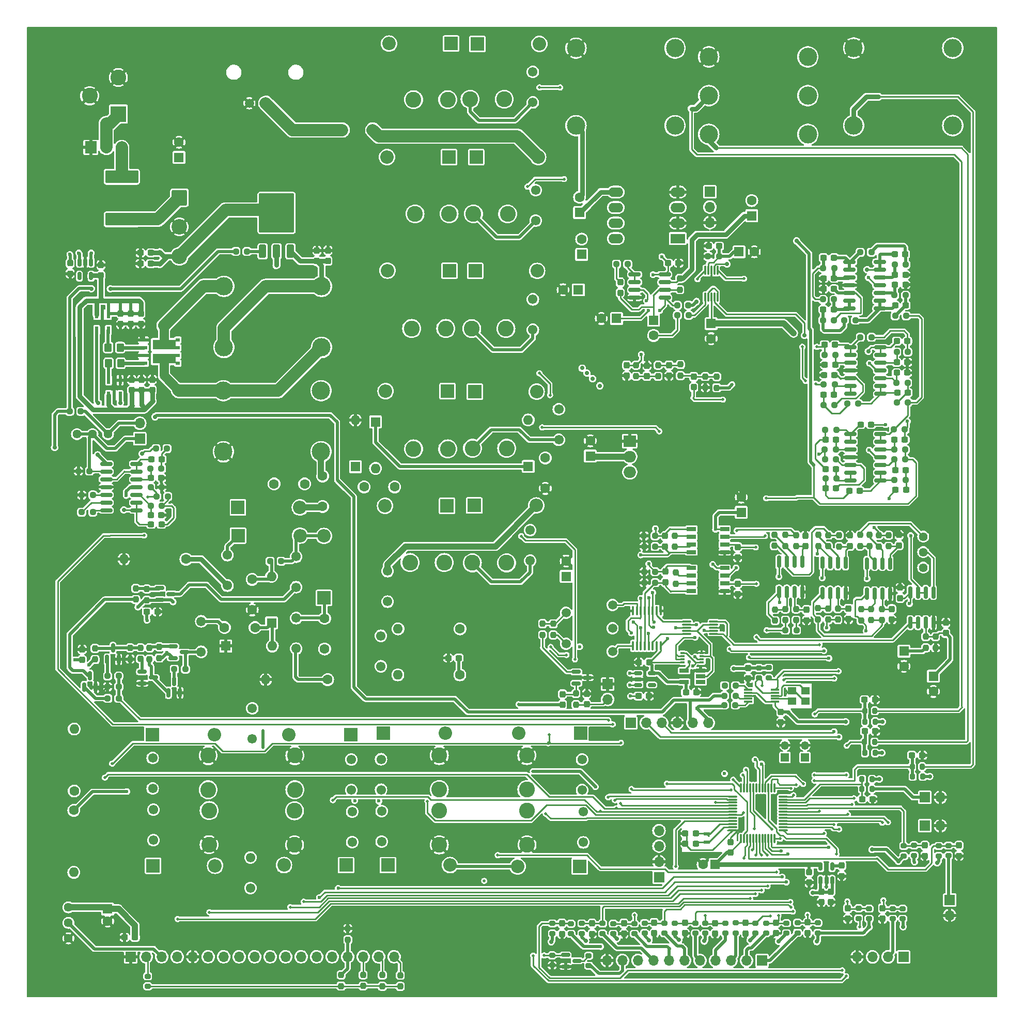
<source format=gtl>
G04 #@! TF.GenerationSoftware,KiCad,Pcbnew,7.0.10*
G04 #@! TF.CreationDate,2024-11-23T11:02:06-08:00*
G04 #@! TF.ProjectId,fieldRadio,6669656c-6452-4616-9469-6f2e6b696361,rev?*
G04 #@! TF.SameCoordinates,Original*
G04 #@! TF.FileFunction,Copper,L1,Top*
G04 #@! TF.FilePolarity,Positive*
%FSLAX46Y46*%
G04 Gerber Fmt 4.6, Leading zero omitted, Abs format (unit mm)*
G04 Created by KiCad (PCBNEW 7.0.10) date 2024-11-23 11:02:06*
%MOMM*%
%LPD*%
G01*
G04 APERTURE LIST*
G04 Aperture macros list*
%AMRoundRect*
0 Rectangle with rounded corners*
0 $1 Rounding radius*
0 $2 $3 $4 $5 $6 $7 $8 $9 X,Y pos of 4 corners*
0 Add a 4 corners polygon primitive as box body*
4,1,4,$2,$3,$4,$5,$6,$7,$8,$9,$2,$3,0*
0 Add four circle primitives for the rounded corners*
1,1,$1+$1,$2,$3*
1,1,$1+$1,$4,$5*
1,1,$1+$1,$6,$7*
1,1,$1+$1,$8,$9*
0 Add four rect primitives between the rounded corners*
20,1,$1+$1,$2,$3,$4,$5,0*
20,1,$1+$1,$4,$5,$6,$7,0*
20,1,$1+$1,$6,$7,$8,$9,0*
20,1,$1+$1,$8,$9,$2,$3,0*%
G04 Aperture macros list end*
G04 #@! TA.AperFunction,SMDPad,CuDef*
%ADD10RoundRect,0.237500X-0.237500X0.300000X-0.237500X-0.300000X0.237500X-0.300000X0.237500X0.300000X0*%
G04 #@! TD*
G04 #@! TA.AperFunction,SMDPad,CuDef*
%ADD11RoundRect,0.237500X0.250000X0.237500X-0.250000X0.237500X-0.250000X-0.237500X0.250000X-0.237500X0*%
G04 #@! TD*
G04 #@! TA.AperFunction,SMDPad,CuDef*
%ADD12RoundRect,0.237500X0.237500X-0.250000X0.237500X0.250000X-0.237500X0.250000X-0.237500X-0.250000X0*%
G04 #@! TD*
G04 #@! TA.AperFunction,ComponentPad*
%ADD13R,2.200000X2.200000*%
G04 #@! TD*
G04 #@! TA.AperFunction,ComponentPad*
%ADD14O,2.200000X2.200000*%
G04 #@! TD*
G04 #@! TA.AperFunction,SMDPad,CuDef*
%ADD15RoundRect,0.237500X-0.250000X-0.237500X0.250000X-0.237500X0.250000X0.237500X-0.250000X0.237500X0*%
G04 #@! TD*
G04 #@! TA.AperFunction,ComponentPad*
%ADD16C,1.600000*%
G04 #@! TD*
G04 #@! TA.AperFunction,SMDPad,CuDef*
%ADD17RoundRect,0.250000X0.350000X-0.850000X0.350000X0.850000X-0.350000X0.850000X-0.350000X-0.850000X0*%
G04 #@! TD*
G04 #@! TA.AperFunction,SMDPad,CuDef*
%ADD18RoundRect,0.250000X1.125000X-1.275000X1.125000X1.275000X-1.125000X1.275000X-1.125000X-1.275000X0*%
G04 #@! TD*
G04 #@! TA.AperFunction,SMDPad,CuDef*
%ADD19RoundRect,0.249997X2.650003X-2.950003X2.650003X2.950003X-2.650003X2.950003X-2.650003X-2.950003X0*%
G04 #@! TD*
G04 #@! TA.AperFunction,SMDPad,CuDef*
%ADD20R,1.270000X0.610000*%
G04 #@! TD*
G04 #@! TA.AperFunction,SMDPad,CuDef*
%ADD21R,0.710000X0.610000*%
G04 #@! TD*
G04 #@! TA.AperFunction,SMDPad,CuDef*
%ADD22R,3.810000X1.650000*%
G04 #@! TD*
G04 #@! TA.AperFunction,SMDPad,CuDef*
%ADD23RoundRect,0.150000X0.150000X-0.825000X0.150000X0.825000X-0.150000X0.825000X-0.150000X-0.825000X0*%
G04 #@! TD*
G04 #@! TA.AperFunction,ComponentPad*
%ADD24C,1.550000*%
G04 #@! TD*
G04 #@! TA.AperFunction,SMDPad,CuDef*
%ADD25RoundRect,0.237500X-0.237500X0.250000X-0.237500X-0.250000X0.237500X-0.250000X0.237500X0.250000X0*%
G04 #@! TD*
G04 #@! TA.AperFunction,ComponentPad*
%ADD26R,1.905000X2.000000*%
G04 #@! TD*
G04 #@! TA.AperFunction,ComponentPad*
%ADD27O,1.905000X2.000000*%
G04 #@! TD*
G04 #@! TA.AperFunction,SMDPad,CuDef*
%ADD28RoundRect,0.200000X0.275000X-0.200000X0.275000X0.200000X-0.275000X0.200000X-0.275000X-0.200000X0*%
G04 #@! TD*
G04 #@! TA.AperFunction,SMDPad,CuDef*
%ADD29RoundRect,0.237500X-0.300000X-0.237500X0.300000X-0.237500X0.300000X0.237500X-0.300000X0.237500X0*%
G04 #@! TD*
G04 #@! TA.AperFunction,ComponentPad*
%ADD30R,1.600000X1.600000*%
G04 #@! TD*
G04 #@! TA.AperFunction,SMDPad,CuDef*
%ADD31R,1.400000X1.200000*%
G04 #@! TD*
G04 #@! TA.AperFunction,SMDPad,CuDef*
%ADD32RoundRect,0.150000X-0.587500X-0.150000X0.587500X-0.150000X0.587500X0.150000X-0.587500X0.150000X0*%
G04 #@! TD*
G04 #@! TA.AperFunction,SMDPad,CuDef*
%ADD33RoundRect,0.200000X-0.275000X0.200000X-0.275000X-0.200000X0.275000X-0.200000X0.275000X0.200000X0*%
G04 #@! TD*
G04 #@! TA.AperFunction,SMDPad,CuDef*
%ADD34RoundRect,0.200000X-0.200000X-0.275000X0.200000X-0.275000X0.200000X0.275000X-0.200000X0.275000X0*%
G04 #@! TD*
G04 #@! TA.AperFunction,SMDPad,CuDef*
%ADD35RoundRect,0.075000X0.650000X0.075000X-0.650000X0.075000X-0.650000X-0.075000X0.650000X-0.075000X0*%
G04 #@! TD*
G04 #@! TA.AperFunction,SMDPad,CuDef*
%ADD36R,0.600000X1.200000*%
G04 #@! TD*
G04 #@! TA.AperFunction,SMDPad,CuDef*
%ADD37RoundRect,0.237500X0.237500X-0.300000X0.237500X0.300000X-0.237500X0.300000X-0.237500X-0.300000X0*%
G04 #@! TD*
G04 #@! TA.AperFunction,ComponentPad*
%ADD38C,2.600000*%
G04 #@! TD*
G04 #@! TA.AperFunction,ComponentPad*
%ADD39R,1.700000X1.700000*%
G04 #@! TD*
G04 #@! TA.AperFunction,ComponentPad*
%ADD40O,1.700000X1.700000*%
G04 #@! TD*
G04 #@! TA.AperFunction,SMDPad,CuDef*
%ADD41RoundRect,0.075000X0.075000X-0.662500X0.075000X0.662500X-0.075000X0.662500X-0.075000X-0.662500X0*%
G04 #@! TD*
G04 #@! TA.AperFunction,SMDPad,CuDef*
%ADD42RoundRect,0.075000X0.662500X-0.075000X0.662500X0.075000X-0.662500X0.075000X-0.662500X-0.075000X0*%
G04 #@! TD*
G04 #@! TA.AperFunction,SMDPad,CuDef*
%ADD43RoundRect,0.150000X0.825000X0.150000X-0.825000X0.150000X-0.825000X-0.150000X0.825000X-0.150000X0*%
G04 #@! TD*
G04 #@! TA.AperFunction,SMDPad,CuDef*
%ADD44RoundRect,0.237500X0.300000X0.237500X-0.300000X0.237500X-0.300000X-0.237500X0.300000X-0.237500X0*%
G04 #@! TD*
G04 #@! TA.AperFunction,SMDPad,CuDef*
%ADD45R,1.560000X0.650000*%
G04 #@! TD*
G04 #@! TA.AperFunction,ComponentPad*
%ADD46C,3.000000*%
G04 #@! TD*
G04 #@! TA.AperFunction,SMDPad,CuDef*
%ADD47RoundRect,0.150000X-0.512500X-0.150000X0.512500X-0.150000X0.512500X0.150000X-0.512500X0.150000X0*%
G04 #@! TD*
G04 #@! TA.AperFunction,SMDPad,CuDef*
%ADD48R,1.528000X0.650000*%
G04 #@! TD*
G04 #@! TA.AperFunction,ComponentPad*
%ADD49R,1.350000X1.350000*%
G04 #@! TD*
G04 #@! TA.AperFunction,ComponentPad*
%ADD50O,1.350000X1.350000*%
G04 #@! TD*
G04 #@! TA.AperFunction,SMDPad,CuDef*
%ADD51RoundRect,0.250000X-0.350000X-0.450000X0.350000X-0.450000X0.350000X0.450000X-0.350000X0.450000X0*%
G04 #@! TD*
G04 #@! TA.AperFunction,SMDPad,CuDef*
%ADD52RoundRect,0.200000X0.200000X0.275000X-0.200000X0.275000X-0.200000X-0.275000X0.200000X-0.275000X0*%
G04 #@! TD*
G04 #@! TA.AperFunction,ComponentPad*
%ADD53O,1.600000X1.600000*%
G04 #@! TD*
G04 #@! TA.AperFunction,SMDPad,CuDef*
%ADD54RoundRect,0.250001X-2.474999X0.799999X-2.474999X-0.799999X2.474999X-0.799999X2.474999X0.799999X0*%
G04 #@! TD*
G04 #@! TA.AperFunction,ComponentPad*
%ADD55R,2.000000X1.905000*%
G04 #@! TD*
G04 #@! TA.AperFunction,ComponentPad*
%ADD56O,2.000000X1.905000*%
G04 #@! TD*
G04 #@! TA.AperFunction,ComponentPad*
%ADD57C,1.440000*%
G04 #@! TD*
G04 #@! TA.AperFunction,ComponentPad*
%ADD58R,2.400000X1.600000*%
G04 #@! TD*
G04 #@! TA.AperFunction,ComponentPad*
%ADD59O,2.400000X1.600000*%
G04 #@! TD*
G04 #@! TA.AperFunction,ComponentPad*
%ADD60RoundRect,0.249999X-1.025001X1.025001X-1.025001X-1.025001X1.025001X-1.025001X1.025001X1.025001X0*%
G04 #@! TD*
G04 #@! TA.AperFunction,ComponentPad*
%ADD61C,2.550000*%
G04 #@! TD*
G04 #@! TA.AperFunction,SMDPad,CuDef*
%ADD62RoundRect,0.150000X0.150000X-0.587500X0.150000X0.587500X-0.150000X0.587500X-0.150000X-0.587500X0*%
G04 #@! TD*
G04 #@! TA.AperFunction,SMDPad,CuDef*
%ADD63RoundRect,0.075000X-0.075000X0.650000X-0.075000X-0.650000X0.075000X-0.650000X0.075000X0.650000X0*%
G04 #@! TD*
G04 #@! TA.AperFunction,SMDPad,CuDef*
%ADD64R,1.400000X0.300000*%
G04 #@! TD*
G04 #@! TA.AperFunction,SMDPad,CuDef*
%ADD65RoundRect,0.100000X-0.100000X0.637500X-0.100000X-0.637500X0.100000X-0.637500X0.100000X0.637500X0*%
G04 #@! TD*
G04 #@! TA.AperFunction,SMDPad,CuDef*
%ADD66R,1.100000X0.600000*%
G04 #@! TD*
G04 #@! TA.AperFunction,ComponentPad*
%ADD67C,1.509000*%
G04 #@! TD*
G04 #@! TA.AperFunction,SMDPad,CuDef*
%ADD68R,0.800000X0.300000*%
G04 #@! TD*
G04 #@! TA.AperFunction,SMDPad,CuDef*
%ADD69RoundRect,0.150000X-0.150000X0.512500X-0.150000X-0.512500X0.150000X-0.512500X0.150000X0.512500X0*%
G04 #@! TD*
G04 #@! TA.AperFunction,ComponentPad*
%ADD70R,2.600000X2.600000*%
G04 #@! TD*
G04 #@! TA.AperFunction,ComponentPad*
%ADD71C,1.500000*%
G04 #@! TD*
G04 #@! TA.AperFunction,SMDPad,CuDef*
%ADD72RoundRect,0.150000X-0.825000X-0.150000X0.825000X-0.150000X0.825000X0.150000X-0.825000X0.150000X0*%
G04 #@! TD*
G04 #@! TA.AperFunction,SMDPad,CuDef*
%ADD73RoundRect,0.150000X0.150000X-0.512500X0.150000X0.512500X-0.150000X0.512500X-0.150000X-0.512500X0*%
G04 #@! TD*
G04 #@! TA.AperFunction,ViaPad*
%ADD74C,0.500000*%
G04 #@! TD*
G04 #@! TA.AperFunction,ViaPad*
%ADD75C,0.600000*%
G04 #@! TD*
G04 #@! TA.AperFunction,ViaPad*
%ADD76C,0.700000*%
G04 #@! TD*
G04 #@! TA.AperFunction,Conductor*
%ADD77C,0.250000*%
G04 #@! TD*
G04 #@! TA.AperFunction,Conductor*
%ADD78C,0.500000*%
G04 #@! TD*
G04 #@! TA.AperFunction,Conductor*
%ADD79C,1.000000*%
G04 #@! TD*
G04 #@! TA.AperFunction,Conductor*
%ADD80C,0.800000*%
G04 #@! TD*
G04 #@! TA.AperFunction,Conductor*
%ADD81C,2.000000*%
G04 #@! TD*
G04 #@! TA.AperFunction,Conductor*
%ADD82C,1.500000*%
G04 #@! TD*
G04 #@! TA.AperFunction,Conductor*
%ADD83C,0.600000*%
G04 #@! TD*
G04 APERTURE END LIST*
D10*
X164890000Y-218907500D03*
X164890000Y-220632500D03*
D11*
X208047500Y-120045000D03*
X206222500Y-120045000D03*
D10*
X164000000Y-181257500D03*
X164000000Y-182982500D03*
D12*
X219570000Y-173740000D03*
X219570000Y-171915000D03*
D13*
X162830000Y-209557635D03*
D14*
X152670000Y-209557635D03*
D10*
X121595000Y-108622500D03*
X121595000Y-110347500D03*
D15*
X112107500Y-159540000D03*
X113932500Y-159540000D03*
D16*
X104640000Y-170420000D03*
X109640000Y-170420000D03*
D17*
X110890000Y-108775000D03*
X113170000Y-108775000D03*
X115450000Y-108775000D03*
D18*
X111645000Y-104150000D03*
X114695000Y-104150000D03*
D19*
X113170000Y-102475000D03*
D18*
X111645000Y-100800000D03*
X114695000Y-100800000D03*
D20*
X91380000Y-123300000D03*
X91380000Y-124570000D03*
X91380000Y-125840000D03*
X91380000Y-127110000D03*
D21*
X97000000Y-125840000D03*
D22*
X94740000Y-126335000D03*
D21*
X97000000Y-127110000D03*
X97000000Y-123300000D03*
D22*
X94740000Y-124075000D03*
D21*
X97000000Y-124570000D03*
D23*
X202615000Y-164777500D03*
X203885000Y-164777500D03*
X205155000Y-164777500D03*
X206425000Y-164777500D03*
X206425000Y-159827500D03*
X205155000Y-159827500D03*
X203885000Y-159827500D03*
X202615000Y-159827500D03*
D24*
X92875000Y-191807635D03*
X92875000Y-196807635D03*
D10*
X173870000Y-127487500D03*
X173870000Y-129212500D03*
X219440000Y-206127500D03*
X219440000Y-207852500D03*
D25*
X90880000Y-173737500D03*
X90880000Y-175562500D03*
D24*
X125575000Y-200600000D03*
X125575000Y-205600000D03*
D26*
X82725000Y-91750000D03*
D27*
X85265000Y-91750000D03*
X87805000Y-91750000D03*
D28*
X208565000Y-218090000D03*
X208565000Y-216440000D03*
D29*
X202747500Y-118270000D03*
X204472500Y-118270000D03*
D12*
X210645000Y-169215000D03*
X210645000Y-167390000D03*
D29*
X209577500Y-187405000D03*
X211302500Y-187405000D03*
D11*
X216297500Y-110945000D03*
X214472500Y-110945000D03*
D29*
X214797500Y-128670000D03*
X216522500Y-128670000D03*
D30*
X185065112Y-209240000D03*
D16*
X183065112Y-209240000D03*
D29*
X209132500Y-198525000D03*
X210857500Y-198525000D03*
X202772500Y-132295000D03*
X204497500Y-132295000D03*
D28*
X181820000Y-220535000D03*
X181820000Y-218885000D03*
D11*
X204547500Y-116645000D03*
X202722500Y-116645000D03*
D31*
X199820000Y-180820000D03*
X197620000Y-180820000D03*
X197620000Y-182520000D03*
X199820000Y-182520000D03*
D29*
X90867500Y-109010000D03*
X92592500Y-109010000D03*
D25*
X208970000Y-167440000D03*
X208970000Y-169265000D03*
D15*
X96427500Y-177240000D03*
X98252500Y-177240000D03*
D32*
X160532500Y-224080000D03*
X160532500Y-225980000D03*
X162407500Y-225030000D03*
D11*
X216372500Y-119345000D03*
X214547500Y-119345000D03*
D12*
X203545000Y-169140000D03*
X203545000Y-167315000D03*
D33*
X221710000Y-206205000D03*
X221710000Y-207855000D03*
X178460000Y-218845000D03*
X178460000Y-220495000D03*
D34*
X209515000Y-189180000D03*
X211165000Y-189180000D03*
D30*
X220820000Y-178404888D03*
D16*
X220820000Y-180904888D03*
D33*
X168360000Y-218945000D03*
X168360000Y-220595000D03*
D35*
X184810000Y-171450000D03*
X184810000Y-170950000D03*
X184810000Y-170450000D03*
X184810000Y-169950000D03*
X184810000Y-169450000D03*
X180410000Y-169450000D03*
X180410000Y-169950000D03*
X180410000Y-170450000D03*
X180410000Y-170950000D03*
X180410000Y-171450000D03*
D36*
X85593762Y-119180000D03*
X84643762Y-119180000D03*
X83693762Y-119180000D03*
X83693762Y-121680000D03*
X85593762Y-121680000D03*
D37*
X188750000Y-158952500D03*
X188750000Y-157227500D03*
D11*
X108332500Y-108780000D03*
X106507500Y-108780000D03*
X204647500Y-130620000D03*
X202822500Y-130620000D03*
D37*
X199810000Y-157112500D03*
X199810000Y-155387500D03*
D25*
X175700000Y-127427500D03*
X175700000Y-129252500D03*
D11*
X216222500Y-142870000D03*
X214397500Y-142870000D03*
D30*
X168902380Y-119780000D03*
D16*
X166402380Y-119780000D03*
D10*
X175070000Y-218797500D03*
X175070000Y-220522500D03*
D13*
X124555000Y-209357635D03*
D14*
X114395000Y-209357635D03*
D32*
X162287500Y-177680000D03*
X162287500Y-179580000D03*
X164162500Y-178630000D03*
D38*
X139850000Y-196982635D03*
X139850000Y-191382635D03*
D39*
X223480000Y-215055000D03*
D40*
X223480000Y-217595000D03*
D29*
X172537500Y-176110000D03*
X174262500Y-176110000D03*
D16*
X112770000Y-146890000D03*
X117770000Y-146890000D03*
D41*
X189285000Y-205027500D03*
X189785000Y-205027500D03*
X190285000Y-205027500D03*
X190785000Y-205027500D03*
X191285000Y-205027500D03*
X191785000Y-205027500D03*
X192285000Y-205027500D03*
X192785000Y-205027500D03*
X193285000Y-205027500D03*
X193785000Y-205027500D03*
X194285000Y-205027500D03*
X194785000Y-205027500D03*
D42*
X196197500Y-203615000D03*
X196197500Y-203115000D03*
X196197500Y-202615000D03*
X196197500Y-202115000D03*
X196197500Y-201615000D03*
X196197500Y-201115000D03*
X196197500Y-200615000D03*
X196197500Y-200115000D03*
X196197500Y-199615000D03*
X196197500Y-199115000D03*
X196197500Y-198615000D03*
X196197500Y-198115000D03*
D41*
X194785000Y-196702500D03*
X194285000Y-196702500D03*
X193785000Y-196702500D03*
X193285000Y-196702500D03*
X192785000Y-196702500D03*
X192285000Y-196702500D03*
X191785000Y-196702500D03*
X191285000Y-196702500D03*
X190785000Y-196702500D03*
X190285000Y-196702500D03*
X189785000Y-196702500D03*
X189285000Y-196702500D03*
D42*
X187872500Y-198115000D03*
X187872500Y-198615000D03*
X187872500Y-199115000D03*
X187872500Y-199615000D03*
X187872500Y-200115000D03*
X187872500Y-200615000D03*
X187872500Y-201115000D03*
X187872500Y-201615000D03*
X187872500Y-202115000D03*
X187872500Y-202615000D03*
X187872500Y-203115000D03*
X187872500Y-203615000D03*
D39*
X90770000Y-139480000D03*
D40*
X90770000Y-136940000D03*
D11*
X170722500Y-110860000D03*
X168897500Y-110860000D03*
D10*
X213995000Y-167390000D03*
X213995000Y-169115000D03*
D11*
X87332500Y-182020000D03*
X85507500Y-182020000D03*
D24*
X125425000Y-197057635D03*
X125425000Y-192057635D03*
D10*
X160030000Y-181337500D03*
X160030000Y-183062500D03*
D16*
X123940000Y-88890000D03*
X128940000Y-88890000D03*
D33*
X186690000Y-218875000D03*
X186690000Y-220525000D03*
D43*
X212035000Y-118130000D03*
X212035000Y-116860000D03*
X212035000Y-115590000D03*
X212035000Y-114320000D03*
X212035000Y-113050000D03*
X212035000Y-111780000D03*
X212035000Y-110510000D03*
X207085000Y-110510000D03*
X207085000Y-111780000D03*
X207085000Y-113050000D03*
X207085000Y-114320000D03*
X207085000Y-115590000D03*
X207085000Y-116860000D03*
X207085000Y-118130000D03*
D15*
X196547500Y-170867500D03*
X198372500Y-170867500D03*
D44*
X204622500Y-129020000D03*
X202897500Y-129020000D03*
D38*
X154225000Y-200432635D03*
X154225000Y-206032635D03*
D45*
X182670000Y-179360000D03*
X182670000Y-178410000D03*
X182670000Y-177460000D03*
X179970000Y-177460000D03*
X179970000Y-179360000D03*
D46*
X162250000Y-75475000D03*
X178480000Y-75475000D03*
X162250000Y-88175000D03*
X178480000Y-88175000D03*
D10*
X188770000Y-163217500D03*
X188770000Y-164942500D03*
D46*
X120545000Y-114510000D03*
X104545000Y-114510000D03*
X120545000Y-124510000D03*
X104545000Y-124510000D03*
D34*
X217340000Y-193220000D03*
X218990000Y-193220000D03*
D38*
X139850000Y-200432635D03*
X139850000Y-206032635D03*
D11*
X208522500Y-133720000D03*
X206697500Y-133720000D03*
D10*
X180120000Y-218807500D03*
X180120000Y-220532500D03*
D47*
X172392500Y-177940000D03*
X172392500Y-178890000D03*
X172392500Y-179840000D03*
X174667500Y-179840000D03*
X174667500Y-177940000D03*
D48*
X181179000Y-160675000D03*
X181179000Y-161945000D03*
X181179000Y-163215000D03*
X181179000Y-164485000D03*
X186601000Y-164485000D03*
X186601000Y-163215000D03*
X186601000Y-161945000D03*
X186601000Y-160675000D03*
D49*
X196500000Y-191720000D03*
D50*
X196500000Y-189720000D03*
D44*
X208732500Y-147990000D03*
X207007500Y-147990000D03*
D24*
X163450000Y-200632635D03*
X163450000Y-205632635D03*
D44*
X216197500Y-109245000D03*
X214472500Y-109245000D03*
D33*
X173480000Y-218855000D03*
X173480000Y-220505000D03*
D28*
X171790000Y-220595000D03*
X171790000Y-218945000D03*
D24*
X116390000Y-173880000D03*
X116390000Y-168880000D03*
D29*
X214522500Y-114220000D03*
X216247500Y-114220000D03*
D16*
X127520000Y-147375000D03*
X132520000Y-147375000D03*
D30*
X191050000Y-102942379D03*
D16*
X191050000Y-100442379D03*
D51*
X85563762Y-124540000D03*
X87563762Y-124540000D03*
D30*
X188967621Y-108840000D03*
D16*
X191467621Y-108840000D03*
D11*
X188377500Y-183120000D03*
X186552500Y-183120000D03*
D12*
X127350000Y-229162500D03*
X127350000Y-227337500D03*
D29*
X92537500Y-145910000D03*
X94262500Y-145910000D03*
D32*
X96212500Y-173520000D03*
X96212500Y-175420000D03*
X98087500Y-174470000D03*
D28*
X223285000Y-207805000D03*
X223285000Y-206155000D03*
D10*
X202440000Y-213682500D03*
X202440000Y-215407500D03*
D38*
X135050000Y-159770000D03*
X140650000Y-159770000D03*
D16*
X157220000Y-142625000D03*
X157220000Y-147625000D03*
D29*
X217277500Y-191345000D03*
X219002500Y-191345000D03*
D38*
X101975000Y-197007635D03*
X101975000Y-191407635D03*
D44*
X216547500Y-123495000D03*
X214822500Y-123495000D03*
D13*
X145890000Y-93325000D03*
D14*
X156050000Y-93325000D03*
D44*
X94332500Y-153490000D03*
X92607500Y-153490000D03*
D24*
X130270000Y-176775000D03*
X130270000Y-171775000D03*
D25*
X213470000Y-155285000D03*
X213470000Y-157110000D03*
D29*
X91917500Y-167850000D03*
X93642500Y-167850000D03*
D44*
X185702500Y-107910000D03*
X183977500Y-107910000D03*
D11*
X216272500Y-146245000D03*
X214447500Y-146245000D03*
D15*
X81267500Y-148700000D03*
X83092500Y-148700000D03*
D38*
X102125000Y-200407635D03*
X102125000Y-206007635D03*
D44*
X204547500Y-113195000D03*
X202822500Y-113195000D03*
D15*
X202747500Y-111520000D03*
X204572500Y-111520000D03*
D29*
X214522500Y-112620000D03*
X216247500Y-112620000D03*
D11*
X216272500Y-115970000D03*
X214447500Y-115970000D03*
D37*
X207170000Y-157040000D03*
X207170000Y-155315000D03*
D15*
X173387500Y-155400000D03*
X175212500Y-155400000D03*
D28*
X214125000Y-218140000D03*
X214125000Y-216490000D03*
D10*
X185050000Y-218847500D03*
X185050000Y-220572500D03*
D15*
X183887500Y-109600000D03*
X185712500Y-109600000D03*
D10*
X225010000Y-206117500D03*
X225010000Y-207842500D03*
D13*
X141200000Y-131675000D03*
D14*
X131040000Y-131675000D03*
D44*
X204522500Y-114920000D03*
X202797500Y-114920000D03*
D10*
X169500000Y-113837500D03*
X169500000Y-115562500D03*
X206790000Y-216427500D03*
X206790000Y-218152500D03*
D38*
X135310000Y-121420000D03*
X140910000Y-121420000D03*
D10*
X170090000Y-218887500D03*
X170090000Y-220612500D03*
X89278762Y-118972500D03*
X89278762Y-120697500D03*
D43*
X90225000Y-151195000D03*
X90225000Y-149925000D03*
X90225000Y-148655000D03*
X90225000Y-147385000D03*
X90225000Y-146115000D03*
X90225000Y-144845000D03*
X90225000Y-143575000D03*
X85275000Y-143575000D03*
X85275000Y-144845000D03*
X85275000Y-146115000D03*
X85275000Y-147385000D03*
X85275000Y-148655000D03*
X85275000Y-149925000D03*
X85275000Y-151195000D03*
D33*
X164330000Y-224205000D03*
X164330000Y-225855000D03*
D30*
X97175000Y-93386395D03*
D16*
X97175000Y-90886395D03*
D52*
X211265000Y-190980000D03*
X209615000Y-190980000D03*
D30*
X154420000Y-144025000D03*
D53*
X154420000Y-136405000D03*
D37*
X81320000Y-175722500D03*
X81320000Y-173997500D03*
D46*
X207755000Y-75465000D03*
X223985000Y-75465000D03*
X207755000Y-88165000D03*
X223985000Y-88165000D03*
D30*
X163180000Y-109282379D03*
D16*
X163180000Y-106782379D03*
D10*
X159930000Y-218897500D03*
X159930000Y-220622500D03*
D11*
X81102500Y-134990000D03*
X79277500Y-134990000D03*
D15*
X203122500Y-146020000D03*
X204947500Y-146020000D03*
D38*
X144890000Y-83840000D03*
X150490000Y-83840000D03*
D15*
X208847500Y-122845000D03*
X210672500Y-122845000D03*
D24*
X100830000Y-174400000D03*
X100830000Y-169400000D03*
D23*
X217015000Y-169612442D03*
X218285000Y-169612442D03*
X219555000Y-169612442D03*
X220825000Y-169612442D03*
X220825000Y-164662442D03*
X219555000Y-164662442D03*
X218285000Y-164662442D03*
X217015000Y-164662442D03*
D33*
X201890000Y-218815000D03*
X201890000Y-220465000D03*
D10*
X212500000Y-216427500D03*
X212500000Y-218152500D03*
D54*
X87810000Y-96555000D03*
X87810000Y-103505000D03*
D10*
X190470000Y-177037500D03*
X190470000Y-178762500D03*
D24*
X155180000Y-121640000D03*
X155180000Y-116640000D03*
D15*
X203072500Y-137995000D03*
X204897500Y-137995000D03*
D13*
X141770000Y-74725000D03*
D14*
X131610000Y-74725000D03*
D38*
X145440000Y-102640000D03*
X151040000Y-102640000D03*
D33*
X192250000Y-177055000D03*
X192250000Y-178705000D03*
D12*
X158510000Y-171642500D03*
X158510000Y-169817500D03*
D25*
X185310000Y-129307500D03*
X185310000Y-131132500D03*
X211860000Y-155305000D03*
X211860000Y-157130000D03*
D11*
X216222500Y-141270000D03*
X214397500Y-141270000D03*
D30*
X104860000Y-173450000D03*
D53*
X112480000Y-173450000D03*
D24*
X155640000Y-103740000D03*
X155640000Y-98740000D03*
X130300000Y-197007635D03*
X130300000Y-192007635D03*
D44*
X216272500Y-144670000D03*
X214547500Y-144670000D03*
D55*
X171050000Y-139870000D03*
D56*
X171050000Y-142410000D03*
X171050000Y-144950000D03*
D57*
X79070000Y-216270000D03*
X79070000Y-218810000D03*
X79070000Y-221350000D03*
D29*
X203122500Y-147620000D03*
X204847500Y-147620000D03*
D13*
X162980000Y-187732635D03*
D14*
X152820000Y-187732635D03*
D44*
X181982500Y-181020000D03*
X180257500Y-181020000D03*
D25*
X194745000Y-155190000D03*
X194745000Y-157015000D03*
D38*
X154200000Y-196982635D03*
X154200000Y-191382635D03*
X145270000Y-159820000D03*
X150870000Y-159820000D03*
D10*
X205810000Y-209427500D03*
X205810000Y-211152500D03*
D15*
X85497500Y-180110000D03*
X87322500Y-180110000D03*
D33*
X215965000Y-206215000D03*
X215965000Y-207865000D03*
D25*
X201920000Y-167265000D03*
X201920000Y-169090000D03*
D12*
X123770000Y-229172500D03*
X123770000Y-227347500D03*
D58*
X178920000Y-106680000D03*
D59*
X178920000Y-104140000D03*
X178920000Y-101600000D03*
X178920000Y-99060000D03*
X168760000Y-99060000D03*
X168760000Y-101600000D03*
X168760000Y-104140000D03*
X168760000Y-106680000D03*
D12*
X208810000Y-157070000D03*
X208810000Y-155245000D03*
D11*
X180692500Y-119250000D03*
X178867500Y-119250000D03*
D44*
X179052500Y-110690000D03*
X177327500Y-110690000D03*
D25*
X178450000Y-155367500D03*
X178450000Y-157192500D03*
D43*
X212160000Y-132130000D03*
X212160000Y-130860000D03*
X212160000Y-129590000D03*
X212160000Y-128320000D03*
X212160000Y-127050000D03*
X212160000Y-125780000D03*
X212160000Y-124510000D03*
X207210000Y-124510000D03*
X207210000Y-125780000D03*
X207210000Y-127050000D03*
X207210000Y-128320000D03*
X207210000Y-129590000D03*
X207210000Y-130860000D03*
X207210000Y-132130000D03*
D13*
X92845000Y-187957635D03*
D14*
X103005000Y-187957635D03*
D25*
X83430000Y-173837500D03*
X83430000Y-175662500D03*
D37*
X79340000Y-112432500D03*
X79340000Y-110707500D03*
D28*
X215800000Y-218140000D03*
X215800000Y-216490000D03*
D60*
X97250000Y-99975000D03*
D61*
X97250000Y-104775000D03*
X97250000Y-109575000D03*
D38*
X145290000Y-141040000D03*
X150890000Y-141040000D03*
D25*
X205370000Y-155315000D03*
X205370000Y-157140000D03*
D30*
X189340000Y-151550000D03*
D16*
X189340000Y-149050000D03*
D38*
X135620000Y-83920000D03*
X141220000Y-83920000D03*
D10*
X176860000Y-155407500D03*
X176860000Y-157132500D03*
D16*
X121050000Y-168930000D03*
X121050000Y-173930000D03*
D13*
X131445000Y-209357635D03*
D14*
X141605000Y-209357635D03*
D12*
X91920000Y-165932500D03*
X91920000Y-164107500D03*
D51*
X85653762Y-127110000D03*
X87653762Y-127110000D03*
D44*
X174192500Y-181650000D03*
X172467500Y-181650000D03*
D10*
X200020000Y-167515000D03*
X200020000Y-169240000D03*
X181530000Y-129317500D03*
X181530000Y-131042500D03*
X206895000Y-167315000D03*
X206895000Y-169040000D03*
D12*
X172110000Y-129252500D03*
X172110000Y-127427500D03*
D30*
X162830000Y-102410000D03*
D16*
X162830000Y-99910000D03*
D24*
X131370000Y-166175000D03*
X131370000Y-161175000D03*
D11*
X87312500Y-178370000D03*
X85487500Y-178370000D03*
D13*
X106850000Y-155360000D03*
D14*
X117010000Y-155360000D03*
D34*
X209567858Y-184065000D03*
X211217858Y-184065000D03*
X209120000Y-195300000D03*
X210770000Y-195300000D03*
D11*
X216622500Y-125270000D03*
X214797500Y-125270000D03*
D32*
X91152500Y-177660000D03*
X91152500Y-179560000D03*
X93027500Y-178610000D03*
D13*
X141500000Y-111925000D03*
D14*
X131340000Y-111925000D03*
D12*
X212370000Y-169215000D03*
X212370000Y-167390000D03*
D44*
X204847500Y-144445000D03*
X203122500Y-144445000D03*
D24*
X108900000Y-213107635D03*
X108900000Y-208107635D03*
D25*
X124870000Y-219757500D03*
X124870000Y-221582500D03*
D29*
X180157500Y-205860000D03*
X181882500Y-205860000D03*
D24*
X116380000Y-158812365D03*
X116380000Y-163812365D03*
D62*
X95460000Y-181117500D03*
X97360000Y-181117500D03*
X96410000Y-179242500D03*
D29*
X202797500Y-109795000D03*
X204522500Y-109795000D03*
D10*
X90953762Y-118947500D03*
X90953762Y-120672500D03*
D30*
X85500000Y-216544887D03*
D16*
X85500000Y-218544887D03*
D13*
X141450000Y-93325000D03*
D14*
X131290000Y-93325000D03*
D52*
X219065000Y-194820000D03*
X217415000Y-194820000D03*
D29*
X90842500Y-110785000D03*
X92567500Y-110785000D03*
D12*
X92360000Y-175582500D03*
X92360000Y-173757500D03*
D36*
X85643762Y-132370000D03*
X86593762Y-132370000D03*
X87543762Y-132370000D03*
X87543762Y-129870000D03*
X85643762Y-129870000D03*
D39*
X192720000Y-224980000D03*
D40*
X190180000Y-224980000D03*
X187640000Y-224980000D03*
X185100000Y-224980000D03*
X182560000Y-224980000D03*
X180020000Y-224980000D03*
X177480000Y-224980000D03*
X174940000Y-224980000D03*
X172400000Y-224980000D03*
X169860000Y-224980000D03*
X167320000Y-224980000D03*
D30*
X129400000Y-136720000D03*
D53*
X129400000Y-144340000D03*
D33*
X166610000Y-218925000D03*
X166610000Y-220575000D03*
D10*
X84400000Y-111007500D03*
X84400000Y-112732500D03*
D39*
X167440000Y-179670000D03*
D40*
X167440000Y-182210000D03*
D63*
X185420000Y-111900000D03*
X184920000Y-111900000D03*
X184420000Y-111900000D03*
X183920000Y-111900000D03*
X183420000Y-111900000D03*
X183420000Y-116300000D03*
X183920000Y-116300000D03*
X184420000Y-116300000D03*
X184920000Y-116300000D03*
X185420000Y-116300000D03*
D44*
X216622500Y-131920000D03*
X214897500Y-131920000D03*
D39*
X215920000Y-224390000D03*
D40*
X213380000Y-224390000D03*
X210840000Y-224390000D03*
X208300000Y-224390000D03*
D44*
X216272500Y-117620000D03*
X214547500Y-117620000D03*
D11*
X180672500Y-117610000D03*
X178847500Y-117610000D03*
D37*
X87618762Y-120697500D03*
X87618762Y-118972500D03*
D33*
X92060000Y-227565000D03*
X92060000Y-229215000D03*
D13*
X146070000Y-74775000D03*
D14*
X156230000Y-74775000D03*
D15*
X92537500Y-150510000D03*
X94362500Y-150510000D03*
D24*
X130400000Y-200500000D03*
X130400000Y-205500000D03*
D12*
X179260000Y-115042500D03*
X179260000Y-113217500D03*
D30*
X215995000Y-174297387D03*
D16*
X215995000Y-176797387D03*
D39*
X184180000Y-98980000D03*
D40*
X184180000Y-101520000D03*
X184180000Y-104060000D03*
D37*
X176890000Y-162992500D03*
X176890000Y-161267500D03*
D12*
X89180000Y-175582500D03*
X89180000Y-173757500D03*
D25*
X203595000Y-155265000D03*
X203595000Y-157090000D03*
D16*
X121550000Y-178960000D03*
D53*
X111390000Y-178960000D03*
D12*
X179360000Y-129142500D03*
X179360000Y-127317500D03*
D30*
X164595000Y-142310000D03*
D16*
X164595000Y-139810000D03*
D15*
X202947500Y-125720000D03*
X204772500Y-125720000D03*
D13*
X145560000Y-150425000D03*
D14*
X155720000Y-150425000D03*
D39*
X175850000Y-211320000D03*
D40*
X175850000Y-208780000D03*
X175850000Y-206240000D03*
X175850000Y-203700000D03*
D44*
X216147500Y-139620000D03*
X214422500Y-139620000D03*
D64*
X194840000Y-182595000D03*
X194840000Y-182095000D03*
X194840000Y-181595000D03*
X194840000Y-181095000D03*
X194840000Y-180595000D03*
X190440000Y-180595000D03*
X190440000Y-181095000D03*
X190440000Y-181595000D03*
X190440000Y-182095000D03*
X190440000Y-182595000D03*
D32*
X94032500Y-163970000D03*
X94032500Y-165870000D03*
X95907500Y-164920000D03*
D24*
X109200000Y-183657635D03*
X109200000Y-188657635D03*
D10*
X92813762Y-129777500D03*
X92813762Y-131502500D03*
D24*
X105130000Y-163550000D03*
X105130000Y-158550000D03*
D65*
X176120000Y-167702500D03*
X175470000Y-167702500D03*
X174820000Y-167702500D03*
X174170000Y-167702500D03*
X173520000Y-167702500D03*
X172870000Y-167702500D03*
X172220000Y-167702500D03*
X171570000Y-167702500D03*
X171570000Y-173427500D03*
X172220000Y-173427500D03*
X172870000Y-173427500D03*
X173520000Y-173427500D03*
X174170000Y-173427500D03*
X174820000Y-173427500D03*
X175470000Y-173427500D03*
X176120000Y-173427500D03*
D28*
X198540000Y-220455000D03*
X198540000Y-218805000D03*
D38*
X145160000Y-121425000D03*
X150760000Y-121425000D03*
D23*
X195515000Y-164602500D03*
X196785000Y-164602500D03*
X198055000Y-164602500D03*
X199325000Y-164602500D03*
X199325000Y-159652500D03*
X198055000Y-159652500D03*
X196785000Y-159652500D03*
X195515000Y-159652500D03*
D28*
X196740000Y-220515000D03*
X196740000Y-218865000D03*
D12*
X205145000Y-169140000D03*
X205145000Y-167315000D03*
D28*
X217640000Y-207765000D03*
X217640000Y-206115000D03*
D11*
X188427500Y-179945000D03*
X186602500Y-179945000D03*
D12*
X196570000Y-169215000D03*
X196570000Y-167390000D03*
D10*
X204040000Y-213682500D03*
X204040000Y-215407500D03*
D29*
X180147500Y-204170000D03*
X181872500Y-204170000D03*
D12*
X162250000Y-183042500D03*
X162250000Y-181217500D03*
D10*
X195815000Y-184257500D03*
X195815000Y-185982500D03*
D30*
X174960000Y-120057620D03*
D16*
X174960000Y-122557620D03*
D28*
X158390000Y-220565000D03*
X158390000Y-218915000D03*
D62*
X85410000Y-175637500D03*
X87310000Y-175637500D03*
X86360000Y-173762500D03*
D38*
X135630000Y-141140000D03*
X141230000Y-141140000D03*
D29*
X202972500Y-124070000D03*
X204697500Y-124070000D03*
D25*
X156790000Y-169787500D03*
X156790000Y-171612500D03*
D33*
X191660000Y-218855000D03*
X191660000Y-220505000D03*
D29*
X92577500Y-151980000D03*
X94302500Y-151980000D03*
D15*
X92487500Y-144385000D03*
X94312500Y-144385000D03*
D33*
X161430000Y-218965000D03*
X161430000Y-220615000D03*
D10*
X187535000Y-205577500D03*
X187535000Y-207302500D03*
D66*
X183690000Y-205610000D03*
X183690000Y-204210000D03*
D28*
X210265000Y-218140000D03*
X210265000Y-216490000D03*
D67*
X111250000Y-84500000D03*
X108710000Y-84500000D03*
D10*
X190060000Y-218827500D03*
X190060000Y-220552500D03*
D57*
X80470000Y-138725000D03*
X83010000Y-138725000D03*
X85550000Y-138725000D03*
D13*
X125325000Y-187957635D03*
D14*
X115165000Y-187957635D03*
D44*
X94362500Y-142885000D03*
X92637500Y-142885000D03*
D15*
X203047500Y-142820000D03*
X204872500Y-142820000D03*
D37*
X170560000Y-129172500D03*
X170560000Y-127447500D03*
D38*
X135860000Y-102640000D03*
X141460000Y-102640000D03*
D57*
X219150000Y-160607500D03*
X219150000Y-158067500D03*
X219150000Y-155527500D03*
D24*
X159430000Y-139660000D03*
X159430000Y-134660000D03*
D25*
X196520000Y-155215000D03*
X196520000Y-157040000D03*
D13*
X92945000Y-209457635D03*
D14*
X103105000Y-209457635D03*
D68*
X182830000Y-176110000D03*
X182830000Y-175610000D03*
X182830000Y-175110000D03*
X182830000Y-174610000D03*
X179730000Y-174610000D03*
X179730000Y-175110000D03*
X179730000Y-175610000D03*
X179730000Y-176110000D03*
D37*
X222845000Y-171340000D03*
X222845000Y-169615000D03*
D28*
X176750000Y-220525000D03*
X176750000Y-218875000D03*
D25*
X194870000Y-167465000D03*
X194870000Y-169290000D03*
D28*
X158330000Y-225785000D03*
X158330000Y-224135000D03*
D38*
X116175000Y-197007635D03*
X116175000Y-191407635D03*
D16*
X120720000Y-145590000D03*
X120720000Y-150590000D03*
D12*
X221170000Y-173740000D03*
X221170000Y-171915000D03*
D29*
X214597500Y-147870000D03*
X216322500Y-147870000D03*
D10*
X119795000Y-108647500D03*
X119795000Y-110372500D03*
D30*
X160640000Y-162032380D03*
D16*
X160640000Y-159532380D03*
D15*
X173407500Y-157150000D03*
X175232500Y-157150000D03*
D13*
X145720000Y-111975000D03*
D14*
X155880000Y-111975000D03*
D11*
X188402500Y-181595000D03*
X186577500Y-181595000D03*
X95352500Y-148930000D03*
X93527500Y-148930000D03*
D13*
X130645000Y-187757635D03*
D14*
X140805000Y-187757635D03*
D44*
X204722500Y-127345000D03*
X202997500Y-127345000D03*
D13*
X120930000Y-165570000D03*
D14*
X120930000Y-155410000D03*
D12*
X183450000Y-131112500D03*
X183450000Y-129287500D03*
D49*
X199790000Y-191720000D03*
D50*
X199790000Y-189720000D03*
D30*
X162630000Y-115080000D03*
D16*
X160130000Y-115080000D03*
D24*
X93000000Y-200275000D03*
X93000000Y-205275000D03*
D29*
X214797500Y-126970000D03*
X216522500Y-126970000D03*
D52*
X211267858Y-185840000D03*
X209617858Y-185840000D03*
D11*
X216147500Y-137970000D03*
X214322500Y-137970000D03*
D15*
X208822500Y-108920000D03*
X210647500Y-108920000D03*
D16*
X80020000Y-197210000D03*
D53*
X80020000Y-187050000D03*
D16*
X109180000Y-167530000D03*
X109180000Y-162530000D03*
X98330000Y-159220000D03*
D53*
X88170000Y-159220000D03*
D25*
X178600000Y-161427500D03*
X178600000Y-163252500D03*
D37*
X89423762Y-131532500D03*
X89423762Y-129807500D03*
D13*
X145640000Y-131775000D03*
D14*
X155800000Y-131775000D03*
D46*
X184015000Y-83255000D03*
X200245000Y-83255000D03*
X184015000Y-76905000D03*
X200245000Y-76905000D03*
X184015000Y-89605000D03*
X200245000Y-89605000D03*
D24*
X154740000Y-159475000D03*
X154740000Y-154475000D03*
D43*
X212160000Y-146330000D03*
X212160000Y-145060000D03*
X212160000Y-143790000D03*
X212160000Y-142520000D03*
X212160000Y-141250000D03*
X212160000Y-139980000D03*
X212160000Y-138710000D03*
X207210000Y-138710000D03*
X207210000Y-139980000D03*
X207210000Y-141250000D03*
X207210000Y-142520000D03*
X207210000Y-143790000D03*
X207210000Y-145060000D03*
X207210000Y-146330000D03*
D11*
X82537500Y-144785000D03*
X80712500Y-144785000D03*
D39*
X219425000Y-198240000D03*
D40*
X221965000Y-198240000D03*
D62*
X81650000Y-180177500D03*
X83550000Y-180177500D03*
X82600000Y-178302500D03*
D15*
X173407500Y-163060000D03*
X175232500Y-163060000D03*
X202772500Y-133970000D03*
X204597500Y-133970000D03*
D69*
X82780000Y-110562500D03*
X81830000Y-110562500D03*
X80880000Y-110562500D03*
X80880000Y-112837500D03*
X82780000Y-112837500D03*
D48*
X181179000Y-154255000D03*
X181179000Y-155525000D03*
X181179000Y-156795000D03*
X181179000Y-158065000D03*
X186601000Y-158065000D03*
X186601000Y-156795000D03*
X186601000Y-155525000D03*
X186601000Y-154255000D03*
D16*
X143210000Y-178180000D03*
D53*
X133050000Y-178180000D03*
D11*
X216572500Y-130295000D03*
X214747500Y-130295000D03*
D28*
X193390000Y-220495000D03*
X193390000Y-218845000D03*
D39*
X171210000Y-186040000D03*
D40*
X173750000Y-186040000D03*
X176290000Y-186040000D03*
X178830000Y-186040000D03*
X181370000Y-186040000D03*
X183910000Y-186040000D03*
D30*
X126100000Y-144050000D03*
D53*
X126100000Y-136430000D03*
D70*
X87250000Y-86280000D03*
D38*
X87250000Y-80280000D03*
X82550000Y-83280000D03*
D11*
X83062500Y-151510000D03*
X81237500Y-151510000D03*
D10*
X195030000Y-218807500D03*
X195030000Y-220532500D03*
D40*
X132430000Y-224380000D03*
X129890000Y-224380000D03*
X127350000Y-224380000D03*
X124810000Y-224380000D03*
X122270000Y-224380000D03*
X119730000Y-224380000D03*
X117190000Y-224380000D03*
X114650000Y-224380000D03*
X112110000Y-224380000D03*
X109570000Y-224380000D03*
X107030000Y-224380000D03*
X104490000Y-224380000D03*
X101950000Y-224380000D03*
X99410000Y-224380000D03*
X96870000Y-224380000D03*
X94330000Y-224380000D03*
X91790000Y-224380000D03*
D39*
X89250000Y-224380000D03*
D16*
X143240000Y-170630000D03*
D53*
X133080000Y-170630000D03*
D29*
X203122500Y-139595000D03*
X204847500Y-139595000D03*
D11*
X95232500Y-141090000D03*
X93407500Y-141090000D03*
D46*
X120470000Y-131610000D03*
X104470000Y-131610000D03*
X120470000Y-141610000D03*
X104470000Y-141610000D03*
D12*
X93960000Y-175412500D03*
X93960000Y-173587500D03*
D15*
X173397500Y-161270000D03*
X175222500Y-161270000D03*
D16*
X79950000Y-200380000D03*
D53*
X79950000Y-210540000D03*
D12*
X198320000Y-169215000D03*
X198320000Y-167390000D03*
D29*
X209530358Y-182240000D03*
X211255358Y-182240000D03*
D71*
X160610000Y-168000000D03*
X160610000Y-173080000D03*
X168230000Y-166730000D03*
X168230000Y-170540000D03*
X168230000Y-174350000D03*
D72*
X171855000Y-112555000D03*
X171855000Y-113825000D03*
X171855000Y-115095000D03*
X171855000Y-116365000D03*
X176805000Y-116365000D03*
X176805000Y-115095000D03*
X176805000Y-113825000D03*
X176805000Y-112555000D03*
D37*
X177480000Y-129162500D03*
X177480000Y-127437500D03*
D29*
X141307500Y-175410000D03*
X143032500Y-175410000D03*
D25*
X198295000Y-155265000D03*
X198295000Y-157090000D03*
D38*
X116125000Y-200457635D03*
X116125000Y-206057635D03*
D28*
X163220000Y-220565000D03*
X163220000Y-218915000D03*
D37*
X91083762Y-131512500D03*
X91083762Y-129787500D03*
D10*
X200470000Y-210507500D03*
X200470000Y-212232500D03*
D24*
X155170000Y-84375000D03*
X155170000Y-79375000D03*
D52*
X210745000Y-196850000D03*
X209095000Y-196850000D03*
D30*
X112350000Y-169660000D03*
D53*
X112350000Y-162040000D03*
D24*
X163250000Y-197057635D03*
X163250000Y-192057635D03*
D13*
X141120000Y-150475000D03*
D14*
X130960000Y-150475000D03*
D10*
X200210000Y-218757500D03*
X200210000Y-220482500D03*
D39*
X219425000Y-202900000D03*
D40*
X221965000Y-202900000D03*
D37*
X215370000Y-165615000D03*
X215370000Y-163890000D03*
D29*
X208872500Y-137170000D03*
X210597500Y-137170000D03*
D37*
X215190000Y-156960000D03*
X215190000Y-155235000D03*
D23*
X209915000Y-164877500D03*
X211185000Y-164877500D03*
X212455000Y-164877500D03*
X213725000Y-164877500D03*
X213725000Y-159927500D03*
X212455000Y-159927500D03*
X211185000Y-159927500D03*
X209915000Y-159927500D03*
D15*
X202997500Y-141220000D03*
X204822500Y-141220000D03*
D33*
X193810000Y-177005000D03*
X193810000Y-178655000D03*
D13*
X106840000Y-150750000D03*
D14*
X117000000Y-150750000D03*
D73*
X202330000Y-211867500D03*
X203280000Y-211867500D03*
X204230000Y-211867500D03*
X204230000Y-209592500D03*
X202330000Y-209592500D03*
D15*
X92537500Y-147410000D03*
X94362500Y-147410000D03*
D12*
X130510000Y-229212500D03*
X130510000Y-227387500D03*
X90120000Y-165832500D03*
X90120000Y-164007500D03*
D30*
X184380000Y-120600000D03*
D16*
X184380000Y-123100000D03*
D28*
X188390000Y-220485000D03*
X188390000Y-218835000D03*
D15*
X202697500Y-120045000D03*
X204522500Y-120045000D03*
D11*
X216647500Y-133520000D03*
X214822500Y-133520000D03*
D25*
X210380000Y-155245000D03*
X210380000Y-157070000D03*
D28*
X183440000Y-220525000D03*
X183440000Y-218875000D03*
D25*
X202000000Y-155227500D03*
X202000000Y-157052500D03*
D12*
X133450000Y-229232500D03*
X133450000Y-227407500D03*
D44*
X89972500Y-221200000D03*
X88247500Y-221200000D03*
D74*
X208750000Y-219470000D03*
X177140000Y-196000000D03*
X183390000Y-217620000D03*
X178570000Y-209560000D03*
X171860000Y-217560000D03*
X204940000Y-207530000D03*
X195410000Y-217650000D03*
X191450000Y-203420000D03*
X194110000Y-217680000D03*
X194320000Y-203440000D03*
X200220000Y-217510000D03*
X199470000Y-196060000D03*
X197780000Y-216960000D03*
X198320000Y-196180000D03*
X197500000Y-216260000D03*
X197440000Y-196750000D03*
X197870000Y-197920000D03*
X197360000Y-215390000D03*
X157030000Y-224160000D03*
X155210000Y-224190000D03*
X206510000Y-227560000D03*
X207790000Y-198410000D03*
X205890000Y-226600000D03*
X207490000Y-199390000D03*
X149410000Y-207720000D03*
X147210000Y-211940000D03*
X189790000Y-208230000D03*
X96960000Y-218180000D03*
X190770000Y-214840000D03*
X191140000Y-206890000D03*
X102180000Y-217070000D03*
X191730000Y-207700000D03*
X191620000Y-214090000D03*
X115400000Y-216220000D03*
X192640000Y-207745000D03*
X192660000Y-213480000D03*
X117620000Y-215350000D03*
X193630000Y-212810000D03*
X193590000Y-207720000D03*
D75*
X120190000Y-214690000D03*
X196730000Y-212150000D03*
X196950000Y-207560000D03*
X123270000Y-213160000D03*
X195880000Y-207025000D03*
X196040000Y-211290000D03*
X162860000Y-173570000D03*
X210300000Y-141340000D03*
D76*
X201070000Y-213855000D03*
X196930000Y-121220000D03*
D75*
X209940000Y-162417500D03*
X184660000Y-160080000D03*
X171080000Y-179820000D03*
X171100000Y-177910000D03*
X202590000Y-162287500D03*
X210340000Y-127120000D03*
X185110000Y-154310000D03*
X171190000Y-181660000D03*
X195490000Y-162077500D03*
X210150000Y-113070000D03*
X216900000Y-166507500D03*
D76*
X197890000Y-122170000D03*
D75*
X208830000Y-113050000D03*
X188740000Y-127240000D03*
X170170000Y-91680000D03*
X223660000Y-151050000D03*
X89120000Y-176850000D03*
X77620000Y-155940000D03*
X186340000Y-170480000D03*
X182640000Y-107960000D03*
X120630000Y-196710000D03*
X165370000Y-221820000D03*
X102860000Y-145730000D03*
X144260000Y-192450000D03*
X83630000Y-153990000D03*
X140610000Y-154310000D03*
X106080000Y-203570000D03*
X223140000Y-144020000D03*
X198160000Y-223960000D03*
X90810000Y-107700000D03*
X223660000Y-157860000D03*
X153750000Y-81880000D03*
X84530000Y-181040000D03*
X91093762Y-128490000D03*
X213850000Y-161947500D03*
X121590000Y-107060000D03*
X100530000Y-141980000D03*
X152030000Y-134020000D03*
X77340000Y-118600000D03*
X87573762Y-128570000D03*
X208730000Y-178250000D03*
X179960000Y-111610000D03*
X215870000Y-80140000D03*
X153170000Y-139650000D03*
X183910000Y-164590000D03*
X224890000Y-191190000D03*
X121180000Y-191680000D03*
X127690000Y-190980000D03*
X81770000Y-109020000D03*
X146610000Y-115470000D03*
X140990000Y-115830000D03*
X205165000Y-215835000D03*
X200250000Y-213260000D03*
X153770000Y-156790000D03*
X79200000Y-113840000D03*
X185070000Y-221850000D03*
X202350000Y-216880000D03*
X127830000Y-207340000D03*
X169290000Y-129220000D03*
X205680000Y-218060000D03*
X216010000Y-180140000D03*
X165760000Y-126400000D03*
X201460000Y-205660000D03*
X107490000Y-220110000D03*
X180340000Y-136260000D03*
X177100000Y-167710000D03*
X89423762Y-123430000D03*
X189520000Y-221760000D03*
X178490000Y-130090000D03*
X80170000Y-174000000D03*
X212440000Y-219460000D03*
X121820000Y-213090000D03*
X183300000Y-181100000D03*
X217620000Y-112660000D03*
X170720000Y-167700000D03*
X86780000Y-169440000D03*
X77270000Y-123640000D03*
X204190000Y-221680000D03*
X112540000Y-182860000D03*
X142520000Y-106190000D03*
X179650000Y-209590000D03*
X142390000Y-144990000D03*
X194820000Y-137200000D03*
X116520000Y-133030000D03*
X88370000Y-192360000D03*
X215270000Y-88010000D03*
X171920000Y-117260000D03*
X112280000Y-142080000D03*
X189260000Y-178530000D03*
X192020000Y-182370000D03*
X93780000Y-169150000D03*
X135300000Y-201010000D03*
X154240000Y-100930000D03*
X181810000Y-141500000D03*
X182750000Y-109250000D03*
X149990000Y-154050000D03*
X184360000Y-131950000D03*
X172130000Y-161320000D03*
X174420000Y-100840000D03*
X214490000Y-201410000D03*
X201760000Y-129050000D03*
X212130000Y-101120000D03*
X208960000Y-127100000D03*
X174200000Y-174800000D03*
X80000000Y-105320000D03*
X201680000Y-113280000D03*
X104050000Y-176220000D03*
X212475000Y-187351750D03*
X109250000Y-127580000D03*
X214240000Y-154017500D03*
X191080000Y-229500000D03*
X178240000Y-194960000D03*
X76500000Y-180630000D03*
X107240000Y-137600000D03*
X135530000Y-217930000D03*
X107650000Y-228000000D03*
X125070000Y-75100000D03*
X100830000Y-134200000D03*
X76290000Y-174610000D03*
X150340000Y-168880000D03*
X182180000Y-173760000D03*
X168050000Y-124780000D03*
X180600000Y-221640000D03*
X164380000Y-173510000D03*
X172120000Y-163060000D03*
X203460000Y-227330000D03*
X150130000Y-203910000D03*
X211137858Y-180895000D03*
X200370000Y-164697500D03*
X200690000Y-101540000D03*
X165370000Y-113750000D03*
X104330000Y-180910000D03*
X84683762Y-117930000D03*
X221010000Y-167147500D03*
X181600000Y-145800000D03*
X218910000Y-190045000D03*
X207700000Y-170027500D03*
X200200000Y-221830000D03*
X221890000Y-168557500D03*
X208970000Y-141390000D03*
X172070000Y-157160000D03*
X79790000Y-166710000D03*
X88530000Y-210280000D03*
X141440000Y-96860000D03*
X193800000Y-221750000D03*
X184480000Y-113520000D03*
X94610000Y-133920000D03*
X125330000Y-217930000D03*
X95580000Y-145800000D03*
X207280000Y-164957500D03*
X80000000Y-183920000D03*
X171670000Y-207550000D03*
X205620000Y-212330000D03*
X216030000Y-162687500D03*
X147690000Y-83840000D03*
X89813762Y-126090000D03*
X81110000Y-149990000D03*
X94400000Y-116990000D03*
X86593762Y-131120000D03*
X159680000Y-123250000D03*
X125380000Y-81920000D03*
X198090000Y-190840000D03*
X150790000Y-117790000D03*
X174550000Y-188440000D03*
X223560000Y-162690000D03*
X217930000Y-126930000D03*
X211890000Y-198560000D03*
X87600000Y-184260000D03*
X88613762Y-122640000D03*
X100480000Y-166640000D03*
X117410000Y-166430000D03*
X117680000Y-138770000D03*
X171120000Y-178970000D03*
X180840000Y-178390000D03*
X89043762Y-125440000D03*
X100900000Y-155660000D03*
X189360000Y-203590000D03*
X192130000Y-80130000D03*
X141500000Y-86990000D03*
X170510000Y-221750000D03*
X214920000Y-170087500D03*
X192300000Y-88740000D03*
X80630000Y-145990000D03*
X85730000Y-188880000D03*
X145020000Y-78410000D03*
X188740000Y-116750000D03*
X149140000Y-211630000D03*
X121530000Y-182590000D03*
X195760000Y-125770000D03*
X164520000Y-179880000D03*
X150080000Y-96780000D03*
X203250000Y-218190000D03*
X194920000Y-143600000D03*
X217660000Y-114200000D03*
X152270000Y-76730000D03*
X207920000Y-154110000D03*
X162690000Y-223810000D03*
X203290000Y-210520000D03*
X106150000Y-196430000D03*
X190950000Y-186610000D03*
X199010000Y-150520000D03*
X219430000Y-208820000D03*
X172020000Y-155430000D03*
X223560000Y-113700000D03*
X83270000Y-147310000D03*
X222450000Y-172487500D03*
X198940000Y-176500000D03*
X200990000Y-170117500D03*
X159930000Y-221800000D03*
X103000000Y-150910000D03*
X187190000Y-165600000D03*
X221320000Y-222380000D03*
X199410000Y-162680000D03*
X143850000Y-218110000D03*
X77550000Y-132170000D03*
X226980000Y-213670000D03*
X84050000Y-159300000D03*
X174230000Y-182710000D03*
X107460000Y-215480000D03*
X144050000Y-204190000D03*
X207130000Y-174680000D03*
X84680000Y-208180000D03*
X218590000Y-186360000D03*
X225040000Y-225900000D03*
X171420000Y-176180000D03*
X192920000Y-199080000D03*
X182580000Y-195030000D03*
X177410000Y-208740000D03*
X124120000Y-153570000D03*
X214110000Y-194240000D03*
X89433762Y-128510000D03*
X108590000Y-122780000D03*
X151720000Y-114220000D03*
X144190000Y-208040000D03*
X170370000Y-80150000D03*
X141430000Y-174110000D03*
X174490000Y-105040000D03*
X95620000Y-147360000D03*
X217290000Y-218240000D03*
X150760000Y-192100000D03*
X208710000Y-227220000D03*
X116190000Y-116810000D03*
X222200000Y-121150000D03*
X101090000Y-119790000D03*
X77480000Y-205100000D03*
X98890000Y-181190000D03*
X174630000Y-126380000D03*
X159390000Y-196500000D03*
X88220000Y-200650000D03*
X136710000Y-191750000D03*
X90450000Y-188080000D03*
X84643762Y-120430000D03*
X150240000Y-174540000D03*
X103700000Y-111190000D03*
X166080000Y-173470000D03*
X223450000Y-129540000D03*
X119790000Y-107050000D03*
X95550000Y-151690000D03*
X123560000Y-176500000D03*
X200550000Y-196780000D03*
X142010000Y-163140000D03*
X199980000Y-154090000D03*
X150450000Y-179580000D03*
X152880000Y-218200000D03*
X217270000Y-214400000D03*
X113370000Y-212030000D03*
X124260000Y-165870000D03*
X77410000Y-127830000D03*
X201690000Y-127400000D03*
X156820000Y-225750000D03*
X89783762Y-122120000D03*
X160530000Y-227140000D03*
X145710000Y-211580000D03*
X79790000Y-95810000D03*
X225030000Y-209130000D03*
X178260000Y-227460000D03*
X206420000Y-162287500D03*
X209840000Y-204830000D03*
X101130000Y-128230000D03*
X84190000Y-164060000D03*
X92773762Y-128530000D03*
X226320000Y-196450000D03*
X79790000Y-100350000D03*
X220520000Y-219450000D03*
X92063762Y-121990000D03*
X97690000Y-138460000D03*
X177430000Y-177430000D03*
X152950000Y-95700000D03*
D74*
X196560000Y-181350000D03*
D75*
X150150000Y-78240000D03*
X106080000Y-192170000D03*
X175700000Y-221690000D03*
X117260000Y-120960000D03*
X222620000Y-136780000D03*
X140830000Y-135510000D03*
X201690000Y-114960000D03*
X206850000Y-196920000D03*
X84430000Y-109570000D03*
X113000000Y-203360000D03*
X189150000Y-168980000D03*
X223700000Y-186360000D03*
X183820000Y-158210000D03*
X217970000Y-128550000D03*
X142030000Y-125030000D03*
X222620000Y-104260000D03*
X90840000Y-112260000D03*
X189200000Y-144970000D03*
X146430000Y-136250000D03*
X145590000Y-196360000D03*
X176320000Y-109660000D03*
D76*
X94010000Y-110880000D03*
X94050000Y-108910000D03*
D75*
X90450000Y-167080000D03*
X129930000Y-198860000D03*
X80760000Y-109040000D03*
D76*
X164060000Y-128740000D03*
X163240000Y-127910000D03*
X100360000Y-105760000D03*
X102610000Y-105000000D03*
D75*
X88620000Y-197290000D03*
X82820000Y-109040000D03*
D74*
X155170000Y-194000000D03*
D76*
X182010000Y-117000000D03*
D75*
X80170000Y-175720000D03*
D76*
X99260000Y-108310000D03*
D75*
X82390000Y-176570000D03*
D76*
X101050000Y-106480000D03*
X103440000Y-102600000D03*
X104130000Y-103280000D03*
X166150000Y-130800000D03*
D75*
X174880000Y-112590000D03*
X96230000Y-166230000D03*
X125990000Y-198800000D03*
D76*
X164970000Y-129640000D03*
D75*
X88530000Y-148780000D03*
X91960000Y-169250000D03*
D74*
X187840000Y-130570000D03*
D75*
X79300000Y-109260000D03*
X95220000Y-174550000D03*
D76*
X98590000Y-107590000D03*
X113160000Y-111040000D03*
D75*
X165440000Y-196510000D03*
D76*
X101920000Y-104290000D03*
D74*
X110980000Y-187320000D03*
X110980000Y-190090000D03*
D76*
X88140000Y-151170000D03*
X91150000Y-141940000D03*
D74*
X191830000Y-171990000D03*
X191700000Y-157290000D03*
D75*
X201210000Y-143770000D03*
D76*
X198390000Y-107070000D03*
D75*
X202045000Y-142040000D03*
D74*
X191790000Y-163260000D03*
X193420000Y-149240000D03*
X202870000Y-204190000D03*
X186340000Y-133070000D03*
D75*
X202880000Y-174240000D03*
D74*
X187430000Y-173960000D03*
D75*
X175960000Y-118470000D03*
X174100000Y-118510000D03*
X172940000Y-125660000D03*
X173800000Y-116870000D03*
D74*
X195710000Y-205027500D03*
X195090000Y-210480000D03*
D76*
X188120000Y-177140000D03*
X201700000Y-221890000D03*
X174220000Y-221680000D03*
X210300000Y-219510000D03*
X211930000Y-195260000D03*
X163830000Y-221800000D03*
X168920000Y-221410000D03*
X197080000Y-184330000D03*
X215860000Y-219440000D03*
X221420000Y-209000000D03*
X212470000Y-185850000D03*
X158180000Y-221900000D03*
X206430000Y-185860000D03*
X212360000Y-190970000D03*
X215070000Y-208730000D03*
X220220000Y-194830000D03*
X195460000Y-221850000D03*
D75*
X186590000Y-194350000D03*
D76*
X179100000Y-221610000D03*
X183270000Y-221800000D03*
X210760000Y-206810000D03*
X190810000Y-221660000D03*
D74*
X212440000Y-202410000D03*
X212610000Y-215130000D03*
X213360000Y-202340000D03*
X206780000Y-201040000D03*
X206740000Y-215310000D03*
X201380000Y-184630000D03*
X190110000Y-193740000D03*
X201330000Y-194580000D03*
X206520000Y-194580000D03*
X189610000Y-194600000D03*
X206600000Y-189780000D03*
X188020000Y-195350000D03*
X201310000Y-195510000D03*
D75*
X177260000Y-172220000D03*
X178560000Y-170470000D03*
D74*
X152830000Y-183010000D03*
D75*
X175060000Y-169490000D03*
X175260000Y-154210000D03*
X174830000Y-164700000D03*
X171660000Y-169510000D03*
X172860000Y-165640000D03*
X174145000Y-171380000D03*
X172860000Y-158530000D03*
X171330000Y-171310000D03*
X174930000Y-170380000D03*
X174180000Y-165520000D03*
X174180000Y-159970000D03*
X172845000Y-170440000D03*
X213540000Y-149260000D03*
X217090000Y-155350000D03*
D74*
X201550000Y-130460000D03*
X201720000Y-124430000D03*
X199880000Y-130000000D03*
X199340000Y-124420000D03*
D75*
X212990000Y-137170000D03*
X216553192Y-136623192D03*
D76*
X199680000Y-122560000D03*
X210150000Y-125150000D03*
X186990000Y-110870000D03*
X209950000Y-111760000D03*
X93260000Y-135880000D03*
X83970000Y-133610000D03*
X87560000Y-133610000D03*
D75*
X180770000Y-176080000D03*
X181771942Y-175218058D03*
X182090000Y-183670000D03*
X181410000Y-176720000D03*
X183280000Y-170840000D03*
X181770000Y-172040000D03*
X182020000Y-169950000D03*
D74*
X202150000Y-173210000D03*
X202130000Y-200540000D03*
X193507500Y-170867500D03*
X193220000Y-155420000D03*
X188600000Y-154530000D03*
D75*
X188470000Y-160630000D03*
X166260000Y-222700000D03*
D74*
X169530000Y-199280000D03*
X86230000Y-192720000D03*
X157840000Y-187990000D03*
X159640000Y-81910000D03*
X169590000Y-189330000D03*
X156260000Y-81910000D03*
X154290000Y-98170000D03*
X85050000Y-195010000D03*
X168820000Y-200040000D03*
X160280000Y-96930000D03*
X157990000Y-132330000D03*
X156260000Y-128750000D03*
X160690000Y-174910000D03*
X166260000Y-200540000D03*
X122410000Y-198700000D03*
X158090000Y-173600000D03*
X175900000Y-138260000D03*
X156710000Y-137620000D03*
X187630000Y-197040000D03*
X189690000Y-200780000D03*
X137910000Y-198890000D03*
X171350000Y-196900000D03*
X153250000Y-155440000D03*
X157290000Y-200910000D03*
X162050000Y-175630000D03*
X167510000Y-198240000D03*
X167550000Y-185590000D03*
X168610000Y-198700000D03*
X92110000Y-149060000D03*
X91460000Y-155340000D03*
X168260000Y-186285000D03*
D76*
X76800000Y-140920000D03*
X85940000Y-114900000D03*
X82810000Y-114880000D03*
X83850000Y-142130000D03*
D75*
X203350000Y-170480000D03*
X195620000Y-166330000D03*
X211110000Y-154037500D03*
X201760000Y-158307500D03*
X209790000Y-170967500D03*
D74*
X189760000Y-113260000D03*
X190580000Y-175310000D03*
D75*
X203700000Y-206410000D03*
X203700000Y-175450000D03*
D74*
X185140000Y-199040000D03*
X182160000Y-113330000D03*
D75*
X217730000Y-208865000D03*
D74*
X205260000Y-177590000D03*
X205360000Y-203470000D03*
D75*
X205360000Y-188350000D03*
D74*
X204540000Y-202690000D03*
X196290000Y-178985000D03*
D75*
X204540000Y-187470000D03*
D74*
X204570000Y-178760000D03*
X192700000Y-179930000D03*
D75*
X191610000Y-192070000D03*
X192660000Y-192770000D03*
D77*
X175260000Y-137620000D02*
X175900000Y-138260000D01*
X156710000Y-137620000D02*
X175260000Y-137620000D01*
X178570000Y-203580000D02*
X178570000Y-209560000D01*
X180035000Y-202115000D02*
X178570000Y-203580000D01*
X187872500Y-202115000D02*
X180035000Y-202115000D01*
X194285000Y-195395000D02*
X194285000Y-196702500D01*
X194450000Y-195230000D02*
X194285000Y-195395000D01*
X195240000Y-195770000D02*
X195240000Y-195230000D01*
X198315000Y-196175000D02*
X195655000Y-196175000D01*
X195655000Y-196175000D02*
X195650000Y-196180000D01*
X195240000Y-195230000D02*
X194450000Y-195230000D01*
X198320000Y-196180000D02*
X198315000Y-196175000D01*
X195650000Y-196180000D02*
X195240000Y-195770000D01*
D78*
X124810000Y-226307500D02*
X123770000Y-227347500D01*
X124810000Y-224380000D02*
X124810000Y-226307500D01*
X124870000Y-224320000D02*
X124810000Y-224380000D01*
X124870000Y-221582500D02*
X124870000Y-224320000D01*
X209345000Y-220465000D02*
X210300000Y-219510000D01*
X201890000Y-220465000D02*
X209345000Y-220465000D01*
D77*
X208750000Y-219470000D02*
X208750000Y-218275000D01*
X208750000Y-218275000D02*
X208565000Y-218090000D01*
X127350000Y-227337500D02*
X127350000Y-224380000D01*
X130510000Y-225000000D02*
X129890000Y-224380000D01*
X130510000Y-227387500D02*
X130510000Y-225000000D01*
X133450000Y-225400000D02*
X132430000Y-224380000D01*
X133450000Y-227407500D02*
X133450000Y-225400000D01*
X187840000Y-196000000D02*
X177140000Y-196000000D01*
X188200000Y-196950000D02*
X188200000Y-196360000D01*
X188200000Y-196360000D02*
X187840000Y-196000000D01*
X190265000Y-199015000D02*
X188200000Y-196950000D01*
X190265000Y-203742236D02*
X190265000Y-199015000D01*
X189785000Y-205027500D02*
X189785000Y-204222236D01*
X189785000Y-204222236D02*
X190265000Y-203742236D01*
X190785000Y-200541396D02*
X190785000Y-196702500D01*
X191490000Y-201246396D02*
X190785000Y-200541396D01*
X191490000Y-203380000D02*
X191490000Y-201246396D01*
X191450000Y-203420000D02*
X191490000Y-203380000D01*
X133430000Y-229212500D02*
X133450000Y-229232500D01*
X130510000Y-229212500D02*
X133430000Y-229212500D01*
X130460000Y-229162500D02*
X130510000Y-229212500D01*
X127350000Y-229162500D02*
X130460000Y-229162500D01*
X127297500Y-229215000D02*
X127350000Y-229162500D01*
X92060000Y-229215000D02*
X127297500Y-229215000D01*
X92060000Y-224650000D02*
X91790000Y-224380000D01*
X92060000Y-227565000D02*
X92060000Y-224650000D01*
X91942500Y-229332500D02*
X92060000Y-229215000D01*
D78*
X93030000Y-223080000D02*
X94330000Y-224380000D01*
X83340000Y-223080000D02*
X93030000Y-223080000D01*
X79070000Y-218810000D02*
X83340000Y-223080000D01*
D79*
X89972500Y-219217387D02*
X89972500Y-221200000D01*
X85500000Y-216544887D02*
X87300000Y-216544887D01*
X87300000Y-216544887D02*
X89972500Y-219217387D01*
X85225113Y-216270000D02*
X85500000Y-216544887D01*
X79070000Y-216270000D02*
X85225113Y-216270000D01*
D77*
X183390000Y-217620000D02*
X183390000Y-218825000D01*
X183390000Y-218825000D02*
X183440000Y-218875000D01*
X171860000Y-218875000D02*
X171790000Y-218945000D01*
X171860000Y-217560000D02*
X171860000Y-218875000D01*
X204940000Y-206730000D02*
X204940000Y-207530000D01*
X196720000Y-205020000D02*
X203230000Y-205020000D01*
X195682500Y-204452500D02*
X196152500Y-204452500D01*
X195135000Y-203372236D02*
X195135000Y-203905000D01*
X195135000Y-203905000D02*
X195682500Y-204452500D01*
X196152500Y-204452500D02*
X196720000Y-205020000D01*
X193785000Y-202022236D02*
X195135000Y-203372236D01*
X193785000Y-196702500D02*
X193785000Y-202022236D01*
X203230000Y-205020000D02*
X204940000Y-206730000D01*
X194992500Y-218845000D02*
X195030000Y-218807500D01*
X193390000Y-218845000D02*
X194992500Y-218845000D01*
X196740000Y-218865000D02*
X195087500Y-218865000D01*
X195087500Y-218865000D02*
X195030000Y-218807500D01*
X195410000Y-218427500D02*
X195030000Y-218807500D01*
X195410000Y-217650000D02*
X195410000Y-218427500D01*
X194110000Y-217680000D02*
X192835000Y-217680000D01*
X191285000Y-200405000D02*
X194320000Y-203440000D01*
X192835000Y-217680000D02*
X191660000Y-218855000D01*
X191285000Y-196702500D02*
X191285000Y-200405000D01*
X200220000Y-218747500D02*
X200210000Y-218757500D01*
X200220000Y-217510000D02*
X200220000Y-218747500D01*
X198190000Y-194780000D02*
X199470000Y-196060000D01*
X194263604Y-194780000D02*
X198190000Y-194780000D01*
X193285000Y-195758604D02*
X194263604Y-194780000D01*
X193285000Y-196702500D02*
X193285000Y-195758604D01*
X207920000Y-193670000D02*
X208370000Y-193220000D01*
X207920000Y-195460000D02*
X207920000Y-193670000D01*
X208370000Y-193220000D02*
X217340000Y-193220000D01*
X207870000Y-195510000D02*
X207920000Y-195460000D01*
X201310000Y-195510000D02*
X207870000Y-195510000D01*
X201330000Y-194580000D02*
X206520000Y-194580000D01*
X197392500Y-196702500D02*
X194785000Y-196702500D01*
X197440000Y-196750000D02*
X197392500Y-196702500D01*
X181820000Y-217190000D02*
X181820000Y-218885000D01*
X182050000Y-216960000D02*
X181820000Y-217190000D01*
X197780000Y-216960000D02*
X182050000Y-216960000D01*
X177100000Y-216570000D02*
X176750000Y-216920000D01*
X176750000Y-216920000D02*
X176750000Y-218875000D01*
X197121827Y-215965000D02*
X197026827Y-215870000D01*
X179372792Y-216570000D02*
X177100000Y-216570000D01*
X197205000Y-215965000D02*
X197121827Y-215965000D01*
X197026827Y-215870000D02*
X180072792Y-215870000D01*
X180072792Y-215870000D02*
X179372792Y-216570000D01*
X197500000Y-216260000D02*
X197205000Y-215965000D01*
X166810000Y-216120000D02*
X166610000Y-216320000D01*
X179186396Y-216120000D02*
X166810000Y-216120000D01*
X179886396Y-215420000D02*
X179186396Y-216120000D01*
X166610000Y-216320000D02*
X166610000Y-218925000D01*
X197360000Y-215390000D02*
X197330000Y-215420000D01*
X197330000Y-215420000D02*
X179886396Y-215420000D01*
X164882500Y-218915000D02*
X164890000Y-218907500D01*
X163220000Y-218915000D02*
X164882500Y-218915000D01*
X164907500Y-218925000D02*
X164890000Y-218907500D01*
X166610000Y-218925000D02*
X164907500Y-218925000D01*
X197675000Y-198115000D02*
X197870000Y-197920000D01*
X196197500Y-198115000D02*
X197675000Y-198115000D01*
X119493072Y-218180000D02*
X96960000Y-218180000D01*
X179000000Y-215670000D02*
X122003072Y-215670000D01*
X179830000Y-214840000D02*
X179000000Y-215670000D01*
X190770000Y-214840000D02*
X179830000Y-214840000D01*
X122003072Y-215670000D02*
X119493072Y-218180000D01*
X119966676Y-217070000D02*
X102180000Y-217070000D01*
X179250000Y-214090000D02*
X178120000Y-215220000D01*
X178120000Y-215220000D02*
X121816676Y-215220000D01*
X191620000Y-214090000D02*
X179250000Y-214090000D01*
X121816676Y-215220000D02*
X119966676Y-217070000D01*
X120180280Y-216220000D02*
X115400000Y-216220000D01*
X121630280Y-214770000D02*
X120180280Y-216220000D01*
X177730000Y-214770000D02*
X121630280Y-214770000D01*
X179020000Y-213480000D02*
X177730000Y-214770000D01*
X192660000Y-213480000D02*
X179020000Y-213480000D01*
X121443884Y-214320000D02*
X120413884Y-215350000D01*
X177310000Y-214320000D02*
X121443884Y-214320000D01*
X120413884Y-215350000D02*
X117620000Y-215350000D01*
X178820000Y-212810000D02*
X177310000Y-214320000D01*
X193630000Y-212810000D02*
X178820000Y-212810000D01*
X123006116Y-213780000D02*
X121100000Y-213780000D01*
X176790000Y-213780000D02*
X123533884Y-213780000D01*
X123533884Y-213780000D02*
X123528884Y-213785000D01*
X123528884Y-213785000D02*
X123011116Y-213785000D01*
X123011116Y-213785000D02*
X123006116Y-213780000D01*
X178420000Y-212150000D02*
X176790000Y-213780000D01*
X121100000Y-213780000D02*
X120190000Y-214690000D01*
X196730000Y-212150000D02*
X178420000Y-212150000D01*
X209080000Y-196080000D02*
X209120000Y-196040000D01*
X202230000Y-196080000D02*
X209080000Y-196080000D01*
X199695000Y-198615000D02*
X202230000Y-196080000D01*
X196197500Y-198615000D02*
X199695000Y-198615000D01*
X158305000Y-224160000D02*
X158330000Y-224135000D01*
X157030000Y-224160000D02*
X158305000Y-224160000D01*
X155210000Y-225786396D02*
X155210000Y-224190000D01*
X205750000Y-228320000D02*
X157743604Y-228320000D01*
X157743604Y-228320000D02*
X155210000Y-225786396D01*
X206510000Y-227560000D02*
X205750000Y-228320000D01*
X200564035Y-198410000D02*
X207790000Y-198410000D01*
X199859035Y-199115000D02*
X200564035Y-198410000D01*
X196197500Y-199115000D02*
X199859035Y-199115000D01*
X209120000Y-196040000D02*
X209120000Y-196825000D01*
X209120000Y-195300000D02*
X209120000Y-196040000D01*
X209132500Y-198437500D02*
X209095000Y-198400000D01*
X209132500Y-198525000D02*
X209132500Y-198437500D01*
X209042500Y-198615000D02*
X209132500Y-198525000D01*
X209095000Y-198400000D02*
X209095000Y-196850000D01*
X161362500Y-218897500D02*
X161430000Y-218965000D01*
X159930000Y-218897500D02*
X161362500Y-218897500D01*
X159912500Y-218915000D02*
X159930000Y-218897500D01*
X158390000Y-218915000D02*
X159912500Y-218915000D01*
X156725000Y-218915000D02*
X158390000Y-218915000D01*
X156700000Y-218890000D02*
X156725000Y-218915000D01*
X156195000Y-219395000D02*
X156700000Y-218890000D01*
X157930000Y-227870000D02*
X156195000Y-226135000D01*
X170743172Y-226600000D02*
X169473172Y-227870000D01*
X205890000Y-226600000D02*
X170743172Y-226600000D01*
X156195000Y-226135000D02*
X156195000Y-219395000D01*
X169473172Y-227870000D02*
X157930000Y-227870000D01*
X200220431Y-199390000D02*
X207490000Y-199390000D01*
X199995431Y-199615000D02*
X200220431Y-199390000D01*
X196197500Y-199615000D02*
X199995431Y-199615000D01*
X206550000Y-194550000D02*
X206520000Y-194580000D01*
X164000000Y-207720000D02*
X149410000Y-207720000D01*
X166235000Y-209955000D02*
X164000000Y-207720000D01*
X176835000Y-209955000D02*
X166235000Y-209955000D01*
X177360000Y-210480000D02*
X176835000Y-209955000D01*
X195090000Y-210480000D02*
X177360000Y-210480000D01*
X189790000Y-207893173D02*
X189790000Y-208230000D01*
X189922075Y-207761098D02*
X189790000Y-207893173D01*
X189922075Y-206418356D02*
X189922075Y-207761098D01*
X191285000Y-206745000D02*
X191140000Y-206890000D01*
X191285000Y-205027500D02*
X191285000Y-206745000D01*
X191785000Y-207645000D02*
X191730000Y-207700000D01*
X191785000Y-205027500D02*
X191785000Y-207645000D01*
X192285000Y-207390000D02*
X192640000Y-207745000D01*
X192285000Y-205027500D02*
X192285000Y-207390000D01*
X192785000Y-206915000D02*
X193590000Y-207720000D01*
X192785000Y-205027500D02*
X192785000Y-206915000D01*
X196860000Y-207650000D02*
X196950000Y-207560000D01*
X194357208Y-207650000D02*
X196860000Y-207650000D01*
X193285000Y-206577792D02*
X194357208Y-207650000D01*
X193285000Y-205027500D02*
X193285000Y-206577792D01*
X176360000Y-213160000D02*
X123270000Y-213160000D01*
X178230000Y-211290000D02*
X176360000Y-213160000D01*
X196040000Y-211290000D02*
X178230000Y-211290000D01*
X194368604Y-207025000D02*
X195880000Y-207025000D01*
X193785000Y-206441396D02*
X194368604Y-207025000D01*
X193785000Y-205027500D02*
X193785000Y-206441396D01*
D78*
X185110000Y-152180000D02*
X185110000Y-154310000D01*
X202330000Y-211867500D02*
X202330000Y-213660000D01*
D77*
X215370000Y-165615000D02*
X216062442Y-165615000D01*
D79*
X164695000Y-142410000D02*
X164595000Y-142310000D01*
D77*
X186601000Y-160675000D02*
X185255000Y-160675000D01*
X211480000Y-142520000D02*
X210300000Y-141340000D01*
D78*
X204040000Y-213770000D02*
X202440000Y-213770000D01*
D77*
X195515000Y-162052500D02*
X195490000Y-162077500D01*
D78*
X204230000Y-211867500D02*
X204230000Y-213580000D01*
D77*
X209915000Y-159927500D02*
X209915000Y-162392500D01*
X172392500Y-177940000D02*
X171130000Y-177940000D01*
X212160000Y-128320000D02*
X211540000Y-128320000D01*
X171200000Y-181650000D02*
X171190000Y-181660000D01*
X184420000Y-120560000D02*
X184380000Y-120600000D01*
X212035000Y-114320000D02*
X211400000Y-114320000D01*
D78*
X219012613Y-174297387D02*
X219570000Y-173740000D01*
D77*
X158510000Y-171642500D02*
X159172500Y-171642500D01*
D78*
X202330000Y-213660000D02*
X202440000Y-213770000D01*
X204240000Y-213570000D02*
X204040000Y-213770000D01*
D77*
X186601000Y-154255000D02*
X186601000Y-154249000D01*
X216062442Y-165615000D02*
X217015000Y-164662442D01*
D78*
X204230000Y-213580000D02*
X204040000Y-213770000D01*
D77*
X209915000Y-162392500D02*
X209940000Y-162417500D01*
X172392500Y-179840000D02*
X171100000Y-179840000D01*
X184420000Y-116300000D02*
X184420000Y-120560000D01*
D78*
X201070000Y-213855000D02*
X202355000Y-213855000D01*
D77*
X171100000Y-179840000D02*
X171080000Y-179820000D01*
X185255000Y-160675000D02*
X184660000Y-160080000D01*
D78*
X202355000Y-213855000D02*
X202440000Y-213770000D01*
D77*
X211400000Y-114320000D02*
X210150000Y-113070000D01*
X202615000Y-159827500D02*
X202615000Y-162262500D01*
X171130000Y-177940000D02*
X171100000Y-177910000D01*
D78*
X185740000Y-151550000D02*
X185110000Y-152180000D01*
D77*
X186546000Y-154310000D02*
X186601000Y-154255000D01*
X185110000Y-154310000D02*
X186546000Y-154310000D01*
X211540000Y-128320000D02*
X210340000Y-127120000D01*
D78*
X215995000Y-174297387D02*
X219012613Y-174297387D01*
D77*
X172467500Y-181650000D02*
X171200000Y-181650000D01*
X217015000Y-164662442D02*
X217015000Y-166392500D01*
X159172500Y-171642500D02*
X160610000Y-173080000D01*
X202615000Y-162262500D02*
X202590000Y-162287500D01*
D79*
X171050000Y-142410000D02*
X164695000Y-142410000D01*
X196320000Y-120600000D02*
X197890000Y-122170000D01*
D77*
X212160000Y-142520000D02*
X211480000Y-142520000D01*
D78*
X189340000Y-151550000D02*
X185740000Y-151550000D01*
D77*
X217015000Y-166392500D02*
X216900000Y-166507500D01*
D79*
X184380000Y-120600000D02*
X196320000Y-120600000D01*
D77*
X195515000Y-159652500D02*
X195515000Y-162052500D01*
D78*
X94302500Y-151980000D02*
X95260000Y-151980000D01*
D77*
X83550000Y-180177500D02*
X83667500Y-180177500D01*
D78*
X202997500Y-127345000D02*
X201745000Y-127345000D01*
D77*
X180440000Y-206280000D02*
X181050000Y-206890000D01*
X175470000Y-174164999D02*
X175470000Y-173427500D01*
X184597500Y-206890000D02*
X187872500Y-203615000D01*
X171920000Y-117260000D02*
X171920000Y-116430000D01*
X219440000Y-207765000D02*
X219440000Y-208810000D01*
D78*
X214240000Y-154285000D02*
X215190000Y-155235000D01*
D77*
X85497500Y-180110000D02*
X85460000Y-180110000D01*
X181770000Y-177460000D02*
X182670000Y-177460000D01*
D78*
X195030000Y-220520000D02*
X193800000Y-221750000D01*
X200210000Y-220395000D02*
X200210000Y-221820000D01*
D77*
X199720000Y-182520000D02*
X198020000Y-180820000D01*
X171920000Y-116430000D02*
X171855000Y-116365000D01*
D78*
X90953762Y-120672500D02*
X89303762Y-120672500D01*
X195030000Y-220445000D02*
X195030000Y-220520000D01*
X91083762Y-129787500D02*
X89443762Y-129787500D01*
D77*
X83667500Y-180177500D02*
X84530000Y-181040000D01*
D78*
X201790000Y-129020000D02*
X201760000Y-129050000D01*
D77*
X85460000Y-180110000D02*
X84530000Y-181040000D01*
D78*
X185050000Y-221830000D02*
X185070000Y-221850000D01*
X180120000Y-221160000D02*
X180600000Y-221640000D01*
X89278762Y-120697500D02*
X87618762Y-120697500D01*
X175070000Y-220435000D02*
X175070000Y-221060000D01*
D77*
X188740000Y-203615000D02*
X189335000Y-203615000D01*
D78*
X202897500Y-129020000D02*
X201790000Y-129020000D01*
D77*
X197090000Y-180820000D02*
X197620000Y-180820000D01*
D80*
X189340000Y-149050000D02*
X189340000Y-145110000D01*
D78*
X92813762Y-129777500D02*
X91093762Y-129777500D01*
X87543762Y-129870000D02*
X89361262Y-129870000D01*
D77*
X189335000Y-203615000D02*
X189360000Y-203590000D01*
D78*
X164890000Y-221340000D02*
X165370000Y-221820000D01*
X89443762Y-129787500D02*
X89423762Y-129807500D01*
X91093762Y-129777500D02*
X91083762Y-129787500D01*
X180120000Y-220445000D02*
X180120000Y-221160000D01*
D77*
X187535000Y-204820000D02*
X188740000Y-203615000D01*
X219440000Y-208810000D02*
X219430000Y-208820000D01*
X198020000Y-180820000D02*
X197620000Y-180820000D01*
D78*
X200210000Y-221820000D02*
X200200000Y-221830000D01*
X217580000Y-112620000D02*
X217620000Y-112660000D01*
D77*
X196560000Y-181350000D02*
X197090000Y-180820000D01*
X187535000Y-205665000D02*
X187535000Y-204820000D01*
D78*
X164890000Y-220545000D02*
X164890000Y-221340000D01*
X95260000Y-151980000D02*
X95550000Y-151690000D01*
X90953762Y-122873762D02*
X91380000Y-123300000D01*
D77*
X187101827Y-203615000D02*
X187872500Y-203615000D01*
X190440000Y-181595000D02*
X191440000Y-181595000D01*
D78*
X170090000Y-221330000D02*
X170510000Y-221750000D01*
X175070000Y-221060000D02*
X175700000Y-221690000D01*
X201690000Y-114960000D02*
X202757500Y-114960000D01*
D80*
X189340000Y-145110000D02*
X189200000Y-144970000D01*
D78*
X199810000Y-155387500D02*
X199810000Y-154260000D01*
X170090000Y-220525000D02*
X170090000Y-221330000D01*
X90953762Y-120672500D02*
X90953762Y-122873762D01*
D77*
X191440000Y-181595000D02*
X192020000Y-182175000D01*
D78*
X159930000Y-220535000D02*
X159930000Y-221800000D01*
D77*
X180840000Y-178390000D02*
X181770000Y-177460000D01*
X186310000Y-170450000D02*
X186340000Y-170480000D01*
D78*
X216247500Y-114220000D02*
X217640000Y-114220000D01*
X201745000Y-127345000D02*
X201690000Y-127400000D01*
D77*
X181050000Y-206890000D02*
X184597500Y-206890000D01*
X184810000Y-170450000D02*
X186310000Y-170450000D01*
D78*
X190060000Y-220465000D02*
X190060000Y-221220000D01*
X89303762Y-120672500D02*
X89278762Y-120697500D01*
X214240000Y-154017500D02*
X214240000Y-154285000D01*
D77*
X180415000Y-204160000D02*
X180415000Y-205860000D01*
D78*
X217640000Y-114220000D02*
X217660000Y-114200000D01*
X199810000Y-154260000D02*
X199980000Y-154090000D01*
D77*
X180440000Y-205885000D02*
X180440000Y-206280000D01*
X184480000Y-113520000D02*
X184420000Y-113460000D01*
X184420000Y-113460000D02*
X184420000Y-111900000D01*
X180415000Y-205860000D02*
X180440000Y-205885000D01*
X171570000Y-167702500D02*
X170722500Y-167702500D01*
X170722500Y-167702500D02*
X170720000Y-167700000D01*
D78*
X202757500Y-114960000D02*
X202797500Y-114920000D01*
X190060000Y-221220000D02*
X189520000Y-221760000D01*
X185050000Y-220485000D02*
X185050000Y-221830000D01*
D77*
X187872500Y-203615000D02*
X188740000Y-203615000D01*
D78*
X216247500Y-112620000D02*
X217580000Y-112620000D01*
D77*
X174200000Y-174800000D02*
X174834999Y-174800000D01*
X174834999Y-174800000D02*
X175470000Y-174164999D01*
D78*
X89361262Y-129870000D02*
X89423762Y-129807500D01*
D77*
X192020000Y-182175000D02*
X192020000Y-182370000D01*
X199820000Y-182520000D02*
X199720000Y-182520000D01*
D80*
X112685000Y-101990000D02*
X113170000Y-102475000D01*
X112520000Y-99925000D02*
X111645000Y-100800000D01*
X113170000Y-111030000D02*
X113160000Y-111040000D01*
D78*
X93960000Y-175412500D02*
X94357500Y-175412500D01*
X91917500Y-167850000D02*
X91917500Y-169207500D01*
X90225000Y-147385000D02*
X89250001Y-147385000D01*
D80*
X92592500Y-109010000D02*
X93950000Y-109010000D01*
X97250000Y-109575000D02*
X94715000Y-109575000D01*
D78*
X143032500Y-178002500D02*
X143210000Y-178180000D01*
D77*
X177327500Y-112032500D02*
X176805000Y-112555000D01*
D78*
X93970000Y-165932500D02*
X94032500Y-165870000D01*
D80*
X94715000Y-109575000D02*
X94050000Y-108910000D01*
D78*
X181400000Y-117610000D02*
X182010000Y-117000000D01*
D77*
X177327500Y-110690000D02*
X177327500Y-110667500D01*
D78*
X83000000Y-197330000D02*
X88580000Y-197330000D01*
X88530000Y-148105001D02*
X88530000Y-148780000D01*
D81*
X109500000Y-101990000D02*
X112685000Y-101990000D01*
D78*
X80880000Y-109160000D02*
X80760000Y-109040000D01*
X83430000Y-175662500D02*
X83297500Y-175662500D01*
X80880000Y-110562500D02*
X80880000Y-109160000D01*
X165440000Y-196510000D02*
X162930000Y-194000000D01*
D80*
X93915000Y-110785000D02*
X94010000Y-110880000D01*
D78*
X91917500Y-169207500D02*
X91960000Y-169250000D01*
D80*
X97250000Y-109575000D02*
X95315000Y-109575000D01*
D78*
X180672500Y-117610000D02*
X181400000Y-117610000D01*
D77*
X176805000Y-112555000D02*
X174915000Y-112555000D01*
D78*
X94357500Y-175412500D02*
X95005000Y-174765000D01*
X79340000Y-109300000D02*
X79300000Y-109260000D01*
X96212500Y-175420000D02*
X95557500Y-174765000D01*
X91597500Y-165932500D02*
X90450000Y-167080000D01*
D77*
X174915000Y-112555000D02*
X174880000Y-112590000D01*
D78*
X143032500Y-175410000D02*
X143032500Y-178002500D01*
D80*
X115335000Y-103510000D02*
X114695000Y-104150000D01*
D78*
X91920000Y-165932500D02*
X91597500Y-165932500D01*
D81*
X104835000Y-101990000D02*
X109500000Y-101990000D01*
D78*
X187277500Y-131132500D02*
X187840000Y-130570000D01*
X95005000Y-174765000D02*
X95220000Y-174550000D01*
D77*
X177327500Y-110690000D02*
X177327500Y-112032500D01*
D78*
X162930000Y-194000000D02*
X155170000Y-194000000D01*
X79340000Y-110707500D02*
X79340000Y-109300000D01*
D80*
X113170000Y-108775000D02*
X113170000Y-111030000D01*
D78*
X91920000Y-165932500D02*
X93970000Y-165932500D01*
D80*
X93950000Y-109010000D02*
X94050000Y-108910000D01*
D78*
X79950000Y-200380000D02*
X83000000Y-197330000D01*
X89250001Y-147385000D02*
X88530000Y-148105001D01*
X83297500Y-175662500D02*
X82390000Y-176570000D01*
D80*
X95315000Y-109575000D02*
X94010000Y-110880000D01*
D78*
X81320000Y-175722500D02*
X80172500Y-175722500D01*
X82780000Y-109080000D02*
X82820000Y-109040000D01*
D77*
X177327500Y-110667500D02*
X176320000Y-109660000D01*
D78*
X95557500Y-174765000D02*
X95005000Y-174765000D01*
X94032500Y-165870000D02*
X95870000Y-165870000D01*
X185310000Y-131132500D02*
X187277500Y-131132500D01*
X88580000Y-197330000D02*
X88620000Y-197290000D01*
X95870000Y-165870000D02*
X96230000Y-166230000D01*
D80*
X110955000Y-103460000D02*
X111645000Y-104150000D01*
D78*
X82780000Y-110562500D02*
X82780000Y-109080000D01*
D80*
X115155000Y-101260000D02*
X114695000Y-100800000D01*
D81*
X97250000Y-109575000D02*
X104835000Y-101990000D01*
D80*
X111225000Y-100380000D02*
X111645000Y-100800000D01*
X92567500Y-110785000D02*
X93915000Y-110785000D01*
D78*
X80172500Y-175722500D02*
X80170000Y-175720000D01*
D80*
X114440000Y-101205000D02*
X113170000Y-102475000D01*
X120470000Y-145340000D02*
X120720000Y-145590000D01*
D79*
X120470000Y-141610000D02*
X120470000Y-145340000D01*
D78*
X103620000Y-169400000D02*
X104640000Y-170420000D01*
D79*
X117000000Y-150750000D02*
X120560000Y-150750000D01*
D78*
X100830000Y-169400000D02*
X103620000Y-169400000D01*
X120560000Y-150750000D02*
X120720000Y-150590000D01*
X105130000Y-157080000D02*
X106850000Y-155360000D01*
X105130000Y-158550000D02*
X105130000Y-157080000D01*
X112480000Y-169790000D02*
X112350000Y-169660000D01*
X109640000Y-170420000D02*
X111590000Y-170420000D01*
X112480000Y-173450000D02*
X112480000Y-169790000D01*
X111590000Y-170420000D02*
X112350000Y-169660000D01*
X112350000Y-159782500D02*
X112107500Y-159540000D01*
X109180000Y-162530000D02*
X111860000Y-162530000D01*
X112350000Y-162040000D02*
X112350000Y-159782500D01*
X111860000Y-162530000D02*
X112350000Y-162040000D01*
X121000000Y-168880000D02*
X121050000Y-168930000D01*
X116390000Y-168880000D02*
X121000000Y-168880000D01*
X121050000Y-165690000D02*
X120930000Y-165570000D01*
X121050000Y-168930000D02*
X121050000Y-165690000D01*
X152670000Y-209557635D02*
X141805000Y-209557635D01*
X110980000Y-190090000D02*
X110980000Y-187360000D01*
X141805000Y-209557635D02*
X141605000Y-209357635D01*
X110980000Y-187360000D02*
X110980000Y-187320000D01*
D81*
X123940000Y-88890000D02*
X115800000Y-88890000D01*
X115800000Y-88890000D02*
X111410000Y-84500000D01*
D79*
X149020000Y-157125000D02*
X155720000Y-150425000D01*
D81*
X128940000Y-88890000D02*
X129960000Y-89910000D01*
X129960000Y-89910000D02*
X152635000Y-89910000D01*
D79*
X131370000Y-161175000D02*
X131370000Y-160078985D01*
X134323985Y-157125000D02*
X149020000Y-157125000D01*
D81*
X152635000Y-89910000D02*
X156050000Y-93325000D01*
D79*
X131370000Y-160078985D02*
X134323985Y-157125000D01*
D78*
X144890000Y-85900000D02*
X144890000Y-83840000D01*
X146300000Y-87310000D02*
X144890000Y-85900000D01*
X155170000Y-84375000D02*
X152235000Y-87310000D01*
X152235000Y-87310000D02*
X146300000Y-87310000D01*
X149240000Y-106440000D02*
X145440000Y-102640000D01*
X155640000Y-103740000D02*
X152940000Y-106440000D01*
X152940000Y-106440000D02*
X149240000Y-106440000D01*
X155180000Y-123020000D02*
X153310000Y-124890000D01*
X153310000Y-124890000D02*
X148625000Y-124890000D01*
X148625000Y-124890000D02*
X145160000Y-121425000D01*
X155180000Y-121640000D02*
X155180000Y-123020000D01*
X152940000Y-137990000D02*
X148340000Y-137990000D01*
X159430000Y-139660000D02*
X154610000Y-139660000D01*
X148340000Y-137990000D02*
X145290000Y-141040000D01*
X154610000Y-139660000D02*
X152940000Y-137990000D01*
X154740000Y-159475000D02*
X154740000Y-161360000D01*
X153150000Y-162950000D02*
X148400000Y-162950000D01*
X148400000Y-162950000D02*
X145270000Y-159820000D01*
X154740000Y-161360000D02*
X153150000Y-162950000D01*
X129400000Y-140080000D02*
X129400000Y-136720000D01*
X154420000Y-144025000D02*
X133345000Y-144025000D01*
X133345000Y-144025000D02*
X129400000Y-140080000D01*
D80*
X84690000Y-116850000D02*
X85993762Y-116850000D01*
X89423762Y-134010000D02*
X89423762Y-131532500D01*
X80913762Y-122690000D02*
X80913762Y-132500000D01*
D78*
X85801262Y-118972500D02*
X85593762Y-119180000D01*
D80*
X84400000Y-112732500D02*
X84400000Y-116560000D01*
D78*
X89278762Y-117005000D02*
X89123762Y-116850000D01*
X89278762Y-118972500D02*
X87618762Y-118972500D01*
D80*
X80913762Y-132500000D02*
X83133762Y-134720000D01*
X88853762Y-134720000D02*
X89493762Y-134080000D01*
D78*
X87618762Y-118972500D02*
X85801262Y-118972500D01*
X89278762Y-118972500D02*
X89278762Y-117005000D01*
D80*
X85643762Y-132370000D02*
X85643762Y-133930000D01*
X80903762Y-117920000D02*
X81973762Y-116850000D01*
X90623762Y-116850000D02*
X90953762Y-117180000D01*
X85993762Y-116850000D02*
X87593762Y-116850000D01*
X84400000Y-112732500D02*
X82885000Y-112732500D01*
D78*
X85593762Y-119180000D02*
X85593762Y-117250000D01*
X87618762Y-118972500D02*
X87618762Y-116875000D01*
D80*
X92813762Y-133240000D02*
X92813762Y-131502500D01*
D78*
X92813762Y-131502500D02*
X91093762Y-131502500D01*
X87618762Y-116875000D02*
X87593762Y-116850000D01*
X90953762Y-118947500D02*
X89303762Y-118947500D01*
X89443762Y-131512500D02*
X89423762Y-131532500D01*
D80*
X92893762Y-133320000D02*
X92813762Y-133240000D01*
X86433762Y-134720000D02*
X88853762Y-134720000D01*
X83653762Y-116850000D02*
X84690000Y-116850000D01*
D78*
X85593762Y-117250000D02*
X85993762Y-116850000D01*
D80*
X80903762Y-122680000D02*
X80903762Y-117920000D01*
D78*
X91083762Y-131512500D02*
X89443762Y-131512500D01*
D80*
X91083762Y-133950000D02*
X91083762Y-131512500D01*
X82885000Y-112732500D02*
X82780000Y-112837500D01*
X83133762Y-134720000D02*
X91493762Y-134720000D01*
X81973762Y-116850000D02*
X83653762Y-116850000D01*
X90953762Y-117180000D02*
X90953762Y-118947500D01*
X91493762Y-134720000D02*
X92893762Y-133320000D01*
X80903762Y-122680000D02*
X80913762Y-122690000D01*
X83693762Y-116890000D02*
X83653762Y-116850000D01*
D78*
X89303762Y-118947500D02*
X89278762Y-118972500D01*
X91093762Y-131502500D02*
X91083762Y-131512500D01*
D80*
X84400000Y-116560000D02*
X84690000Y-116850000D01*
X89123762Y-116850000D02*
X90623762Y-116850000D01*
X83693762Y-119180000D02*
X83693762Y-116890000D01*
X87593762Y-116850000D02*
X89123762Y-116850000D01*
X85643762Y-133930000D02*
X86433762Y-134720000D01*
X91213762Y-134080000D02*
X91083762Y-133950000D01*
D77*
X95240000Y-153490000D02*
X96310000Y-152420000D01*
X94332500Y-153490000D02*
X95240000Y-153490000D01*
X95352500Y-148930000D02*
X95352500Y-149520000D01*
X95950000Y-150450000D02*
X95890000Y-150510000D01*
X95352500Y-149520000D02*
X94362500Y-150510000D01*
X96310000Y-150810000D02*
X95950000Y-150450000D01*
X96310000Y-152420000D02*
X96310000Y-150810000D01*
X95890000Y-150510000D02*
X94362500Y-150510000D01*
X92517500Y-153360000D02*
X92390000Y-153360000D01*
X92400000Y-141520000D02*
X91570000Y-141520000D01*
X93407500Y-141090000D02*
X92830000Y-141090000D01*
X90225000Y-153005000D02*
X90225000Y-151195000D01*
X88140000Y-151170000D02*
X90200000Y-151170000D01*
X92607500Y-153490000D02*
X90710000Y-153490000D01*
X90225000Y-151195000D02*
X90225000Y-149925000D01*
X91570000Y-141520000D02*
X91150000Y-141940000D01*
X90200000Y-151170000D02*
X90225000Y-151195000D01*
X90710000Y-153490000D02*
X90225000Y-153005000D01*
X92830000Y-141090000D02*
X92400000Y-141520000D01*
X92537500Y-150510000D02*
X92537500Y-151940000D01*
X90682500Y-148655000D02*
X90225000Y-148655000D01*
X92537500Y-151940000D02*
X92577500Y-151980000D01*
X92537500Y-150510000D02*
X90682500Y-148655000D01*
X95232500Y-141090000D02*
X94362500Y-141960000D01*
X94312500Y-142935000D02*
X94362500Y-142885000D01*
X94362500Y-141960000D02*
X94362500Y-142885000D01*
X94312500Y-144385000D02*
X94312500Y-142935000D01*
X88275000Y-144845000D02*
X90225000Y-144845000D01*
X86995000Y-146115000D02*
X88270000Y-144840000D01*
X90915000Y-142885000D02*
X90225000Y-143575000D01*
X88270000Y-144840000D02*
X88275000Y-144845000D01*
X90225000Y-144845000D02*
X90225000Y-143575000D01*
X85275000Y-146115000D02*
X86995000Y-146115000D01*
X92637500Y-142885000D02*
X90915000Y-142885000D01*
X90225000Y-146115000D02*
X92332500Y-146115000D01*
X92537500Y-144435000D02*
X92487500Y-144385000D01*
X92332500Y-146115000D02*
X92537500Y-145910000D01*
X92537500Y-145910000D02*
X92537500Y-144435000D01*
D80*
X120545000Y-114510000D02*
X120545000Y-111122500D01*
X117047500Y-110372500D02*
X119795000Y-110372500D01*
D81*
X111366497Y-114510000D02*
X104545000Y-121331497D01*
D80*
X121595000Y-110347500D02*
X119820000Y-110347500D01*
D81*
X104545000Y-121331497D02*
X104545000Y-124510000D01*
D80*
X115450000Y-108775000D02*
X117047500Y-110372500D01*
D81*
X120545000Y-114510000D02*
X111366497Y-114510000D01*
D80*
X119820000Y-110347500D02*
X119795000Y-110372500D01*
X120545000Y-111122500D02*
X119795000Y-110372500D01*
D77*
X198445000Y-167515000D02*
X198320000Y-167390000D01*
X200020000Y-167515000D02*
X198445000Y-167515000D01*
X198055000Y-167125000D02*
X198320000Y-167390000D01*
X198055000Y-164602500D02*
X198055000Y-167125000D01*
X199325000Y-157597500D02*
X199810000Y-157112500D01*
X198295000Y-157090000D02*
X199787500Y-157090000D01*
X199325000Y-159652500D02*
X199325000Y-157597500D01*
X199787500Y-157090000D02*
X199810000Y-157112500D01*
X221745000Y-171340000D02*
X221170000Y-171915000D01*
X219570000Y-171915000D02*
X221170000Y-171915000D01*
X219555000Y-169612442D02*
X219555000Y-171900000D01*
D78*
X223564888Y-172059888D02*
X223564888Y-175660000D01*
X222845000Y-171340000D02*
X223564888Y-172059888D01*
X223564888Y-175660000D02*
X220820000Y-178404888D01*
D77*
X222845000Y-171340000D02*
X221745000Y-171340000D01*
X219555000Y-171900000D02*
X219570000Y-171915000D01*
X205155000Y-167305000D02*
X205145000Y-167315000D01*
X205155000Y-164777500D02*
X205155000Y-167305000D01*
X206895000Y-167315000D02*
X205145000Y-167315000D01*
X207070000Y-157140000D02*
X207170000Y-157040000D01*
X205370000Y-157140000D02*
X207070000Y-157140000D01*
X206425000Y-157785000D02*
X207170000Y-157040000D01*
X206425000Y-159827500D02*
X206425000Y-157785000D01*
X212455000Y-167305000D02*
X212370000Y-167390000D01*
X212455000Y-164877500D02*
X212455000Y-167305000D01*
X213995000Y-167390000D02*
X212370000Y-167390000D01*
X213470000Y-157110000D02*
X215040000Y-157110000D01*
X213725000Y-158425000D02*
X215190000Y-156960000D01*
X215040000Y-157110000D02*
X215190000Y-156960000D01*
X213725000Y-159927500D02*
X213725000Y-158425000D01*
X202997500Y-142770000D02*
X203047500Y-142820000D01*
X198300000Y-149240000D02*
X198450000Y-149090000D01*
X191637500Y-157227500D02*
X188750000Y-157227500D01*
X217940000Y-148830000D02*
X216630000Y-150140000D01*
X188770000Y-163217500D02*
X186603500Y-163217500D01*
X216222500Y-142870000D02*
X217390000Y-142870000D01*
X198450000Y-149090000D02*
X201210000Y-149090000D01*
X188317500Y-156795000D02*
X188750000Y-157227500D01*
X217940000Y-143420000D02*
X217940000Y-148830000D01*
X202177500Y-142040000D02*
X202997500Y-141220000D01*
X186603500Y-163217500D02*
X186601000Y-163215000D01*
X214127442Y-172500000D02*
X192330000Y-172500000D01*
D78*
X200710000Y-121650000D02*
X200710000Y-143270000D01*
D77*
X184100000Y-110560000D02*
X184752500Y-110560000D01*
X191790000Y-163260000D02*
X191747500Y-163217500D01*
X216630000Y-150140000D02*
X202260000Y-150140000D01*
D78*
X188967621Y-108840000D02*
X188190000Y-108840000D01*
D77*
X192330000Y-172500000D02*
X191820000Y-171990000D01*
D78*
X185702500Y-109590000D02*
X185712500Y-109600000D01*
D77*
X202045000Y-142040000D02*
X202177500Y-142040000D01*
X217390000Y-142870000D02*
X217940000Y-143420000D01*
D78*
X188190000Y-108840000D02*
X187430000Y-109600000D01*
D77*
X191747500Y-163217500D02*
X188770000Y-163217500D01*
X193420000Y-149240000D02*
X198300000Y-149240000D01*
D78*
X187430000Y-109600000D02*
X185712500Y-109600000D01*
X200710000Y-143270000D02*
X201210000Y-143770000D01*
D77*
X183920000Y-111900000D02*
X183920000Y-110740000D01*
X218285000Y-169612442D02*
X217015000Y-169612442D01*
X186601000Y-156795000D02*
X188317500Y-156795000D01*
X202997500Y-141220000D02*
X202997500Y-142770000D01*
D78*
X200455000Y-121395000D02*
X200455000Y-109135000D01*
D77*
X202260000Y-150140000D02*
X201210000Y-149090000D01*
X184752500Y-110560000D02*
X185712500Y-109600000D01*
X201210000Y-149090000D02*
X201210000Y-143770000D01*
D78*
X200710000Y-121650000D02*
X200455000Y-121395000D01*
X185702500Y-107910000D02*
X185702500Y-109590000D01*
D77*
X191820000Y-171990000D02*
X191830000Y-171990000D01*
X217015000Y-169612442D02*
X214127442Y-172500000D01*
X191700000Y-157290000D02*
X191637500Y-157227500D01*
X183920000Y-110740000D02*
X184100000Y-110560000D01*
X216222500Y-141270000D02*
X216222500Y-142870000D01*
D78*
X200455000Y-109135000D02*
X198390000Y-107070000D01*
D77*
X183420000Y-129317500D02*
X183450000Y-129287500D01*
X181355000Y-129142500D02*
X181530000Y-129317500D01*
X183450000Y-129287500D02*
X185290000Y-129287500D01*
X181530000Y-129317500D02*
X183420000Y-129317500D01*
X185290000Y-129287500D02*
X185310000Y-129307500D01*
X179360000Y-129142500D02*
X181355000Y-129142500D01*
X196852500Y-204270000D02*
X197220000Y-204270000D01*
X202870000Y-174230000D02*
X202880000Y-174240000D01*
X187430000Y-173960000D02*
X187700000Y-174230000D01*
X181370000Y-132770000D02*
X181530000Y-132610000D01*
X196197500Y-203615000D02*
X196852500Y-204270000D01*
X187700000Y-174230000D02*
X202870000Y-174230000D01*
X181670000Y-133070000D02*
X181370000Y-132770000D01*
X186340000Y-133070000D02*
X181670000Y-133070000D01*
X202790000Y-204270000D02*
X202870000Y-204190000D01*
X197220000Y-204270000D02*
X202790000Y-204270000D01*
X181530000Y-132610000D02*
X181530000Y-131042500D01*
X177470000Y-127427500D02*
X177480000Y-127437500D01*
X175700000Y-127427500D02*
X177470000Y-127427500D01*
X179240000Y-127437500D02*
X179360000Y-127317500D01*
X177480000Y-127437500D02*
X179240000Y-127437500D01*
X175660000Y-129212500D02*
X175700000Y-129252500D01*
X173870000Y-129212500D02*
X175660000Y-129212500D01*
X172110000Y-129252500D02*
X173830000Y-129252500D01*
X173830000Y-129252500D02*
X173870000Y-129212500D01*
X169500000Y-116450000D02*
X171360000Y-118310000D01*
X174960000Y-117850000D02*
X174960000Y-120057620D01*
X172990000Y-117850000D02*
X174960000Y-117850000D01*
X171360000Y-118310000D02*
X172530000Y-118310000D01*
X175815000Y-115095000D02*
X174900000Y-116010000D01*
X169500000Y-115562500D02*
X169500000Y-116450000D01*
X176805000Y-115095000D02*
X179207500Y-115095000D01*
X176805000Y-115095000D02*
X175815000Y-115095000D01*
X174900000Y-116010000D02*
X174960000Y-116070000D01*
X172530000Y-118310000D02*
X172990000Y-117850000D01*
X179207500Y-115095000D02*
X179260000Y-115042500D01*
X174960000Y-116070000D02*
X174960000Y-117850000D01*
X174960000Y-122557620D02*
X177972380Y-122557620D01*
X178867500Y-121662500D02*
X178867500Y-119250000D01*
X177972380Y-122557620D02*
X178867500Y-121662500D01*
X176805000Y-117625000D02*
X175960000Y-118470000D01*
X174100000Y-118510000D02*
X172830000Y-119780000D01*
X178050000Y-117610000D02*
X178847500Y-117610000D01*
X176805000Y-116365000D02*
X176805000Y-117625000D01*
X172830000Y-119780000D02*
X168902380Y-119780000D01*
X176805000Y-116365000D02*
X178050000Y-117610000D01*
X170580000Y-127427500D02*
X170560000Y-127447500D01*
X172110000Y-127427500D02*
X170580000Y-127427500D01*
X173980000Y-115800000D02*
X173980000Y-116690000D01*
X173275000Y-115095000D02*
X173980000Y-115800000D01*
X172940000Y-126597500D02*
X172110000Y-127427500D01*
X173980000Y-116690000D02*
X173800000Y-116870000D01*
X172940000Y-125660000D02*
X172940000Y-126597500D01*
X171855000Y-115095000D02*
X173275000Y-115095000D01*
X168897500Y-113235000D02*
X169500000Y-113837500D01*
X168897500Y-110860000D02*
X168897500Y-113235000D01*
D80*
X181260000Y-111690000D02*
X181260000Y-106840000D01*
X189877621Y-102942379D02*
X191050000Y-102942379D01*
X182050000Y-106050000D02*
X186770000Y-106050000D01*
D77*
X176805000Y-113825000D02*
X178652500Y-113825000D01*
D80*
X181260000Y-106840000D02*
X182050000Y-106050000D01*
X179732500Y-113217500D02*
X181260000Y-111690000D01*
D77*
X178652500Y-113825000D02*
X179260000Y-113217500D01*
D80*
X186770000Y-106050000D02*
X189877621Y-102942379D01*
D77*
X179260000Y-113217500D02*
X179732500Y-113217500D01*
D80*
X162830000Y-102410000D02*
X162950000Y-102410000D01*
X166300000Y-99060000D02*
X168760000Y-99060000D01*
X162950000Y-102410000D02*
X166300000Y-99060000D01*
X163240000Y-99500000D02*
X163240000Y-89160000D01*
X163240000Y-89160000D02*
X162255000Y-88175000D01*
X162830000Y-99910000D02*
X163240000Y-99500000D01*
D77*
X195710000Y-205027500D02*
X194785000Y-205027500D01*
D78*
X204307500Y-209515000D02*
X204230000Y-209592500D01*
X205810000Y-209515000D02*
X204307500Y-209515000D01*
D77*
X191835000Y-181095000D02*
X192020000Y-181280000D01*
D78*
X187090112Y-207215000D02*
X185065112Y-209240000D01*
X190470000Y-177037500D02*
X192232500Y-177037500D01*
D77*
X212350000Y-190980000D02*
X212360000Y-190970000D01*
D78*
X219065000Y-194820000D02*
X220210000Y-194820000D01*
X211265000Y-190980000D02*
X212350000Y-190980000D01*
X178460000Y-220495000D02*
X178460000Y-220970000D01*
X173480000Y-220940000D02*
X174220000Y-221680000D01*
X178460000Y-220970000D02*
X179100000Y-221610000D01*
D77*
X193335000Y-182595000D02*
X194840000Y-182595000D01*
X194840000Y-182595000D02*
X194840000Y-183282500D01*
D78*
X213150000Y-206810000D02*
X215070000Y-208730000D01*
X215935000Y-207865000D02*
X215070000Y-208730000D01*
X200470000Y-209440000D02*
X200670000Y-209240000D01*
X210300000Y-218175000D02*
X210265000Y-218140000D01*
X221710000Y-208710000D02*
X221420000Y-209000000D01*
X195815000Y-184257500D02*
X197007500Y-184257500D01*
X196740000Y-220515000D02*
X196740000Y-220570000D01*
D77*
X187535000Y-207215000D02*
X187090112Y-207215000D01*
D78*
X201890000Y-220465000D02*
X201890000Y-221700000D01*
D77*
X194840000Y-183282500D02*
X195815000Y-184257500D01*
D78*
X192232500Y-177037500D02*
X192250000Y-177055000D01*
X210770000Y-195300000D02*
X211890000Y-195300000D01*
X163220000Y-220565000D02*
X163220000Y-221190000D01*
X163220000Y-221190000D02*
X163830000Y-221800000D01*
D77*
X192020000Y-181280000D02*
X193335000Y-182595000D01*
D78*
X201977500Y-209240000D02*
X202330000Y-209592500D01*
X196740000Y-220570000D02*
X195460000Y-221850000D01*
X215860000Y-218200000D02*
X215800000Y-218140000D01*
X190367500Y-177140000D02*
X190470000Y-177037500D01*
X215965000Y-207865000D02*
X215935000Y-207865000D01*
X193760000Y-177055000D02*
X193810000Y-177005000D01*
X210760000Y-206810000D02*
X213150000Y-206810000D01*
X188120000Y-177140000D02*
X190367500Y-177140000D01*
X192250000Y-177055000D02*
X193760000Y-177055000D01*
X210300000Y-219510000D02*
X210300000Y-218175000D01*
D77*
X190440000Y-181095000D02*
X191835000Y-181095000D01*
D78*
X221710000Y-207855000D02*
X221710000Y-208710000D01*
X198610000Y-185860000D02*
X197080000Y-184330000D01*
X201890000Y-221700000D02*
X201700000Y-221890000D01*
X173480000Y-220505000D02*
X173480000Y-220940000D01*
D77*
X189285000Y-205465000D02*
X187535000Y-207215000D01*
D78*
X158390000Y-220565000D02*
X158390000Y-221690000D01*
X211267858Y-185840000D02*
X212460000Y-185840000D01*
X183440000Y-221630000D02*
X183270000Y-221800000D01*
X191660000Y-220505000D02*
X191660000Y-220810000D01*
X168920000Y-221410000D02*
X168360000Y-220850000D01*
X200470000Y-210595000D02*
X200470000Y-209440000D01*
X191660000Y-220810000D02*
X190810000Y-221660000D01*
X158390000Y-221690000D02*
X158180000Y-221900000D01*
X183440000Y-220525000D02*
X183440000Y-221630000D01*
D77*
X211890000Y-195300000D02*
X211930000Y-195260000D01*
D80*
X200670000Y-209240000D02*
X201977500Y-209240000D01*
X185065112Y-209240000D02*
X200670000Y-209240000D01*
D78*
X206430000Y-185860000D02*
X198610000Y-185860000D01*
D77*
X220210000Y-194820000D02*
X220220000Y-194830000D01*
X197007500Y-184257500D02*
X197080000Y-184330000D01*
D78*
X168360000Y-220850000D02*
X168360000Y-220595000D01*
X215860000Y-219440000D02*
X215860000Y-218200000D01*
D77*
X212460000Y-185840000D02*
X212470000Y-185850000D01*
X189285000Y-205027500D02*
X189285000Y-205465000D01*
X214125000Y-216490000D02*
X215800000Y-216490000D01*
X212610000Y-215130000D02*
X212610000Y-216405000D01*
X214100000Y-216515000D02*
X214125000Y-216490000D01*
X212500000Y-216515000D02*
X214100000Y-216515000D01*
X212610000Y-216405000D02*
X212500000Y-216515000D01*
X212145000Y-202115000D02*
X212440000Y-202410000D01*
X196197500Y-202115000D02*
X212145000Y-202115000D01*
X196197500Y-201615000D02*
X212635000Y-201615000D01*
X212635000Y-201615000D02*
X213360000Y-202340000D01*
X208565000Y-216440000D02*
X210215000Y-216440000D01*
X208490000Y-216515000D02*
X208565000Y-216440000D01*
X206740000Y-216465000D02*
X206790000Y-216515000D01*
X206790000Y-216515000D02*
X208490000Y-216515000D01*
X210215000Y-216440000D02*
X210265000Y-216490000D01*
X206740000Y-215310000D02*
X206740000Y-216465000D01*
X196197500Y-201115000D02*
X206705000Y-201115000D01*
X206705000Y-201115000D02*
X206780000Y-201040000D01*
X219510000Y-210060000D02*
X220550000Y-209020000D01*
X190785000Y-206191827D02*
X190497075Y-206479752D01*
X211480000Y-208320000D02*
X211560000Y-208240000D01*
X224960000Y-206155000D02*
X225010000Y-206205000D01*
X223285000Y-206155000D02*
X224960000Y-206155000D01*
X190785000Y-205027500D02*
X190785000Y-206191827D01*
X221710000Y-206205000D02*
X223235000Y-206205000D01*
X190497075Y-206479752D02*
X190497075Y-208320000D01*
X190497075Y-208320000D02*
X211480000Y-208320000D01*
X220550000Y-209020000D02*
X220550000Y-206500000D01*
X220845000Y-206205000D02*
X221710000Y-206205000D01*
X220550000Y-206500000D02*
X220845000Y-206205000D01*
X211560000Y-208240000D02*
X213380000Y-210060000D01*
X223235000Y-206205000D02*
X223285000Y-206155000D01*
X213380000Y-210060000D02*
X219510000Y-210060000D01*
X215965000Y-200515000D02*
X215965000Y-206215000D01*
X215965000Y-206215000D02*
X217540000Y-206215000D01*
X200281827Y-199965000D02*
X215415000Y-199965000D01*
X200131827Y-200115000D02*
X200281827Y-199965000D01*
X217640000Y-206115000D02*
X219340000Y-206115000D01*
X215415000Y-199965000D02*
X215965000Y-200515000D01*
X196197500Y-200115000D02*
X200131827Y-200115000D01*
X219340000Y-206115000D02*
X219440000Y-206215000D01*
X217540000Y-206215000D02*
X217640000Y-206115000D01*
X209120000Y-196825000D02*
X209095000Y-196850000D01*
X183690000Y-204210000D02*
X184220000Y-204210000D01*
X184045000Y-204565000D02*
X183690000Y-204210000D01*
X183640000Y-204160000D02*
X183690000Y-204210000D01*
X181965000Y-204160000D02*
X183640000Y-204160000D01*
X185815000Y-202615000D02*
X187872500Y-202615000D01*
X184220000Y-204210000D02*
X185815000Y-202615000D01*
X183690000Y-205610000D02*
X184010000Y-205610000D01*
X182265000Y-205610000D02*
X181990000Y-205885000D01*
X186505000Y-203115000D02*
X187872500Y-203115000D01*
X184010000Y-205610000D02*
X186505000Y-203115000D01*
X183690000Y-205610000D02*
X182265000Y-205610000D01*
X175080000Y-218875000D02*
X175070000Y-218885000D01*
X175070000Y-218885000D02*
X173510000Y-218885000D01*
X173510000Y-218885000D02*
X173480000Y-218855000D01*
X176750000Y-218875000D02*
X175080000Y-218875000D01*
X180130000Y-218885000D02*
X180120000Y-218895000D01*
X180120000Y-218895000D02*
X178510000Y-218895000D01*
X181820000Y-218885000D02*
X180130000Y-218885000D01*
X178510000Y-218895000D02*
X178460000Y-218845000D01*
X170120000Y-218945000D02*
X170090000Y-218975000D01*
X168390000Y-218975000D02*
X168360000Y-218945000D01*
X171790000Y-218945000D02*
X170120000Y-218945000D01*
X170090000Y-218975000D02*
X168390000Y-218975000D01*
X201860000Y-218845000D02*
X201890000Y-218815000D01*
X198540000Y-218805000D02*
X200170000Y-218805000D01*
X200170000Y-218805000D02*
X200210000Y-218845000D01*
X200210000Y-218845000D02*
X201860000Y-218845000D01*
X191600000Y-218915000D02*
X191660000Y-218855000D01*
X188390000Y-218835000D02*
X189980000Y-218835000D01*
X189980000Y-218835000D02*
X190060000Y-218915000D01*
X190060000Y-218915000D02*
X191600000Y-218915000D01*
D78*
X209567858Y-185790000D02*
X209617858Y-185840000D01*
D77*
X190285000Y-193915000D02*
X190110000Y-193740000D01*
D78*
X209617858Y-182240000D02*
X209617858Y-184015000D01*
X209567858Y-184065000D02*
X209567858Y-185790000D01*
D77*
X190285000Y-196702500D02*
X190285000Y-193915000D01*
D78*
X209617858Y-184015000D02*
X209567858Y-184065000D01*
D77*
X201945000Y-184065000D02*
X209567858Y-184065000D01*
X201380000Y-184630000D02*
X201945000Y-184065000D01*
X206600000Y-189780000D02*
X207200000Y-189180000D01*
X207200000Y-189180000D02*
X209515000Y-189180000D01*
D78*
X209665000Y-187405000D02*
X209665000Y-189030000D01*
X209665000Y-189030000D02*
X209515000Y-189180000D01*
D77*
X189785000Y-194775000D02*
X189610000Y-194600000D01*
D78*
X209515000Y-190880000D02*
X209615000Y-190980000D01*
X209515000Y-189180000D02*
X209515000Y-190880000D01*
D77*
X189785000Y-196702500D02*
X189785000Y-194775000D01*
D78*
X217340000Y-194745000D02*
X217415000Y-194820000D01*
X217365000Y-191345000D02*
X217365000Y-193195000D01*
D77*
X189285000Y-196702500D02*
X189285000Y-196615000D01*
D78*
X217340000Y-193220000D02*
X217340000Y-194745000D01*
D77*
X189285000Y-196615000D02*
X188020000Y-195350000D01*
D78*
X217365000Y-193195000D02*
X217340000Y-193220000D01*
D77*
X185050000Y-218935000D02*
X183500000Y-218935000D01*
X183500000Y-218935000D02*
X183440000Y-218875000D01*
X186690000Y-218875000D02*
X185110000Y-218875000D01*
X185110000Y-218875000D02*
X185050000Y-218935000D01*
X178560000Y-170470000D02*
X180390000Y-170470000D01*
D78*
X180257500Y-181020000D02*
X180257500Y-179647500D01*
D77*
X179730000Y-176110000D02*
X174262500Y-176110000D01*
X176120000Y-173360000D02*
X177260000Y-172220000D01*
X174262500Y-176110000D02*
X176120000Y-174252500D01*
D78*
X174667500Y-177940000D02*
X174667500Y-176515000D01*
D77*
X180390000Y-170470000D02*
X180410000Y-170450000D01*
X176120000Y-173427500D02*
X176120000Y-173360000D01*
X180257500Y-179647500D02*
X179970000Y-179360000D01*
X174667500Y-176515000D02*
X174262500Y-176110000D01*
D78*
X175830000Y-177940000D02*
X177250000Y-179360000D01*
D77*
X176120000Y-174252500D02*
X176120000Y-173427500D01*
D78*
X174667500Y-177940000D02*
X175830000Y-177940000D01*
X177250000Y-179360000D02*
X179970000Y-179360000D01*
D77*
X162287500Y-181180000D02*
X162250000Y-181217500D01*
X160030000Y-181337500D02*
X162130000Y-181337500D01*
X162287500Y-179580000D02*
X162287500Y-181180000D01*
X162130000Y-181337500D02*
X162250000Y-181217500D01*
D78*
X152830000Y-183010000D02*
X152882500Y-183062500D01*
X152882500Y-183062500D02*
X160030000Y-183062500D01*
D77*
X162250000Y-183042500D02*
X163940000Y-183042500D01*
X166667500Y-182982500D02*
X167440000Y-182210000D01*
X163940000Y-183042500D02*
X164000000Y-182982500D01*
X164000000Y-182982500D02*
X166667500Y-182982500D01*
X177675000Y-154255000D02*
X181179000Y-154255000D01*
X175260000Y-155352500D02*
X175212500Y-155400000D01*
X174820000Y-167702500D02*
X174820000Y-166790000D01*
X176852500Y-155400000D02*
X176860000Y-155407500D01*
X177660000Y-154240000D02*
X177675000Y-154255000D01*
X174820000Y-164710000D02*
X174830000Y-164700000D01*
X176860000Y-155040000D02*
X177660000Y-154240000D01*
X176860000Y-155407500D02*
X176860000Y-155040000D01*
X172220000Y-173427500D02*
X172220000Y-170070000D01*
X175260000Y-154210000D02*
X175260000Y-155352500D01*
X174820000Y-167702500D02*
X174820000Y-169250000D01*
X174820000Y-169250000D02*
X175060000Y-169490000D01*
X172220000Y-170070000D02*
X171660000Y-169510000D01*
X175212500Y-155400000D02*
X176852500Y-155400000D01*
X174820000Y-166790000D02*
X174820000Y-164710000D01*
X176860000Y-157132500D02*
X176860000Y-157500000D01*
X172690000Y-168910000D02*
X172665000Y-168885000D01*
X177235000Y-158530000D02*
X177700000Y-158065000D01*
X172870000Y-167702500D02*
X172770000Y-167602500D01*
X172665000Y-168885000D02*
X171225000Y-168885000D01*
X170770000Y-169340000D02*
X170770000Y-170750000D01*
X176842500Y-157150000D02*
X176860000Y-157132500D01*
X177615000Y-158065000D02*
X177700000Y-158065000D01*
X171225000Y-168885000D02*
X170770000Y-169340000D01*
X176860000Y-157500000D02*
X177520000Y-158160000D01*
X172870000Y-167702500D02*
X172870000Y-165650000D01*
X177700000Y-158065000D02*
X181179000Y-158065000D01*
X172870000Y-168730000D02*
X172690000Y-168910000D01*
X172870000Y-165650000D02*
X172860000Y-165640000D01*
X175232500Y-157150000D02*
X176842500Y-157150000D01*
X170770000Y-170750000D02*
X171330000Y-171310000D01*
X172860000Y-158530000D02*
X177235000Y-158530000D01*
X174145000Y-173402500D02*
X174170000Y-173427500D01*
X174145000Y-171380000D02*
X174145000Y-173402500D01*
X172870000Y-167702500D02*
X172870000Y-168730000D01*
X177520000Y-158160000D02*
X177615000Y-158065000D01*
X173520000Y-173427500D02*
X173520000Y-167702500D01*
X175232500Y-163060000D02*
X176822500Y-163060000D01*
X176890000Y-163590000D02*
X177790000Y-164490000D01*
X173520000Y-167702500D02*
X173520000Y-164772500D01*
X177790000Y-164490000D02*
X177795000Y-164485000D01*
X176890000Y-162992500D02*
X176890000Y-163590000D01*
X173520000Y-164772500D02*
X175232500Y-163060000D01*
X177795000Y-164485000D02*
X181179000Y-164485000D01*
X176822500Y-163060000D02*
X176890000Y-162992500D01*
X174576396Y-170380000D02*
X174170000Y-169973604D01*
X176890000Y-160630000D02*
X177210000Y-160310000D01*
X175222500Y-161270000D02*
X175225000Y-161267500D01*
X174180000Y-159970000D02*
X174180000Y-160227500D01*
X177210000Y-160310000D02*
X180814000Y-160310000D01*
X174170000Y-167702500D02*
X174170000Y-166410000D01*
X174180000Y-160227500D02*
X175222500Y-161270000D01*
X172845000Y-170440000D02*
X172870000Y-170465000D01*
X174170000Y-169973604D02*
X174170000Y-167702500D01*
X174930000Y-170380000D02*
X174576396Y-170380000D01*
X175225000Y-161267500D02*
X176890000Y-161267500D01*
X176890000Y-161267500D02*
X176890000Y-160630000D01*
X174170000Y-166410000D02*
X174170000Y-165530000D01*
X172870000Y-170465000D02*
X172870000Y-173427500D01*
X174170000Y-165530000D02*
X174180000Y-165520000D01*
X180814000Y-160310000D02*
X181179000Y-160675000D01*
X217090000Y-162492443D02*
X217090000Y-155350000D01*
X218285000Y-163687443D02*
X217090000Y-162492443D01*
X219555000Y-164662442D02*
X218285000Y-164662442D01*
X213540000Y-148927500D02*
X214597500Y-147870000D01*
X213540000Y-149260000D02*
X213540000Y-148927500D01*
X218285000Y-164662442D02*
X218285000Y-163687443D01*
X216322500Y-147870000D02*
X216322500Y-146295000D01*
X216322500Y-146295000D02*
X216272500Y-146245000D01*
X216272500Y-146245000D02*
X216272500Y-144670000D01*
X214547500Y-143020000D02*
X214397500Y-142870000D01*
X214547500Y-144670000D02*
X214547500Y-143020000D01*
X212160000Y-143790000D02*
X213477500Y-143790000D01*
X213477500Y-143790000D02*
X214397500Y-142870000D01*
X214747500Y-130295000D02*
X214042500Y-129590000D01*
X214747500Y-130295000D02*
X214747500Y-128720000D01*
X214747500Y-128720000D02*
X214797500Y-128670000D01*
X214042500Y-129590000D02*
X212160000Y-129590000D01*
D78*
X214522500Y-115895000D02*
X214447500Y-115970000D01*
X214522500Y-114220000D02*
X214522500Y-115895000D01*
X212035000Y-115590000D02*
X214067500Y-115590000D01*
X214067500Y-115590000D02*
X214447500Y-115970000D01*
D77*
X216622500Y-131920000D02*
X216422500Y-131920000D01*
X216422500Y-131920000D02*
X214822500Y-133520000D01*
X216572500Y-130295000D02*
X216572500Y-131870000D01*
X216572500Y-131870000D02*
X216622500Y-131920000D01*
X212160000Y-130860000D02*
X212160000Y-132130000D01*
X210570000Y-133720000D02*
X212160000Y-132130000D01*
X212370000Y-131920000D02*
X212160000Y-132130000D01*
X214897500Y-131920000D02*
X212370000Y-131920000D01*
X208522500Y-133720000D02*
X210570000Y-133720000D01*
D78*
X216272500Y-115970000D02*
X216272500Y-117620000D01*
X214547500Y-119345000D02*
X216272500Y-117620000D01*
X212035000Y-116860000D02*
X212035000Y-118130000D01*
X208047500Y-120045000D02*
X210120000Y-120045000D01*
X210120000Y-120045000D02*
X212035000Y-118130000D01*
X212035000Y-118130000D02*
X214037500Y-118130000D01*
X214037500Y-118130000D02*
X214547500Y-117620000D01*
D77*
X210500000Y-147990000D02*
X212160000Y-146330000D01*
X214447500Y-146245000D02*
X212245000Y-146245000D01*
X212160000Y-145060000D02*
X212160000Y-146330000D01*
X212245000Y-146245000D02*
X212160000Y-146330000D01*
X208732500Y-147990000D02*
X210500000Y-147990000D01*
X207007500Y-148212500D02*
X206030000Y-149190000D01*
X206030000Y-149190000D02*
X203605000Y-149190000D01*
X203122500Y-146020000D02*
X203122500Y-147620000D01*
X207007500Y-147990000D02*
X207007500Y-148212500D01*
X203605000Y-149190000D02*
X203122500Y-148707500D01*
X203122500Y-148707500D02*
X203122500Y-147620000D01*
X205842500Y-143790000D02*
X204872500Y-142820000D01*
X209410000Y-146240000D02*
X209410000Y-144380000D01*
X209410000Y-144380000D02*
X208820000Y-143790000D01*
X207210000Y-143790000D02*
X205842500Y-143790000D01*
X205422500Y-147045000D02*
X208605000Y-147045000D01*
X204847500Y-147620000D02*
X205422500Y-147045000D01*
X208605000Y-147045000D02*
X209410000Y-146240000D01*
X208820000Y-143790000D02*
X207210000Y-143790000D01*
X205670000Y-129590000D02*
X207210000Y-129590000D01*
X209240000Y-130645001D02*
X208184999Y-129590000D01*
X204670000Y-133970000D02*
X205740000Y-132900000D01*
X204597500Y-133970000D02*
X204670000Y-133970000D01*
X204622500Y-129020000D02*
X205020000Y-129020000D01*
X205020000Y-129020000D02*
X205630000Y-129630000D01*
X209240000Y-131750908D02*
X209240000Y-130645001D01*
X205630000Y-129630000D02*
X205670000Y-129590000D01*
X205740000Y-132900000D02*
X208090908Y-132900000D01*
X208090908Y-132900000D02*
X209240000Y-131750908D01*
X208184999Y-129590000D02*
X207210000Y-129590000D01*
X208900000Y-118900000D02*
X208900000Y-116430001D01*
D78*
X205192500Y-115590000D02*
X207085000Y-115590000D01*
D77*
X208900000Y-116430001D02*
X208059999Y-115590000D01*
X204522500Y-120045000D02*
X204522500Y-119967500D01*
X205590000Y-118900000D02*
X208900000Y-118900000D01*
X204522500Y-119967500D02*
X205590000Y-118900000D01*
X208059999Y-115590000D02*
X207085000Y-115590000D01*
D78*
X204522500Y-114920000D02*
X205192500Y-115590000D01*
D77*
X206697500Y-133720000D02*
X206697500Y-134082500D01*
X202772500Y-132295000D02*
X202772500Y-133970000D01*
X205430000Y-135350000D02*
X204152500Y-135350000D01*
X206697500Y-134082500D02*
X205430000Y-135350000D01*
X204152500Y-135350000D02*
X202772500Y-133970000D01*
X207210000Y-132130000D02*
X207210000Y-130860000D01*
X204497500Y-130770000D02*
X204647500Y-130620000D01*
X204887500Y-130860000D02*
X207210000Y-130860000D01*
X204497500Y-132295000D02*
X204497500Y-130770000D01*
X204647500Y-130620000D02*
X204887500Y-130860000D01*
D78*
X202697500Y-118320000D02*
X202747500Y-118270000D01*
X202697500Y-121517500D02*
X202697500Y-120045000D01*
X206222500Y-121057500D02*
X205520000Y-121760000D01*
X202697500Y-120045000D02*
X202697500Y-118320000D01*
X206222500Y-120045000D02*
X206222500Y-121057500D01*
X205520000Y-121760000D02*
X202940000Y-121760000D01*
X202940000Y-121760000D02*
X202697500Y-121517500D01*
X207085000Y-118130000D02*
X207085000Y-116860000D01*
X204472500Y-118270000D02*
X206945000Y-118270000D01*
X204547500Y-118195000D02*
X204472500Y-118270000D01*
X206945000Y-118270000D02*
X207085000Y-118130000D01*
X204547500Y-116645000D02*
X204547500Y-118195000D01*
D77*
X207210000Y-146330000D02*
X205257500Y-146330000D01*
X204847500Y-145920000D02*
X204947500Y-146020000D01*
X207210000Y-145060000D02*
X207210000Y-146330000D01*
X205257500Y-146330000D02*
X204947500Y-146020000D01*
X204847500Y-144445000D02*
X204847500Y-145920000D01*
X202185000Y-139595000D02*
X201420000Y-140360000D01*
X203122500Y-139595000D02*
X202185000Y-139595000D01*
X201420000Y-140360000D02*
X201420000Y-142742500D01*
X201420000Y-142742500D02*
X203122500Y-144445000D01*
X203072500Y-137995000D02*
X203072500Y-139545000D01*
X203072500Y-139545000D02*
X203122500Y-139595000D01*
X207210000Y-141250000D02*
X204852500Y-141250000D01*
X204847500Y-141195000D02*
X204822500Y-141220000D01*
X204852500Y-141250000D02*
X204822500Y-141220000D01*
X204847500Y-139595000D02*
X204847500Y-141195000D01*
X204772500Y-127295000D02*
X204722500Y-127345000D01*
X207210000Y-127050000D02*
X205017500Y-127050000D01*
X205017500Y-127050000D02*
X204722500Y-127345000D01*
X204772500Y-125720000D02*
X204772500Y-127295000D01*
D78*
X204547500Y-113195000D02*
X206940000Y-113195000D01*
X204547500Y-113195000D02*
X204547500Y-111545000D01*
X206940000Y-113195000D02*
X207085000Y-113050000D01*
X204547500Y-111545000D02*
X204572500Y-111520000D01*
D77*
X199340000Y-129460000D02*
X199340000Y-124420000D01*
X202972500Y-125695000D02*
X202947500Y-125720000D01*
X199880000Y-130000000D02*
X199340000Y-129460000D01*
X201720000Y-124430000D02*
X202612500Y-124430000D01*
X201710000Y-130620000D02*
X201550000Y-130460000D01*
X202612500Y-124430000D02*
X202972500Y-124070000D01*
X202972500Y-124070000D02*
X202972500Y-125695000D01*
X202822500Y-130620000D02*
X201710000Y-130620000D01*
X204697500Y-124070000D02*
X206770000Y-124070000D01*
X206770000Y-124070000D02*
X207210000Y-124510000D01*
X207210000Y-125780000D02*
X207210000Y-124510000D01*
X208847500Y-122872500D02*
X207210000Y-124510000D01*
X208847500Y-122845000D02*
X208847500Y-122872500D01*
D78*
X202797500Y-111470000D02*
X202747500Y-111520000D01*
D77*
X201465000Y-116645000D02*
X202722500Y-116645000D01*
X201870000Y-111520000D02*
X201030000Y-112360000D01*
D78*
X202797500Y-109795000D02*
X202797500Y-111470000D01*
D77*
X202747500Y-111520000D02*
X201870000Y-111520000D01*
X201030000Y-116210000D02*
X201465000Y-116645000D01*
X201030000Y-112360000D02*
X201030000Y-116210000D01*
D78*
X207085000Y-110510000D02*
X207232500Y-110510000D01*
X207232500Y-110510000D02*
X208822500Y-108920000D01*
X206370000Y-109795000D02*
X207085000Y-110510000D01*
X204522500Y-109795000D02*
X206370000Y-109795000D01*
X207085000Y-110510000D02*
X207085000Y-111780000D01*
D77*
X208872500Y-137170000D02*
X208750000Y-137170000D01*
X207210000Y-138710000D02*
X207210000Y-139980000D01*
X204897500Y-137995000D02*
X206495000Y-137995000D01*
X208750000Y-137170000D02*
X207210000Y-138710000D01*
X206495000Y-137995000D02*
X207210000Y-138710000D01*
X210597500Y-137170000D02*
X212990000Y-137170000D01*
X216553192Y-137564308D02*
X216147500Y-137970000D01*
X216147500Y-139620000D02*
X216147500Y-137970000D01*
X216553192Y-136623192D02*
X216553192Y-137564308D01*
X214422500Y-141245000D02*
X214397500Y-141270000D01*
X214422500Y-139620000D02*
X214422500Y-141245000D01*
X212160000Y-141250000D02*
X214377500Y-141250000D01*
X214377500Y-141250000D02*
X214397500Y-141270000D01*
X212160000Y-127050000D02*
X214717500Y-127050000D01*
X214717500Y-127050000D02*
X214797500Y-126970000D01*
X214797500Y-125270000D02*
X214797500Y-126970000D01*
D78*
X214472500Y-110945000D02*
X214472500Y-112570000D01*
X212035000Y-113050000D02*
X214092500Y-113050000D01*
X214472500Y-112570000D02*
X214522500Y-112620000D01*
X214092500Y-113050000D02*
X214522500Y-112620000D01*
D77*
X216547500Y-125195000D02*
X216622500Y-125270000D01*
X216020000Y-121800000D02*
X216570000Y-122350000D01*
X216547500Y-123495000D02*
X216547500Y-125195000D01*
X216547500Y-122372500D02*
X216547500Y-123495000D01*
X212725000Y-122845000D02*
X213770000Y-121800000D01*
X210672500Y-122845000D02*
X212725000Y-122845000D01*
X216570000Y-122350000D02*
X216547500Y-122372500D01*
X213770000Y-121800000D02*
X216020000Y-121800000D01*
X213807500Y-124510000D02*
X214822500Y-123495000D01*
X184920000Y-116300000D02*
X184920000Y-117092764D01*
X210150000Y-125000000D02*
X210640000Y-124510000D01*
X199680000Y-120540000D02*
X199680000Y-122560000D01*
X210640000Y-124510000D02*
X212160000Y-124510000D01*
X212160000Y-124510000D02*
X213807500Y-124510000D01*
X184920000Y-117092764D02*
X186927236Y-119100000D01*
X212160000Y-125780000D02*
X212160000Y-124510000D01*
X198240000Y-119100000D02*
X199680000Y-120540000D01*
X186927236Y-119100000D02*
X198240000Y-119100000D01*
X210150000Y-125150000D02*
X210150000Y-125000000D01*
D78*
X210647500Y-108852500D02*
X211590000Y-107910000D01*
X216197500Y-108127500D02*
X216197500Y-109245000D01*
X215980000Y-107910000D02*
X216197500Y-108127500D01*
X211590000Y-107910000D02*
X215980000Y-107910000D01*
X216297500Y-110945000D02*
X216297500Y-109345000D01*
X210647500Y-108920000D02*
X210647500Y-108852500D01*
X216297500Y-109345000D02*
X216197500Y-109245000D01*
D77*
X212035000Y-111780000D02*
X209970000Y-111780000D01*
D78*
X212035000Y-111780000D02*
X212035000Y-110510000D01*
D77*
X186970000Y-110850000D02*
X186990000Y-110870000D01*
D78*
X212035000Y-110510000D02*
X212035000Y-109295000D01*
D77*
X185177236Y-110850000D02*
X186970000Y-110850000D01*
X184920000Y-111107236D02*
X185177236Y-110850000D01*
X184920000Y-111900000D02*
X184920000Y-111107236D01*
D78*
X209970000Y-111780000D02*
X209950000Y-111760000D01*
X212035000Y-109295000D02*
X212120000Y-109210000D01*
X212120000Y-109210000D02*
X212155000Y-109245000D01*
X212155000Y-109245000D02*
X214472500Y-109245000D01*
X115652365Y-159540000D02*
X116380000Y-158812365D01*
X117010000Y-155360000D02*
X120880000Y-155360000D01*
X116380000Y-158812365D02*
X116380000Y-155990000D01*
X113932500Y-159540000D02*
X115652365Y-159540000D01*
X120880000Y-155360000D02*
X120930000Y-155410000D01*
X116380000Y-155990000D02*
X117010000Y-155360000D01*
D81*
X87810000Y-96555000D02*
X87810000Y-91755000D01*
D79*
X87810000Y-91755000D02*
X87805000Y-91750000D01*
D81*
X93720000Y-103505000D02*
X97250000Y-99975000D01*
X87810000Y-103505000D02*
X93720000Y-103505000D01*
D78*
X142380000Y-182130000D02*
X128510000Y-182130000D01*
X127780000Y-182130000D02*
X125840000Y-180190000D01*
X180930000Y-182330000D02*
X178270000Y-182330000D01*
X87560000Y-133610000D02*
X87560000Y-132386238D01*
X87560000Y-132386238D02*
X87543762Y-132370000D01*
X123100000Y-146230000D02*
X123100000Y-136810000D01*
X184100000Y-182330000D02*
X180930000Y-182330000D01*
X128510000Y-182130000D02*
X127780000Y-182130000D01*
X143140000Y-182890000D02*
X142380000Y-182130000D01*
X125840000Y-180190000D02*
X125840000Y-148970000D01*
X83693762Y-133333762D02*
X83970000Y-133610000D01*
X144530000Y-184280000D02*
X143140000Y-182890000D01*
X123380000Y-146510000D02*
X123100000Y-146230000D01*
X176320000Y-184280000D02*
X145730000Y-184280000D01*
X125840000Y-148970000D02*
X123380000Y-146510000D01*
X181370000Y-186040000D02*
X180930000Y-185600000D01*
X93490000Y-135650000D02*
X93260000Y-135880000D01*
X178270000Y-182330000D02*
X176370000Y-184230000D01*
X184835000Y-181595000D02*
X184100000Y-182330000D01*
X186577500Y-181595000D02*
X184835000Y-181595000D01*
X123100000Y-136810000D02*
X123100000Y-136760000D01*
X176370000Y-184230000D02*
X176320000Y-184280000D01*
X180930000Y-185600000D02*
X180930000Y-182330000D01*
X121990000Y-135650000D02*
X93490000Y-135650000D01*
X83693762Y-121680000D02*
X83693762Y-133333762D01*
X123100000Y-136760000D02*
X121990000Y-135650000D01*
X145730000Y-184280000D02*
X144530000Y-184280000D01*
X85643762Y-127120000D02*
X85653762Y-127110000D01*
X85643762Y-129870000D02*
X85643762Y-127120000D01*
X85563762Y-121710000D02*
X85593762Y-121680000D01*
X85563762Y-124540000D02*
X85563762Y-121710000D01*
D77*
X183700000Y-178410000D02*
X182670000Y-178410000D01*
X182830000Y-175110000D02*
X184270000Y-175110000D01*
X184610000Y-177500000D02*
X183700000Y-178410000D01*
X184270000Y-173170000D02*
X182050000Y-170950000D01*
X184610000Y-175450000D02*
X184610000Y-177500000D01*
X180410000Y-170950000D02*
X182050000Y-170950000D01*
X182050000Y-170950000D02*
X183050000Y-169950000D01*
X184270000Y-175110000D02*
X184610000Y-175450000D01*
X183050000Y-169950000D02*
X184810000Y-169950000D01*
X184270000Y-175110000D02*
X184270000Y-173170000D01*
X180770000Y-176660000D02*
X179970000Y-177460000D01*
X182830000Y-175610000D02*
X182163884Y-175610000D01*
X182163884Y-175610000D02*
X181771942Y-175218058D01*
X180770000Y-176080000D02*
X180770000Y-176660000D01*
X180280000Y-174610000D02*
X179730000Y-174610000D01*
D78*
X183910000Y-186040000D02*
X183910000Y-185490000D01*
D77*
X181780000Y-176110000D02*
X180280000Y-174610000D01*
D78*
X183910000Y-185490000D02*
X182090000Y-183670000D01*
D77*
X186552500Y-183120000D02*
X186322500Y-183350000D01*
X181780000Y-176110000D02*
X181780000Y-176350000D01*
D78*
X186322500Y-183350000D02*
X182410000Y-183350000D01*
D77*
X182830000Y-176110000D02*
X181780000Y-176110000D01*
D78*
X182410000Y-183350000D02*
X182090000Y-183670000D01*
D77*
X181780000Y-176350000D02*
X181410000Y-176720000D01*
X179730000Y-175110000D02*
X178980000Y-175110000D01*
X178620000Y-175550000D02*
X178620000Y-174750000D01*
X182020000Y-169950000D02*
X180410000Y-169950000D01*
X184810000Y-170950000D02*
X183390000Y-170950000D01*
X179860000Y-172040000D02*
X178620000Y-173280000D01*
X178640000Y-175610000D02*
X178600000Y-175570000D01*
X178600000Y-175570000D02*
X178620000Y-175550000D01*
X179730000Y-175610000D02*
X178640000Y-175610000D01*
X178620000Y-173280000D02*
X178620000Y-174750000D01*
X178980000Y-175110000D02*
X178620000Y-174750000D01*
X183390000Y-170950000D02*
X183280000Y-170840000D01*
X181770000Y-172040000D02*
X179860000Y-172040000D01*
X202055000Y-200615000D02*
X196197500Y-200615000D01*
X184810000Y-169450000D02*
X186620000Y-169450000D01*
X186990000Y-169820000D02*
X186990000Y-171710000D01*
X186280000Y-171440000D02*
X186270000Y-171450000D01*
X186270000Y-171450000D02*
X184810000Y-171450000D01*
X186990000Y-171710000D02*
X186770000Y-171930000D01*
X188110000Y-173270000D02*
X186770000Y-171930000D01*
X202090000Y-173270000D02*
X188110000Y-173270000D01*
X202130000Y-200540000D02*
X202055000Y-200615000D01*
X186770000Y-171930000D02*
X186280000Y-171440000D01*
X202150000Y-173210000D02*
X202090000Y-173270000D01*
X186620000Y-169450000D02*
X186990000Y-169820000D01*
X176480001Y-169450000D02*
X180410000Y-169450000D01*
X175470000Y-168439999D02*
X176480001Y-169450000D01*
X175470000Y-167702500D02*
X175470000Y-168439999D01*
X176106188Y-171450000D02*
X174820000Y-172736188D01*
X174820000Y-172736188D02*
X174820000Y-173427500D01*
X180410000Y-171450000D02*
X176106188Y-171450000D01*
X169900000Y-166730000D02*
X170120000Y-166510000D01*
X172220000Y-166510000D02*
X172220000Y-167702500D01*
X168230000Y-166730000D02*
X169900000Y-166730000D01*
X170120000Y-166510000D02*
X172220000Y-166510000D01*
X169152500Y-173427500D02*
X171570000Y-173427500D01*
X168230000Y-174350000D02*
X169152500Y-173427500D01*
X178450000Y-155367500D02*
X181021500Y-155367500D01*
X181021500Y-155367500D02*
X181179000Y-155525000D01*
X178450000Y-157192500D02*
X180781500Y-157192500D01*
X180781500Y-157192500D02*
X181179000Y-156795000D01*
X193115000Y-155525000D02*
X186601000Y-155525000D01*
X196570000Y-170845000D02*
X196547500Y-170867500D01*
X193220000Y-155420000D02*
X193115000Y-155525000D01*
X196547500Y-170867500D02*
X193507500Y-170867500D01*
X196570000Y-169215000D02*
X196570000Y-170845000D01*
X178600000Y-161427500D02*
X179117500Y-161945000D01*
X179117500Y-161945000D02*
X181179000Y-161945000D01*
X178600000Y-163252500D02*
X178637500Y-163215000D01*
X178637500Y-163215000D02*
X181179000Y-163215000D01*
X197420000Y-154390000D02*
X197407500Y-154377500D01*
X188752500Y-154377500D02*
X188600000Y-154530000D01*
X198295000Y-155265000D02*
X196570000Y-155265000D01*
X196570000Y-155265000D02*
X196520000Y-155215000D01*
X186601000Y-161945000D02*
X187155000Y-161945000D01*
X197420000Y-154390000D02*
X198295000Y-155265000D01*
X197407500Y-154377500D02*
X188752500Y-154377500D01*
X187155000Y-161945000D02*
X188470000Y-160630000D01*
D81*
X85265000Y-87835000D02*
X85855000Y-87835000D01*
X85265000Y-91750000D02*
X85265000Y-87835000D01*
X85855000Y-87835000D02*
X87410000Y-86280000D01*
D77*
X227300000Y-192840000D02*
X227300000Y-85890000D01*
X218990000Y-193220000D02*
X226920000Y-193220000D01*
X224860000Y-83450000D02*
X211810000Y-83450000D01*
D80*
X207755000Y-85545000D02*
X209850000Y-83450000D01*
X207755000Y-88165000D02*
X207755000Y-85545000D01*
D77*
X227300000Y-85890000D02*
X224860000Y-83450000D01*
X226920000Y-193220000D02*
X227300000Y-192840000D01*
D80*
X209850000Y-83450000D02*
X211810000Y-83450000D01*
D77*
X224230000Y-92930000D02*
X182040000Y-92930000D01*
X211217858Y-184065000D02*
X224905000Y-184065000D01*
X224905000Y-184065000D02*
X225520000Y-183450000D01*
X182040000Y-92930000D02*
X181200000Y-92090000D01*
X225520000Y-183450000D02*
X225420000Y-183350000D01*
D80*
X181860000Y-85410000D02*
X181200000Y-85410000D01*
D77*
X225420000Y-183350000D02*
X225420000Y-94120000D01*
D80*
X184015000Y-83255000D02*
X181860000Y-85410000D01*
D77*
X181200000Y-92090000D02*
X181200000Y-85410000D01*
X225420000Y-94120000D02*
X224230000Y-92930000D01*
D80*
X184015000Y-89605000D02*
X184015000Y-90625000D01*
D77*
X226430000Y-92880000D02*
X225390000Y-91840000D01*
X183785000Y-90555000D02*
X183785000Y-89175000D01*
X226430000Y-188960000D02*
X226430000Y-92880000D01*
X225390000Y-91840000D02*
X185230000Y-91840000D01*
X211165000Y-189180000D02*
X226210000Y-189180000D01*
D80*
X184015000Y-90625000D02*
X185230000Y-91840000D01*
D77*
X226210000Y-189180000D02*
X226430000Y-188960000D01*
D78*
X214125000Y-218140000D02*
X214125000Y-223645000D01*
X214125000Y-223645000D02*
X213380000Y-224390000D01*
X194015000Y-224980000D02*
X192720000Y-224980000D01*
X198540000Y-220455000D02*
X194015000Y-224980000D01*
X190180000Y-223290000D02*
X190180000Y-224980000D01*
X190975000Y-222910000D02*
X190560000Y-222910000D01*
X193390000Y-220495000D02*
X190975000Y-222910000D01*
X190560000Y-222910000D02*
X190180000Y-223290000D01*
X188390000Y-220485000D02*
X188390000Y-224230000D01*
X188390000Y-224230000D02*
X187640000Y-224980000D01*
X185100000Y-223280000D02*
X185100000Y-224980000D01*
X186690000Y-221690000D02*
X185100000Y-223280000D01*
X186690000Y-220525000D02*
X186690000Y-221690000D01*
X181820000Y-224240000D02*
X182560000Y-224980000D01*
X181820000Y-220535000D02*
X181820000Y-224240000D01*
X179650000Y-222650000D02*
X180020000Y-223020000D01*
X180020000Y-223020000D02*
X180020000Y-224980000D01*
X176750000Y-220525000D02*
X178875000Y-222650000D01*
X178875000Y-222650000D02*
X179650000Y-222650000D01*
X171790000Y-220595000D02*
X173865000Y-222670000D01*
X177190000Y-222670000D02*
X177590000Y-223070000D01*
X177480000Y-223180000D02*
X177480000Y-224980000D01*
X177590000Y-223070000D02*
X177480000Y-223180000D01*
X173865000Y-222670000D02*
X177190000Y-222670000D01*
X172890000Y-222930000D02*
X174940000Y-224980000D01*
X166610000Y-220575000D02*
X168965000Y-222930000D01*
X168965000Y-222930000D02*
X172890000Y-222930000D01*
X161430000Y-220615000D02*
X163515000Y-222700000D01*
X163515000Y-222700000D02*
X166260000Y-222700000D01*
D77*
X164330000Y-225855000D02*
X164665000Y-225855000D01*
D78*
X164665000Y-225855000D02*
X165950000Y-227140000D01*
X169390000Y-227140000D02*
X169860000Y-226670000D01*
X169860000Y-226670000D02*
X169860000Y-224980000D01*
X165950000Y-227140000D02*
X169390000Y-227140000D01*
D77*
X190285000Y-205027500D02*
X190285000Y-206055431D01*
X190285000Y-206055431D02*
X189922075Y-206418356D01*
D78*
X85385000Y-141100000D02*
X83010000Y-138725000D01*
X88370000Y-139480000D02*
X86750000Y-141100000D01*
X86750000Y-141100000D02*
X85385000Y-141100000D01*
D77*
X82537500Y-144785000D02*
X85215000Y-144785000D01*
D78*
X80470000Y-138725000D02*
X83010000Y-138725000D01*
X82537500Y-144785000D02*
X82537500Y-139197500D01*
X90770000Y-139480000D02*
X88370000Y-139480000D01*
D77*
X82537500Y-139197500D02*
X83010000Y-138725000D01*
X85215000Y-144785000D02*
X85275000Y-144845000D01*
D78*
X85550000Y-138725000D02*
X87335000Y-136940000D01*
X81102500Y-134990000D02*
X81815000Y-134990000D01*
X87335000Y-136940000D02*
X90770000Y-136940000D01*
X81815000Y-134990000D02*
X85550000Y-138725000D01*
X98252500Y-177240000D02*
X98252500Y-174635000D01*
X98252500Y-174635000D02*
X98087500Y-174470000D01*
X100760000Y-174470000D02*
X100830000Y-174400000D01*
X98087500Y-174470000D02*
X100760000Y-174470000D01*
X95907500Y-164920000D02*
X97370000Y-164920000D01*
X101740000Y-163440000D02*
X104090000Y-165790000D01*
X114402365Y-165790000D02*
X116380000Y-163812365D01*
X104090000Y-165790000D02*
X114402365Y-165790000D01*
X98850000Y-163440000D02*
X101740000Y-163440000D01*
X97370000Y-164920000D02*
X98850000Y-163440000D01*
D81*
X101188762Y-114510000D02*
X94740000Y-120958762D01*
X104545000Y-114510000D02*
X101188762Y-114510000D01*
D82*
X94740000Y-120958762D02*
X94740000Y-124075000D01*
D81*
X97190000Y-131610000D02*
X97090000Y-131510000D01*
D82*
X94740000Y-129160000D02*
X94740000Y-126335000D01*
X97090000Y-131510000D02*
X94740000Y-129160000D01*
D81*
X104470000Y-131610000D02*
X97190000Y-131610000D01*
X104470000Y-131610000D02*
X113445000Y-131610000D01*
X113445000Y-131610000D02*
X120545000Y-124510000D01*
D78*
X85487500Y-178370000D02*
X85487500Y-175715000D01*
X85487500Y-175715000D02*
X85410000Y-175637500D01*
X90880000Y-173737500D02*
X89200000Y-173737500D01*
X83430000Y-173837500D02*
X86285000Y-173837500D01*
X86285000Y-173837500D02*
X86360000Y-173762500D01*
X89200000Y-173737500D02*
X89180000Y-173757500D01*
X89180000Y-173757500D02*
X86365000Y-173757500D01*
X86365000Y-173757500D02*
X86360000Y-173762500D01*
X81650000Y-180177500D02*
X83492500Y-182020000D01*
X83492500Y-182020000D02*
X85507500Y-182020000D01*
X79270000Y-171540000D02*
X84977500Y-165832500D01*
X82300001Y-178302500D02*
X81477501Y-177480000D01*
X82600000Y-178302500D02*
X82300001Y-178302500D01*
X79270000Y-176990000D02*
X79270000Y-171540000D01*
X84977500Y-165832500D02*
X90120000Y-165832500D01*
X81477501Y-177480000D02*
X79760000Y-177480000D01*
X79760000Y-177480000D02*
X79270000Y-176990000D01*
X93895000Y-164107500D02*
X94032500Y-163970000D01*
X91820000Y-164007500D02*
X91920000Y-164107500D01*
X91920000Y-164107500D02*
X93895000Y-164107500D01*
X90120000Y-164007500D02*
X91820000Y-164007500D01*
X91152500Y-177660000D02*
X91152500Y-175835000D01*
X91152500Y-175835000D02*
X90880000Y-175562500D01*
X92640000Y-178222500D02*
X92640000Y-176800000D01*
X93027500Y-178685000D02*
X95460000Y-181117500D01*
X92640000Y-176800000D02*
X92360000Y-176520000D01*
X93027500Y-178610000D02*
X92640000Y-178222500D01*
X93027500Y-178610000D02*
X93027500Y-178685000D01*
X92360000Y-176520000D02*
X92360000Y-175582500D01*
X93960000Y-173587500D02*
X92530000Y-173587500D01*
X94027500Y-173520000D02*
X93960000Y-173587500D01*
X96212500Y-173520000D02*
X94027500Y-173520000D01*
X92530000Y-173587500D02*
X92360000Y-173757500D01*
X96410000Y-179242500D02*
X96410000Y-177257500D01*
X96410000Y-177257500D02*
X96427500Y-177240000D01*
D77*
X103040000Y-189382635D02*
X89646676Y-189382635D01*
X111218173Y-190665000D02*
X104322365Y-190665000D01*
X187872500Y-199615000D02*
X169835000Y-199615000D01*
X157840000Y-187990000D02*
X157840000Y-189222635D01*
X86309311Y-192720000D02*
X86230000Y-192720000D01*
X169835000Y-199615000D02*
X169540000Y-199320000D01*
X104322365Y-190665000D02*
X103040000Y-189382635D01*
X156260000Y-81910000D02*
X159640000Y-81910000D01*
X169590000Y-189330000D02*
X169537365Y-189382635D01*
D78*
X157840000Y-189222635D02*
X157680000Y-189382635D01*
D77*
X89646676Y-189382635D02*
X86309311Y-192720000D01*
X169540000Y-199290000D02*
X169530000Y-199280000D01*
X112500538Y-189382635D02*
X111218173Y-190665000D01*
X169540000Y-199320000D02*
X169540000Y-199290000D01*
X157680000Y-189382635D02*
X112500538Y-189382635D01*
X169537365Y-189382635D02*
X157680000Y-189382635D01*
X164994365Y-198157635D02*
X157847635Y-198157635D01*
X155530000Y-96930000D02*
X154290000Y-98170000D01*
X157847635Y-198157635D02*
X154180000Y-194490000D01*
X115880000Y-194490000D02*
X85570000Y-194490000D01*
X154180000Y-194490000D02*
X115880000Y-194490000D01*
X187872500Y-200115000D02*
X168820000Y-200115000D01*
X168820000Y-200115000D02*
X166951730Y-200115000D01*
X166951730Y-200115000D02*
X164994365Y-198157635D01*
X85570000Y-194490000D02*
X85050000Y-195010000D01*
X168820000Y-200115000D02*
X168820000Y-200040000D01*
X160280000Y-96930000D02*
X155530000Y-96930000D01*
X166650000Y-200615000D02*
X166335000Y-200615000D01*
X166335000Y-200615000D02*
X166260000Y-200540000D01*
X166650000Y-200615000D02*
X165624396Y-200615000D01*
X157990000Y-130480000D02*
X156260000Y-128750000D01*
X160690000Y-174910000D02*
X159400000Y-174910000D01*
X157990000Y-132330000D02*
X157990000Y-130480000D01*
X159400000Y-174910000D02*
X158090000Y-173600000D01*
X187872500Y-200615000D02*
X166650000Y-200615000D01*
X122952365Y-198157635D02*
X122410000Y-198700000D01*
X165624396Y-200615000D02*
X163619396Y-198610000D01*
X163619396Y-198610000D02*
X138443173Y-198610000D01*
X137990808Y-198157635D02*
X122952365Y-198157635D01*
X138443173Y-198610000D02*
X137990808Y-198157635D01*
X187872500Y-201115000D02*
X171080000Y-201115000D01*
X165488000Y-201115000D02*
X163905635Y-199532635D01*
X163905635Y-199532635D02*
X157427365Y-199532635D01*
X171490000Y-197040000D02*
X171350000Y-196900000D01*
X154902365Y-202057635D02*
X139176902Y-202057635D01*
X139176902Y-202057635D02*
X137910000Y-200790733D01*
X137910000Y-200790733D02*
X137910000Y-198890000D01*
X157427365Y-199532635D02*
X154902365Y-202057635D01*
X189355000Y-201115000D02*
X189690000Y-200780000D01*
X171080000Y-201115000D02*
X165488000Y-201115000D01*
X187630000Y-197040000D02*
X171490000Y-197040000D01*
X187872500Y-201115000D02*
X189355000Y-201115000D01*
X160730000Y-156330000D02*
X160565000Y-156165000D01*
X162050000Y-157650000D02*
X160730000Y-156330000D01*
X163905635Y-201732635D02*
X158112635Y-201732635D01*
X160565000Y-156165000D02*
X153975000Y-156165000D01*
X153975000Y-156165000D02*
X153250000Y-155440000D01*
X162050000Y-175630000D02*
X162050000Y-157650000D01*
X187872500Y-201615000D02*
X164023270Y-201615000D01*
X158112635Y-201732635D02*
X157290000Y-200910000D01*
X164023270Y-201615000D02*
X163905635Y-201732635D01*
D80*
X87593762Y-124570000D02*
X87563762Y-124540000D01*
D83*
X91380000Y-124570000D02*
X87593762Y-124570000D01*
X91380000Y-127110000D02*
X87653762Y-127110000D01*
D78*
X108332500Y-108780000D02*
X110885000Y-108780000D01*
X110885000Y-108780000D02*
X110890000Y-108775000D01*
D80*
X110910000Y-108795000D02*
X110890000Y-108775000D01*
D77*
X160477500Y-224135000D02*
X160532500Y-224080000D01*
X158330000Y-224135000D02*
X160477500Y-224135000D01*
X162407500Y-225030000D02*
X163505000Y-225030000D01*
X163505000Y-225030000D02*
X164330000Y-224205000D01*
X156730000Y-173710000D02*
X156790000Y-173650000D01*
X156790000Y-173650000D02*
X156790000Y-171612500D01*
X160700000Y-177680000D02*
X156730000Y-173710000D01*
X162287500Y-177680000D02*
X160700000Y-177680000D01*
X167735000Y-198015000D02*
X187872500Y-198015000D01*
D78*
X87322500Y-178380000D02*
X87312500Y-178370000D01*
D77*
X167510000Y-198240000D02*
X167735000Y-198015000D01*
D78*
X87322500Y-180110000D02*
X87322500Y-178380000D01*
X87332500Y-182020000D02*
X87332500Y-180120000D01*
X87332500Y-180120000D02*
X87322500Y-180110000D01*
D77*
X90792500Y-185480000D02*
X87332500Y-182020000D01*
X167550000Y-185590000D02*
X167440000Y-185480000D01*
X167440000Y-185480000D02*
X90792500Y-185480000D01*
X85230000Y-148700000D02*
X85275000Y-148655000D01*
X83092500Y-148700000D02*
X85230000Y-148700000D01*
X86344092Y-186285000D02*
X77300000Y-177240908D01*
X168845000Y-198465000D02*
X168610000Y-198700000D01*
X92240000Y-148930000D02*
X92110000Y-149060000D01*
X187067236Y-198615000D02*
X186917236Y-198465000D01*
X85870000Y-155340000D02*
X91460000Y-155340000D01*
X187872500Y-198615000D02*
X187847500Y-198590000D01*
X93527500Y-148930000D02*
X92240000Y-148930000D01*
X93527500Y-148400000D02*
X92537500Y-147410000D01*
X85860000Y-155350000D02*
X85870000Y-155340000D01*
X187872500Y-198615000D02*
X187067236Y-198615000D01*
X77300000Y-177240908D02*
X77300000Y-162860000D01*
X186917236Y-198465000D02*
X168845000Y-198465000D01*
X93527500Y-148930000D02*
X93527500Y-148400000D01*
X77300000Y-162860000D02*
X84810000Y-155350000D01*
X84810000Y-155350000D02*
X85860000Y-155350000D01*
X168260000Y-186285000D02*
X86344092Y-186285000D01*
X85275000Y-151195000D02*
X83377500Y-151195000D01*
X83377500Y-151195000D02*
X83062500Y-151510000D01*
X82822500Y-149925000D02*
X81237500Y-151510000D01*
X85275000Y-149925000D02*
X82822500Y-149925000D01*
D78*
X103590000Y-108780000D02*
X106507500Y-108780000D01*
X76800000Y-135560000D02*
X77370000Y-134990000D01*
X97470000Y-114900000D02*
X103590000Y-108780000D01*
X85275000Y-143555000D02*
X83850000Y-142130000D01*
X76800000Y-140920000D02*
X76800000Y-135560000D01*
X82780000Y-114850000D02*
X82810000Y-114880000D01*
X79277500Y-116392500D02*
X80820000Y-114850000D01*
X77370000Y-134990000D02*
X79277500Y-134990000D01*
X85275000Y-143575000D02*
X85275000Y-143555000D01*
X79277500Y-134990000D02*
X79277500Y-116392500D01*
X85940000Y-114900000D02*
X97470000Y-114900000D01*
X80820000Y-114850000D02*
X82780000Y-114850000D01*
D77*
X198320000Y-169215000D02*
X198320000Y-170815000D01*
X198320000Y-170815000D02*
X198372500Y-170867500D01*
X194870000Y-167465000D02*
X196495000Y-167465000D01*
X196785000Y-167175000D02*
X196570000Y-167390000D01*
X196495000Y-167465000D02*
X196570000Y-167390000D01*
X196785000Y-164602500D02*
X196785000Y-167175000D01*
X198055000Y-158575000D02*
X196520000Y-157040000D01*
X196520000Y-157040000D02*
X196520000Y-156965000D01*
X196520000Y-156965000D02*
X194745000Y-155190000D01*
X198055000Y-159652500D02*
X198055000Y-158575000D01*
X193770000Y-166347500D02*
X193770000Y-168190000D01*
X195515000Y-164602500D02*
X195515000Y-166225000D01*
X195515000Y-166225000D02*
X195620000Y-166330000D01*
X205145000Y-169140000D02*
X203545000Y-169140000D01*
X193770000Y-168190000D02*
X194870000Y-169290000D01*
X203350000Y-170480000D02*
X203350000Y-169335000D01*
X195515000Y-164602500D02*
X193770000Y-166347500D01*
X203350000Y-169335000D02*
X203545000Y-169140000D01*
X194680000Y-157080000D02*
X194745000Y-157015000D01*
X196785000Y-160627499D02*
X197877501Y-161720000D01*
X203595000Y-154972500D02*
X202780000Y-154157500D01*
X203595000Y-155265000D02*
X203595000Y-154972500D01*
X195205424Y-157015000D02*
X194745000Y-157015000D01*
X205370000Y-155315000D02*
X203645000Y-155315000D01*
X203645000Y-155315000D02*
X203595000Y-155265000D01*
X196785000Y-159652500D02*
X196785000Y-160627499D01*
X200890000Y-161270000D02*
X200890000Y-154780000D01*
X197877501Y-161720000D02*
X200440000Y-161720000D01*
X200440000Y-161720000D02*
X200890000Y-161270000D01*
X196785000Y-158594576D02*
X195205424Y-157015000D01*
X200890000Y-154780000D02*
X201512500Y-154157500D01*
X196785000Y-159652500D02*
X196785000Y-158594576D01*
X201512500Y-154157500D02*
X202780000Y-154157500D01*
X201920000Y-167265000D02*
X203495000Y-167265000D01*
X203495000Y-167265000D02*
X203545000Y-167315000D01*
X203885000Y-164777500D02*
X203885000Y-166975000D01*
X203885000Y-166975000D02*
X203545000Y-167315000D01*
X205155000Y-158650000D02*
X205155000Y-159827500D01*
X202000000Y-155495000D02*
X203595000Y-157090000D01*
X203595000Y-157090000D02*
X205155000Y-158650000D01*
X202000000Y-155227500D02*
X202000000Y-155495000D01*
X210670000Y-171770000D02*
X212370000Y-170070000D01*
X201920000Y-169090000D02*
X201920000Y-170870000D01*
X212370000Y-170070000D02*
X212370000Y-169215000D01*
X201920000Y-169090000D02*
X201120000Y-168290000D01*
X201120000Y-168290000D02*
X201120000Y-166272500D01*
X212370000Y-169215000D02*
X210645000Y-169215000D01*
X201920000Y-170870000D02*
X202820000Y-171770000D01*
X201120000Y-166272500D02*
X202615000Y-164777500D01*
X202820000Y-171770000D02*
X210670000Y-171770000D01*
X202000000Y-157052500D02*
X203885000Y-158937500D01*
X201760000Y-157292500D02*
X202000000Y-157052500D01*
X201760000Y-158307500D02*
X201760000Y-157292500D01*
X211880000Y-155285000D02*
X211860000Y-155305000D01*
X203885000Y-158937500D02*
X203885000Y-159827500D01*
X211860000Y-155305000D02*
X211860000Y-154787500D01*
X211860000Y-154787500D02*
X211110000Y-154037500D01*
X213470000Y-155285000D02*
X211880000Y-155285000D01*
X210645000Y-166982500D02*
X211185000Y-166442500D01*
X210645000Y-167390000D02*
X210645000Y-166982500D01*
X211185000Y-166442500D02*
X211185000Y-164877500D01*
X208970000Y-167440000D02*
X210595000Y-167440000D01*
X210595000Y-167440000D02*
X210645000Y-167390000D01*
X210380000Y-155245000D02*
X210380000Y-155650000D01*
X212455000Y-159927500D02*
X212455000Y-157725000D01*
X212455000Y-157725000D02*
X211860000Y-157130000D01*
X210380000Y-155650000D02*
X211860000Y-157130000D01*
X207990000Y-165967500D02*
X207990000Y-168597500D01*
X208302500Y-168597500D02*
X208970000Y-169265000D01*
X208190000Y-165767500D02*
X207990000Y-165967500D01*
X209790000Y-170085000D02*
X208970000Y-169265000D01*
X209790000Y-170967500D02*
X209790000Y-170085000D01*
X209915000Y-164877500D02*
X209025000Y-165767500D01*
X207990000Y-168597500D02*
X208302500Y-168597500D01*
X209025000Y-165767500D02*
X208190000Y-165767500D01*
X211185000Y-159512500D02*
X211185000Y-159927500D01*
X208810000Y-157070000D02*
X210380000Y-157070000D01*
X210380000Y-158707500D02*
X211185000Y-159512500D01*
X210380000Y-157070000D02*
X210380000Y-158707500D01*
X208810000Y-154847500D02*
X210265000Y-153392500D01*
X208810000Y-155245000D02*
X208810000Y-154847500D01*
X217015000Y-153392500D02*
X219150000Y-155527500D01*
X210265000Y-153392500D02*
X217015000Y-153392500D01*
X194380000Y-206400000D02*
X203690000Y-206400000D01*
X190680000Y-175410000D02*
X203660000Y-175410000D01*
X190580000Y-175310000D02*
X190680000Y-175410000D01*
X194285000Y-205027500D02*
X194285000Y-206305000D01*
X186780000Y-113260000D02*
X185420000Y-111900000D01*
X203690000Y-206400000D02*
X203700000Y-206410000D01*
X203660000Y-175410000D02*
X203700000Y-175450000D01*
X194285000Y-206305000D02*
X194380000Y-206400000D01*
X189760000Y-113260000D02*
X186780000Y-113260000D01*
X185215000Y-199115000D02*
X185140000Y-199040000D01*
X182160000Y-113330000D02*
X182160000Y-113160000D01*
X182160000Y-113160000D02*
X183420000Y-111900000D01*
X187872500Y-199115000D02*
X185215000Y-199115000D01*
X183420000Y-117500000D02*
X181670000Y-119250000D01*
X183420000Y-116300000D02*
X183420000Y-117500000D01*
X181670000Y-119250000D02*
X180692500Y-119250000D01*
X171855000Y-112555000D02*
X171855000Y-113825000D01*
X170722500Y-110860000D02*
X170722500Y-111422500D01*
X170722500Y-111422500D02*
X171855000Y-112555000D01*
D78*
X217640000Y-207765000D02*
X217640000Y-208775000D01*
X217640000Y-208775000D02*
X217730000Y-208865000D01*
X216099339Y-196850000D02*
X217489339Y-198240000D01*
X210745000Y-196850000D02*
X216099339Y-196850000D01*
X217489339Y-198240000D02*
X219425000Y-198240000D01*
X223285000Y-207805000D02*
X223285000Y-214860000D01*
X223285000Y-214860000D02*
X223480000Y-215055000D01*
D77*
X173750000Y-186040000D02*
X176060000Y-188350000D01*
X196197500Y-203115000D02*
X204151827Y-203115000D01*
X195160000Y-178690000D02*
X195160000Y-178930000D01*
X205260000Y-177590000D02*
X196260000Y-177590000D01*
X195240000Y-178930000D02*
X195160000Y-178930000D01*
X195240000Y-178930000D02*
X195240000Y-180195000D01*
X195240000Y-180195000D02*
X194840000Y-180595000D01*
X204506827Y-203470000D02*
X205360000Y-203470000D01*
X196260000Y-177590000D02*
X195160000Y-178690000D01*
X194085000Y-178930000D02*
X193810000Y-178655000D01*
X195160000Y-178930000D02*
X194085000Y-178930000D01*
X204151827Y-203115000D02*
X204506827Y-203470000D01*
X176060000Y-188350000D02*
X205360000Y-188350000D01*
X176290000Y-186040000D02*
X177865000Y-187615000D01*
X194840000Y-181095000D02*
X192795000Y-181095000D01*
X196515000Y-178760000D02*
X196290000Y-178985000D01*
X177865000Y-187615000D02*
X204395000Y-187615000D01*
X197380000Y-178760000D02*
X196515000Y-178760000D01*
X196197500Y-202615000D02*
X204465000Y-202615000D01*
X204570000Y-178760000D02*
X197380000Y-178760000D01*
X191600000Y-179900000D02*
X191600000Y-179355000D01*
X204395000Y-187615000D02*
X204540000Y-187470000D01*
X192700000Y-179930000D02*
X192700000Y-179155000D01*
X192795000Y-181095000D02*
X191600000Y-179900000D01*
X192700000Y-179155000D02*
X192250000Y-178705000D01*
X204465000Y-202615000D02*
X204540000Y-202690000D01*
X191600000Y-179355000D02*
X192250000Y-178705000D01*
X189915000Y-183120000D02*
X190440000Y-182595000D01*
X188377500Y-183120000D02*
X189915000Y-183120000D01*
X192285000Y-196702500D02*
X192285000Y-193625000D01*
X191880000Y-193220000D02*
X191880000Y-192340000D01*
X192285000Y-193625000D02*
X191880000Y-193220000D01*
X191880000Y-192340000D02*
X191610000Y-192070000D01*
X189105000Y-182095000D02*
X190440000Y-182095000D01*
X188402500Y-181595000D02*
X188605000Y-181595000D01*
X188605000Y-181595000D02*
X189105000Y-182095000D01*
X188427500Y-179945000D02*
X189790000Y-179945000D01*
X189790000Y-179945000D02*
X190440000Y-180595000D01*
X158792500Y-169817500D02*
X160610000Y-168000000D01*
X156790000Y-169787500D02*
X158480000Y-169787500D01*
X158480000Y-169787500D02*
X158510000Y-169817500D01*
X158510000Y-169817500D02*
X158792500Y-169817500D01*
X218380000Y-119330000D02*
X218365000Y-119345000D01*
X213582500Y-138710000D02*
X214322500Y-137970000D01*
X212160000Y-139980000D02*
X212160000Y-138710000D01*
X218365000Y-119345000D02*
X216372500Y-119345000D01*
X216647500Y-135645000D02*
X214322500Y-137970000D01*
X216647500Y-133520000D02*
X218030000Y-133520000D01*
X212160000Y-138710000D02*
X213582500Y-138710000D01*
X218880000Y-119830000D02*
X218380000Y-119330000D01*
X218030000Y-133520000D02*
X218880000Y-132670000D01*
X216647500Y-133520000D02*
X216647500Y-135645000D01*
X218880000Y-132670000D02*
X218880000Y-119830000D01*
X220825000Y-159022500D02*
X219870000Y-158067500D01*
X220825000Y-164662442D02*
X220825000Y-159022500D01*
X219870000Y-158067500D02*
X219150000Y-158067500D01*
X184870000Y-114810000D02*
X185420000Y-115360000D01*
X183920000Y-116300000D02*
X183920000Y-115507236D01*
X184617236Y-114810000D02*
X184870000Y-114810000D01*
X183920000Y-115507236D02*
X184617236Y-114810000D01*
X185420000Y-115360000D02*
X185420000Y-116300000D01*
X192785000Y-192895000D02*
X192660000Y-192770000D01*
X192785000Y-196702500D02*
X192785000Y-192895000D01*
X197195000Y-182095000D02*
X197620000Y-182520000D01*
X194840000Y-182095000D02*
X197195000Y-182095000D01*
X198895000Y-179895000D02*
X199820000Y-180820000D01*
X195960000Y-180190000D02*
X196255000Y-179895000D01*
X195960000Y-181475000D02*
X195960000Y-180190000D01*
X195840000Y-181595000D02*
X195960000Y-181475000D01*
X196255000Y-179895000D02*
X198895000Y-179895000D01*
X194840000Y-181595000D02*
X195840000Y-181595000D01*
D78*
X116250000Y-174020000D02*
X116390000Y-173880000D01*
X116250000Y-178490000D02*
X116720000Y-178960000D01*
X116720000Y-178960000D02*
X121550000Y-178960000D01*
X116250000Y-178490000D02*
X116250000Y-174020000D01*
D80*
X98330000Y-159220000D02*
X100800000Y-159220000D01*
X100800000Y-159220000D02*
X105130000Y-163550000D01*
G04 #@! TA.AperFunction,Conductor*
G36*
X205579165Y-226995185D02*
G01*
X205579166Y-226995185D01*
X205679947Y-227059953D01*
X205679948Y-227059953D01*
X205679949Y-227059954D01*
X205785034Y-227090809D01*
X205816496Y-227100047D01*
X205818036Y-227100499D01*
X205818038Y-227100500D01*
X205970830Y-227100500D01*
X205970830Y-227102298D01*
X206029291Y-227110697D01*
X206082100Y-227156446D01*
X206101793Y-227223483D01*
X206085949Y-227277483D01*
X206088307Y-227278560D01*
X206024835Y-227417541D01*
X206024834Y-227417546D01*
X206014489Y-227489495D01*
X205985463Y-227553051D01*
X205979432Y-227559528D01*
X205630781Y-227908181D01*
X205569458Y-227941666D01*
X205543100Y-227944500D01*
X170229071Y-227944500D01*
X170162032Y-227924815D01*
X170116277Y-227872011D01*
X170106333Y-227802853D01*
X170135358Y-227739297D01*
X170141390Y-227732819D01*
X170862390Y-227011819D01*
X170923713Y-226978334D01*
X170950071Y-226975500D01*
X205512126Y-226975500D01*
X205579165Y-226995185D01*
G37*
G04 #@! TD.AperFunction*
G04 #@! TA.AperFunction,Conductor*
G36*
X159674784Y-224530185D02*
G01*
X159695426Y-224546819D01*
X159706652Y-224558045D01*
X159706654Y-224558046D01*
X159706658Y-224558050D01*
X159812821Y-224612143D01*
X159819698Y-224615647D01*
X159913475Y-224630499D01*
X159913481Y-224630500D01*
X161151518Y-224630499D01*
X161245304Y-224615646D01*
X161259273Y-224608528D01*
X161327938Y-224595632D01*
X161392679Y-224621907D01*
X161432937Y-224679012D01*
X161435768Y-224745039D01*
X161435880Y-224745057D01*
X161435793Y-224745605D01*
X161435931Y-224748818D01*
X161434481Y-224753888D01*
X161419500Y-224848475D01*
X161419500Y-225211517D01*
X161435881Y-225314943D01*
X161434055Y-225315232D01*
X161435712Y-225373178D01*
X161399633Y-225433011D01*
X161336933Y-225463841D01*
X161267519Y-225455879D01*
X161259492Y-225452144D01*
X161245145Y-225444834D01*
X161245144Y-225444833D01*
X161151486Y-225430000D01*
X160782500Y-225430000D01*
X160782500Y-225730000D01*
X161509148Y-225730000D01*
X161503639Y-225695213D01*
X161505521Y-225694914D01*
X161503867Y-225637175D01*
X161539943Y-225577340D01*
X161602642Y-225546507D01*
X161672056Y-225554466D01*
X161680083Y-225558200D01*
X161689360Y-225562927D01*
X161694698Y-225565647D01*
X161788475Y-225580499D01*
X161788481Y-225580500D01*
X163026518Y-225580499D01*
X163120304Y-225565646D01*
X163233342Y-225508050D01*
X163299574Y-225441817D01*
X163360895Y-225408334D01*
X163387254Y-225405500D01*
X163453196Y-225405500D01*
X163478641Y-225408139D01*
X163483587Y-225409175D01*
X163489268Y-225410367D01*
X163489273Y-225410366D01*
X163493653Y-225410548D01*
X163559821Y-225432986D01*
X163603355Y-225487636D01*
X163610432Y-225557146D01*
X163608896Y-225562912D01*
X163608964Y-225562927D01*
X163607353Y-225570300D01*
X163604500Y-225600730D01*
X163604500Y-226109269D01*
X163607353Y-226139699D01*
X163607353Y-226139701D01*
X163651646Y-226266280D01*
X163652207Y-226267882D01*
X163732850Y-226377150D01*
X163842118Y-226457793D01*
X163884845Y-226472744D01*
X163970299Y-226502646D01*
X164000730Y-226505500D01*
X164000734Y-226505500D01*
X164556324Y-226505500D01*
X164623363Y-226525185D01*
X164644005Y-226541819D01*
X165385005Y-227282819D01*
X165418490Y-227344142D01*
X165413506Y-227413834D01*
X165371634Y-227469767D01*
X165306170Y-227494184D01*
X165297324Y-227494500D01*
X158136899Y-227494500D01*
X158069860Y-227474815D01*
X158049218Y-227458181D01*
X156626038Y-226035000D01*
X157605001Y-226035000D01*
X157605001Y-226039196D01*
X157607851Y-226069606D01*
X157652653Y-226197645D01*
X157733207Y-226306792D01*
X157842354Y-226387346D01*
X157970397Y-226432149D01*
X158000778Y-226434998D01*
X158000806Y-226434999D01*
X158079999Y-226434998D01*
X158080000Y-226434998D01*
X158080000Y-226035000D01*
X158580000Y-226035000D01*
X158580000Y-226434999D01*
X158659196Y-226434999D01*
X158689606Y-226432148D01*
X158817645Y-226387346D01*
X158926792Y-226306792D01*
X158983467Y-226230000D01*
X159555851Y-226230000D01*
X159559833Y-226255143D01*
X159617360Y-226368046D01*
X159617363Y-226368050D01*
X159706949Y-226457636D01*
X159706953Y-226457639D01*
X159819855Y-226515166D01*
X159913514Y-226529999D01*
X160282499Y-226529999D01*
X160282500Y-226529998D01*
X160282500Y-226230000D01*
X160782500Y-226230000D01*
X160782500Y-226529999D01*
X161151479Y-226529999D01*
X161245149Y-226515164D01*
X161245155Y-226515162D01*
X161358041Y-226457643D01*
X161358050Y-226457636D01*
X161447636Y-226368050D01*
X161447639Y-226368046D01*
X161505166Y-226255143D01*
X161509149Y-226230000D01*
X160782500Y-226230000D01*
X160282500Y-226230000D01*
X159555851Y-226230000D01*
X158983467Y-226230000D01*
X159007346Y-226197645D01*
X159052149Y-226069604D01*
X159052149Y-226069600D01*
X159055000Y-226039206D01*
X159055000Y-226035000D01*
X158580000Y-226035000D01*
X158080000Y-226035000D01*
X157605001Y-226035000D01*
X156626038Y-226035000D01*
X156606819Y-226015781D01*
X156573334Y-225954458D01*
X156570500Y-225928100D01*
X156570500Y-225730000D01*
X159555851Y-225730000D01*
X160282500Y-225730000D01*
X160282500Y-225430000D01*
X159913520Y-225430000D01*
X159819850Y-225444835D01*
X159819844Y-225444837D01*
X159706958Y-225502356D01*
X159706949Y-225502363D01*
X159617363Y-225591949D01*
X159617360Y-225591953D01*
X159559833Y-225704856D01*
X159555851Y-225730000D01*
X156570500Y-225730000D01*
X156570500Y-225535000D01*
X157605000Y-225535000D01*
X158080000Y-225535000D01*
X158080000Y-225135000D01*
X158580000Y-225135000D01*
X158580000Y-225535000D01*
X159054999Y-225535000D01*
X159054999Y-225530803D01*
X159052148Y-225500393D01*
X159007346Y-225372354D01*
X158926792Y-225263207D01*
X158817645Y-225182653D01*
X158689602Y-225137850D01*
X158659207Y-225135000D01*
X158580000Y-225135000D01*
X158080000Y-225135000D01*
X158079999Y-225134999D01*
X158000804Y-225135000D01*
X157970393Y-225137851D01*
X157842354Y-225182653D01*
X157733207Y-225263207D01*
X157652653Y-225372354D01*
X157607850Y-225500395D01*
X157607850Y-225500399D01*
X157605000Y-225530793D01*
X157605000Y-225535000D01*
X156570500Y-225535000D01*
X156570500Y-224686732D01*
X156590185Y-224619693D01*
X156642989Y-224573938D01*
X156712147Y-224563994D01*
X156761539Y-224582416D01*
X156762576Y-224583083D01*
X156819948Y-224619954D01*
X156958036Y-224660499D01*
X156958038Y-224660500D01*
X156958039Y-224660500D01*
X157101962Y-224660500D01*
X157101962Y-224660499D01*
X157209121Y-224629035D01*
X157240050Y-224619954D01*
X157240050Y-224619953D01*
X157240053Y-224619953D01*
X157340834Y-224555184D01*
X157407874Y-224535500D01*
X157580471Y-224535500D01*
X157647510Y-224555185D01*
X157680241Y-224585867D01*
X157732848Y-224657148D01*
X157732849Y-224657148D01*
X157732850Y-224657150D01*
X157842118Y-224737793D01*
X157873626Y-224748818D01*
X157970299Y-224782646D01*
X158000730Y-224785500D01*
X158000734Y-224785500D01*
X158659270Y-224785500D01*
X158689699Y-224782646D01*
X158689701Y-224782646D01*
X158753790Y-224760219D01*
X158817882Y-224737793D01*
X158927150Y-224657150D01*
X158983534Y-224580752D01*
X158998210Y-224560867D01*
X159053857Y-224518616D01*
X159097980Y-224510500D01*
X159607745Y-224510500D01*
X159674784Y-224530185D01*
G37*
G04 #@! TD.AperFunction*
G04 #@! TA.AperFunction,Conductor*
G36*
X176417841Y-216515185D02*
G01*
X176463596Y-216567989D01*
X176473540Y-216637147D01*
X176451698Y-216691582D01*
X176450750Y-216692909D01*
X176450382Y-216693426D01*
X176447341Y-216697503D01*
X176415192Y-216738808D01*
X176411447Y-216745729D01*
X176407988Y-216752804D01*
X176393057Y-216802955D01*
X176391495Y-216807831D01*
X176374500Y-216857338D01*
X176373206Y-216865092D01*
X176372231Y-216872911D01*
X176374394Y-216925191D01*
X176374500Y-216930316D01*
X176374500Y-218144900D01*
X176354815Y-218211939D01*
X176302011Y-218257694D01*
X176291456Y-218261941D01*
X176262118Y-218272207D01*
X176152848Y-218352851D01*
X176081790Y-218449133D01*
X176026143Y-218491384D01*
X175982020Y-218499500D01*
X175912116Y-218499500D01*
X175845077Y-218479815D01*
X175799322Y-218427011D01*
X175791920Y-218400033D01*
X175791033Y-218400243D01*
X175789251Y-218392702D01*
X175789034Y-218392119D01*
X175740212Y-218261222D01*
X175733463Y-218252207D01*
X175710266Y-218221219D01*
X175656116Y-218148884D01*
X175583853Y-218094788D01*
X175543780Y-218064789D01*
X175543778Y-218064788D01*
X175517144Y-218054854D01*
X175412299Y-218015748D01*
X175354190Y-218009500D01*
X175354174Y-218009500D01*
X174785826Y-218009500D01*
X174785809Y-218009500D01*
X174727700Y-218015748D01*
X174596219Y-218064789D01*
X174483884Y-218148884D01*
X174399788Y-218261221D01*
X174353731Y-218384703D01*
X174311860Y-218440636D01*
X174246395Y-218465052D01*
X174178122Y-218450200D01*
X174137780Y-218415001D01*
X174077151Y-218332851D01*
X174063066Y-218322456D01*
X173967882Y-218252207D01*
X173967880Y-218252206D01*
X173839700Y-218207353D01*
X173809270Y-218204500D01*
X173809266Y-218204500D01*
X173150734Y-218204500D01*
X173150730Y-218204500D01*
X173120300Y-218207353D01*
X173120298Y-218207353D01*
X172992119Y-218252206D01*
X172992117Y-218252207D01*
X172882850Y-218332850D01*
X172802207Y-218442117D01*
X172802206Y-218442119D01*
X172757353Y-218570298D01*
X172757353Y-218570300D01*
X172754500Y-218600730D01*
X172754500Y-218621666D01*
X172734815Y-218688705D01*
X172682011Y-218734460D01*
X172612853Y-218744404D01*
X172549297Y-218715379D01*
X172513459Y-218662622D01*
X172484653Y-218580301D01*
X172467793Y-218532118D01*
X172387150Y-218422850D01*
X172305854Y-218362851D01*
X172285866Y-218348099D01*
X172243615Y-218292451D01*
X172235500Y-218248329D01*
X172235500Y-217937183D01*
X172255185Y-217870144D01*
X172265783Y-217855985D01*
X172285377Y-217833373D01*
X172345165Y-217702457D01*
X172365647Y-217560000D01*
X172345165Y-217417543D01*
X172285377Y-217286627D01*
X172191128Y-217177857D01*
X172070053Y-217100047D01*
X172070051Y-217100046D01*
X172070049Y-217100045D01*
X172070050Y-217100045D01*
X171931963Y-217059500D01*
X171931961Y-217059500D01*
X171788039Y-217059500D01*
X171788036Y-217059500D01*
X171649949Y-217100045D01*
X171528873Y-217177856D01*
X171434623Y-217286626D01*
X171434622Y-217286628D01*
X171374834Y-217417543D01*
X171354353Y-217560000D01*
X171374834Y-217702456D01*
X171428581Y-217820144D01*
X171434623Y-217833373D01*
X171454212Y-217855980D01*
X171483238Y-217919534D01*
X171484500Y-217937183D01*
X171484500Y-218190405D01*
X171464815Y-218257444D01*
X171412011Y-218303199D01*
X171401456Y-218307446D01*
X171302117Y-218342207D01*
X171192848Y-218422851D01*
X171121790Y-218519133D01*
X171066143Y-218561384D01*
X171022020Y-218569500D01*
X170927721Y-218569500D01*
X170860682Y-218549815D01*
X170814927Y-218497011D01*
X170811540Y-218488834D01*
X170760212Y-218351222D01*
X170751102Y-218339053D01*
X170676116Y-218238884D01*
X170595966Y-218178884D01*
X170563780Y-218154789D01*
X170563778Y-218154788D01*
X170537144Y-218144854D01*
X170432299Y-218105748D01*
X170374190Y-218099500D01*
X170374174Y-218099500D01*
X169805826Y-218099500D01*
X169805809Y-218099500D01*
X169747700Y-218105748D01*
X169616219Y-218154789D01*
X169503884Y-218238884D01*
X169419789Y-218351219D01*
X169370934Y-218482206D01*
X169370749Y-218482701D01*
X169370097Y-218488757D01*
X169343361Y-218553306D01*
X169285968Y-218593154D01*
X169246809Y-218599500D01*
X169148122Y-218599500D01*
X169081083Y-218579815D01*
X169043807Y-218539228D01*
X169043311Y-218539595D01*
X169039900Y-218534973D01*
X169038489Y-218533437D01*
X169037796Y-218532128D01*
X169037793Y-218532118D01*
X168957150Y-218422850D01*
X168847882Y-218342207D01*
X168847880Y-218342206D01*
X168719700Y-218297353D01*
X168689270Y-218294500D01*
X168689266Y-218294500D01*
X168030734Y-218294500D01*
X168030730Y-218294500D01*
X168000300Y-218297353D01*
X168000298Y-218297353D01*
X167872119Y-218342206D01*
X167872117Y-218342207D01*
X167762850Y-218422850D01*
X167682207Y-218532117D01*
X167682206Y-218532119D01*
X167637353Y-218660298D01*
X167637353Y-218660300D01*
X167634500Y-218690730D01*
X167634500Y-219199269D01*
X167637353Y-219229699D01*
X167637353Y-219229701D01*
X167681951Y-219357150D01*
X167682207Y-219357882D01*
X167762850Y-219467150D01*
X167872118Y-219547793D01*
X167895901Y-219556115D01*
X168000299Y-219592646D01*
X168030730Y-219595500D01*
X168030734Y-219595500D01*
X168689270Y-219595500D01*
X168719699Y-219592646D01*
X168719701Y-219592646D01*
X168805434Y-219562646D01*
X168847882Y-219547793D01*
X168957150Y-219467150D01*
X169002196Y-219406115D01*
X169006070Y-219400866D01*
X169061718Y-219358615D01*
X169105840Y-219350500D01*
X169306361Y-219350500D01*
X169373400Y-219370185D01*
X169413877Y-219416898D01*
X169415537Y-219415993D01*
X169419787Y-219423777D01*
X169434760Y-219443778D01*
X169503884Y-219536116D01*
X169616222Y-219620212D01*
X169640087Y-219629113D01*
X169653419Y-219634086D01*
X169709352Y-219675958D01*
X169733768Y-219741422D01*
X169718916Y-219809695D01*
X169669510Y-219859100D01*
X169653418Y-219866448D01*
X169616468Y-219880229D01*
X169616463Y-219880232D01*
X169504241Y-219964241D01*
X169420232Y-220076462D01*
X169371241Y-220207812D01*
X169365000Y-220265853D01*
X169365000Y-220362500D01*
X170815000Y-220362500D01*
X170815000Y-220265870D01*
X170814999Y-220265853D01*
X170808758Y-220207812D01*
X170759767Y-220076462D01*
X170675758Y-219964241D01*
X170563537Y-219880233D01*
X170526581Y-219866449D01*
X170470648Y-219824577D01*
X170446231Y-219759113D01*
X170461083Y-219690840D01*
X170510488Y-219641435D01*
X170526572Y-219634088D01*
X170563778Y-219620212D01*
X170676116Y-219536116D01*
X170760212Y-219423778D01*
X170768646Y-219401163D01*
X170810517Y-219345233D01*
X170875981Y-219320816D01*
X170884827Y-219320500D01*
X171022020Y-219320500D01*
X171089059Y-219340185D01*
X171121790Y-219370867D01*
X171192848Y-219467148D01*
X171192849Y-219467148D01*
X171192850Y-219467150D01*
X171302118Y-219547793D01*
X171325901Y-219556115D01*
X171430299Y-219592646D01*
X171460730Y-219595500D01*
X171460734Y-219595500D01*
X172119270Y-219595500D01*
X172149699Y-219592646D01*
X172149701Y-219592646D01*
X172235434Y-219562646D01*
X172277882Y-219547793D01*
X172387150Y-219467150D01*
X172467793Y-219357882D01*
X172491138Y-219291166D01*
X172512646Y-219229701D01*
X172512646Y-219229699D01*
X172515500Y-219199269D01*
X172515500Y-219178333D01*
X172535185Y-219111294D01*
X172587989Y-219065539D01*
X172657147Y-219055595D01*
X172720703Y-219084620D01*
X172756541Y-219137378D01*
X172800541Y-219263122D01*
X172802207Y-219267882D01*
X172882850Y-219377150D01*
X172992118Y-219457793D01*
X173027001Y-219469999D01*
X173120299Y-219502646D01*
X173150730Y-219505500D01*
X173150734Y-219505500D01*
X173809270Y-219505500D01*
X173839699Y-219502646D01*
X173839701Y-219502646D01*
X173910728Y-219477792D01*
X173967882Y-219457793D01*
X174077150Y-219377150D01*
X174118726Y-219320816D01*
X174126070Y-219310866D01*
X174181718Y-219268615D01*
X174225840Y-219260500D01*
X174286361Y-219260500D01*
X174353400Y-219280185D01*
X174393877Y-219326898D01*
X174395537Y-219325993D01*
X174399787Y-219333777D01*
X174404584Y-219340185D01*
X174483884Y-219446116D01*
X174596222Y-219530212D01*
X174620457Y-219539251D01*
X174633419Y-219544086D01*
X174689352Y-219585958D01*
X174713768Y-219651422D01*
X174698916Y-219719695D01*
X174649510Y-219769100D01*
X174633418Y-219776448D01*
X174596468Y-219790229D01*
X174596463Y-219790232D01*
X174484241Y-219874241D01*
X174400232Y-219986463D01*
X174400230Y-219986466D01*
X174372668Y-220060362D01*
X174330796Y-220116295D01*
X174265331Y-220140711D01*
X174197059Y-220125858D01*
X174156717Y-220090660D01*
X174077151Y-219982851D01*
X174056153Y-219967354D01*
X173967882Y-219902207D01*
X173967880Y-219902206D01*
X173839700Y-219857353D01*
X173809270Y-219854500D01*
X173809266Y-219854500D01*
X173150734Y-219854500D01*
X173150730Y-219854500D01*
X173120300Y-219857353D01*
X173120298Y-219857353D01*
X172992119Y-219902206D01*
X172992117Y-219902207D01*
X172882850Y-219982850D01*
X172802207Y-220092117D01*
X172802206Y-220092119D01*
X172757353Y-220220298D01*
X172757353Y-220220300D01*
X172754500Y-220250730D01*
X172754500Y-220271666D01*
X172734815Y-220338705D01*
X172682011Y-220384460D01*
X172612853Y-220394404D01*
X172549297Y-220365379D01*
X172513459Y-220312622D01*
X172484653Y-220230301D01*
X172467793Y-220182118D01*
X172387150Y-220072850D01*
X172277882Y-219992207D01*
X172277880Y-219992206D01*
X172149700Y-219947353D01*
X172119270Y-219944500D01*
X172119266Y-219944500D01*
X171460734Y-219944500D01*
X171460730Y-219944500D01*
X171430300Y-219947353D01*
X171430298Y-219947353D01*
X171302119Y-219992206D01*
X171302117Y-219992207D01*
X171192850Y-220072850D01*
X171112207Y-220182117D01*
X171112206Y-220182119D01*
X171067353Y-220310298D01*
X171067353Y-220310300D01*
X171064500Y-220340730D01*
X171064500Y-220849269D01*
X171067353Y-220879699D01*
X171067353Y-220879701D01*
X171111950Y-221007148D01*
X171112207Y-221007882D01*
X171192850Y-221117150D01*
X171302118Y-221197793D01*
X171336438Y-221209802D01*
X171430299Y-221242646D01*
X171460730Y-221245500D01*
X171460734Y-221245500D01*
X171681324Y-221245500D01*
X171748363Y-221265185D01*
X171769005Y-221281819D01*
X172705005Y-222217819D01*
X172738490Y-222279142D01*
X172733506Y-222348834D01*
X172691634Y-222404767D01*
X172626170Y-222429184D01*
X172617324Y-222429500D01*
X169223676Y-222429500D01*
X169156637Y-222409815D01*
X169135995Y-222393181D01*
X168955084Y-222212270D01*
X168921599Y-222150947D01*
X168926583Y-222081255D01*
X168968455Y-222025322D01*
X169026579Y-222001650D01*
X169076762Y-221995044D01*
X169222841Y-221934536D01*
X169348282Y-221838282D01*
X169444536Y-221712841D01*
X169505044Y-221566762D01*
X169517786Y-221469975D01*
X169546052Y-221406079D01*
X169604377Y-221367608D01*
X169674242Y-221366777D01*
X169684059Y-221369980D01*
X169747807Y-221393757D01*
X169747810Y-221393758D01*
X169805853Y-221399999D01*
X169805870Y-221400000D01*
X169840000Y-221400000D01*
X169840000Y-220862500D01*
X170340000Y-220862500D01*
X170340000Y-221400000D01*
X170374130Y-221400000D01*
X170374146Y-221399999D01*
X170432187Y-221393758D01*
X170563537Y-221344767D01*
X170675758Y-221260758D01*
X170759767Y-221148537D01*
X170808758Y-221017187D01*
X170814999Y-220959146D01*
X170815000Y-220959129D01*
X170815000Y-220862500D01*
X170340000Y-220862500D01*
X169840000Y-220862500D01*
X169364427Y-220862500D01*
X169304363Y-220895297D01*
X169234672Y-220890311D01*
X169230449Y-220888329D01*
X169230349Y-220888573D01*
X169162046Y-220860280D01*
X169107643Y-220816439D01*
X169085579Y-220750144D01*
X169085500Y-220745720D01*
X169085500Y-220340730D01*
X169082646Y-220310300D01*
X169082646Y-220310298D01*
X169046068Y-220205766D01*
X169037793Y-220182118D01*
X168957150Y-220072850D01*
X168847882Y-219992207D01*
X168847880Y-219992206D01*
X168719700Y-219947353D01*
X168689270Y-219944500D01*
X168689266Y-219944500D01*
X168030734Y-219944500D01*
X168030730Y-219944500D01*
X168000300Y-219947353D01*
X168000298Y-219947353D01*
X167872119Y-219992206D01*
X167872117Y-219992207D01*
X167762850Y-220072850D01*
X167682207Y-220182117D01*
X167682206Y-220182119D01*
X167637353Y-220310298D01*
X167637353Y-220310300D01*
X167634500Y-220340730D01*
X167634500Y-220592324D01*
X167614815Y-220659363D01*
X167562011Y-220705118D01*
X167492853Y-220715062D01*
X167429297Y-220686037D01*
X167422819Y-220680005D01*
X167371819Y-220629005D01*
X167338334Y-220567682D01*
X167335500Y-220541324D01*
X167335500Y-220320730D01*
X167332646Y-220290300D01*
X167332646Y-220290298D01*
X167296098Y-220185853D01*
X167287793Y-220162118D01*
X167207150Y-220052850D01*
X167097882Y-219972207D01*
X167097880Y-219972206D01*
X166969700Y-219927353D01*
X166939270Y-219924500D01*
X166939266Y-219924500D01*
X166280734Y-219924500D01*
X166280730Y-219924500D01*
X166250300Y-219927353D01*
X166250298Y-219927353D01*
X166122119Y-219972206D01*
X166122117Y-219972207D01*
X166012850Y-220052850D01*
X165932207Y-220162117D01*
X165932206Y-220162119D01*
X165887353Y-220290298D01*
X165887353Y-220290300D01*
X165884500Y-220320730D01*
X165884500Y-220829269D01*
X165887353Y-220859699D01*
X165887353Y-220859701D01*
X165929144Y-220979129D01*
X165932207Y-220987882D01*
X166012850Y-221097150D01*
X166122118Y-221177793D01*
X166164845Y-221192744D01*
X166250299Y-221222646D01*
X166280730Y-221225500D01*
X166280734Y-221225500D01*
X166501324Y-221225500D01*
X166568363Y-221245185D01*
X166589005Y-221261819D01*
X168563614Y-223236428D01*
X168580246Y-223257066D01*
X168582854Y-223261125D01*
X168582857Y-223261128D01*
X168620400Y-223293658D01*
X168626863Y-223299677D01*
X168636407Y-223309221D01*
X168636413Y-223309226D01*
X168636416Y-223309228D01*
X168647207Y-223317306D01*
X168654100Y-223322860D01*
X168668543Y-223335375D01*
X168691627Y-223355377D01*
X168696010Y-223357379D01*
X168718807Y-223370905D01*
X168722669Y-223373796D01*
X168769212Y-223391155D01*
X168777360Y-223394530D01*
X168791748Y-223401101D01*
X168822540Y-223415164D01*
X168822541Y-223415164D01*
X168822543Y-223415165D01*
X168827312Y-223415850D01*
X168853002Y-223422407D01*
X168857517Y-223424091D01*
X168907049Y-223427633D01*
X168915843Y-223428579D01*
X168929201Y-223430500D01*
X168942692Y-223430500D01*
X168951538Y-223430815D01*
X169001073Y-223434359D01*
X169005785Y-223433334D01*
X169032143Y-223430500D01*
X172631324Y-223430500D01*
X172698363Y-223450185D01*
X172719005Y-223466819D01*
X173056452Y-223804266D01*
X173089937Y-223865589D01*
X173084953Y-223935281D01*
X173043081Y-223991214D01*
X172977617Y-224015631D01*
X172909344Y-224000779D01*
X172903511Y-223997385D01*
X172892637Y-223990652D01*
X172892634Y-223990651D01*
X172892635Y-223990651D01*
X172749707Y-223935281D01*
X172702456Y-223916976D01*
X172501976Y-223879500D01*
X172298024Y-223879500D01*
X172097544Y-223916976D01*
X172097541Y-223916976D01*
X172097541Y-223916977D01*
X171907364Y-223990651D01*
X171907357Y-223990655D01*
X171733960Y-224098017D01*
X171733958Y-224098019D01*
X171583237Y-224235418D01*
X171460327Y-224398178D01*
X171369422Y-224580739D01*
X171369417Y-224580752D01*
X171313602Y-224776917D01*
X171294785Y-224979999D01*
X171294785Y-224980000D01*
X171313602Y-225183082D01*
X171369417Y-225379247D01*
X171369422Y-225379260D01*
X171460327Y-225561821D01*
X171583237Y-225724581D01*
X171733958Y-225861980D01*
X171733960Y-225861982D01*
X171798860Y-225902166D01*
X171907363Y-225969348D01*
X171947440Y-225984873D01*
X172002840Y-226027446D01*
X172026431Y-226093213D01*
X172010720Y-226161293D01*
X171960696Y-226210072D01*
X171902645Y-226224500D01*
X170794976Y-226224500D01*
X170769531Y-226221861D01*
X170758904Y-226219633D01*
X170727496Y-226223548D01*
X170712158Y-226224500D01*
X170712058Y-226224500D01*
X170691572Y-226227918D01*
X170686510Y-226228656D01*
X170676871Y-226229857D01*
X170634542Y-226235134D01*
X170627029Y-226237371D01*
X170619558Y-226239936D01*
X170573543Y-226264837D01*
X170568992Y-226267180D01*
X170538963Y-226281861D01*
X170470090Y-226293622D01*
X170405792Y-226266280D01*
X170366484Y-226208516D01*
X170360500Y-226170462D01*
X170360500Y-226033546D01*
X170380185Y-225966507D01*
X170419218Y-225928122D01*
X170526041Y-225861981D01*
X170626211Y-225770664D01*
X170676762Y-225724581D01*
X170698940Y-225695213D01*
X170799673Y-225561821D01*
X170890582Y-225379250D01*
X170946397Y-225183083D01*
X170965215Y-224980000D01*
X170964194Y-224968986D01*
X170946397Y-224776917D01*
X170944473Y-224770156D01*
X170890582Y-224580750D01*
X170887530Y-224574621D01*
X170833785Y-224466686D01*
X170799673Y-224398179D01*
X170707255Y-224275797D01*
X170676762Y-224235418D01*
X170526041Y-224098019D01*
X170526039Y-224098017D01*
X170352642Y-223990655D01*
X170352635Y-223990651D01*
X170209707Y-223935281D01*
X170162456Y-223916976D01*
X169961976Y-223879500D01*
X169758024Y-223879500D01*
X169557544Y-223916976D01*
X169557541Y-223916976D01*
X169557541Y-223916977D01*
X169367364Y-223990651D01*
X169367357Y-223990655D01*
X169193960Y-224098017D01*
X169193958Y-224098019D01*
X169043237Y-224235418D01*
X168920327Y-224398178D01*
X168829422Y-224580739D01*
X168829417Y-224580752D01*
X168773602Y-224776917D01*
X168754785Y-224979999D01*
X168754785Y-224980000D01*
X168773602Y-225183082D01*
X168829417Y-225379247D01*
X168829422Y-225379260D01*
X168920327Y-225561821D01*
X169043237Y-225724581D01*
X169193955Y-225861978D01*
X169193957Y-225861979D01*
X169193959Y-225861981D01*
X169300779Y-225928121D01*
X169347413Y-225980146D01*
X169359500Y-226033546D01*
X169359500Y-226411324D01*
X169339815Y-226478363D01*
X169323181Y-226499005D01*
X169219005Y-226603181D01*
X169157682Y-226636666D01*
X169131324Y-226639500D01*
X166208676Y-226639500D01*
X166141637Y-226619815D01*
X166120995Y-226603181D01*
X165053567Y-225535753D01*
X165024206Y-225489025D01*
X165022573Y-225484359D01*
X165015973Y-225465496D01*
X165007794Y-225442120D01*
X165007793Y-225442118D01*
X165000790Y-225432629D01*
X164927150Y-225332850D01*
X164817882Y-225252207D01*
X164817880Y-225252206D01*
X164689700Y-225207353D01*
X164659270Y-225204500D01*
X164659266Y-225204500D01*
X164160899Y-225204500D01*
X164093860Y-225184815D01*
X164048105Y-225132011D01*
X164038161Y-225062853D01*
X164067186Y-224999297D01*
X164073218Y-224992819D01*
X164174218Y-224891819D01*
X164235541Y-224858334D01*
X164261899Y-224855500D01*
X164659270Y-224855500D01*
X164689699Y-224852646D01*
X164689701Y-224852646D01*
X164753790Y-224830219D01*
X164817882Y-224807793D01*
X164923290Y-224729999D01*
X166247471Y-224729999D01*
X166247472Y-224730000D01*
X166886314Y-224730000D01*
X166860507Y-224770156D01*
X166820000Y-224908111D01*
X166820000Y-225051889D01*
X166860507Y-225189844D01*
X166886314Y-225230000D01*
X166247472Y-225230000D01*
X166289885Y-225379065D01*
X166289890Y-225379078D01*
X166380754Y-225561556D01*
X166503608Y-225724242D01*
X166654260Y-225861578D01*
X166827584Y-225968897D01*
X167017678Y-226042539D01*
X167070000Y-226052320D01*
X167070000Y-225415501D01*
X167177685Y-225464680D01*
X167284237Y-225480000D01*
X167355763Y-225480000D01*
X167462315Y-225464680D01*
X167570000Y-225415501D01*
X167570000Y-226052320D01*
X167622321Y-226042539D01*
X167812415Y-225968897D01*
X167985739Y-225861578D01*
X168136391Y-225724242D01*
X168259245Y-225561556D01*
X168350109Y-225379078D01*
X168350114Y-225379065D01*
X168392528Y-225230000D01*
X167753686Y-225230000D01*
X167779493Y-225189844D01*
X167820000Y-225051889D01*
X167820000Y-224908111D01*
X167779493Y-224770156D01*
X167753686Y-224730000D01*
X168392528Y-224730000D01*
X168392528Y-224729999D01*
X168350114Y-224580934D01*
X168350109Y-224580921D01*
X168259245Y-224398443D01*
X168136391Y-224235757D01*
X167985739Y-224098421D01*
X167812413Y-223991101D01*
X167622315Y-223917458D01*
X167622309Y-223917456D01*
X167570001Y-223907677D01*
X167570000Y-223907679D01*
X167570000Y-224544498D01*
X167462315Y-224495320D01*
X167355763Y-224480000D01*
X167284237Y-224480000D01*
X167177685Y-224495320D01*
X167070000Y-224544498D01*
X167070000Y-223907679D01*
X167069998Y-223907677D01*
X167017690Y-223917456D01*
X167017684Y-223917458D01*
X166827586Y-223991101D01*
X166654260Y-224098421D01*
X166503608Y-224235757D01*
X166380754Y-224398443D01*
X166289890Y-224580921D01*
X166289885Y-224580934D01*
X166247471Y-224729999D01*
X164923290Y-224729999D01*
X164927150Y-224727150D01*
X165007793Y-224617882D01*
X165036620Y-224535500D01*
X165052646Y-224489701D01*
X165052646Y-224489699D01*
X165055500Y-224459269D01*
X165055500Y-223950730D01*
X165052646Y-223920300D01*
X165052646Y-223920298D01*
X165013413Y-223808179D01*
X165007793Y-223792118D01*
X164927150Y-223682850D01*
X164817882Y-223602207D01*
X164817880Y-223602206D01*
X164689700Y-223557353D01*
X164659270Y-223554500D01*
X164659266Y-223554500D01*
X164000734Y-223554500D01*
X164000730Y-223554500D01*
X163970300Y-223557353D01*
X163970298Y-223557353D01*
X163842119Y-223602206D01*
X163842117Y-223602207D01*
X163732850Y-223682850D01*
X163652207Y-223792117D01*
X163652206Y-223792119D01*
X163607353Y-223920298D01*
X163607353Y-223920300D01*
X163604500Y-223950730D01*
X163604500Y-224348100D01*
X163584815Y-224415139D01*
X163568185Y-224435776D01*
X163494979Y-224508983D01*
X163430358Y-224573604D01*
X163369035Y-224607088D01*
X163299343Y-224602104D01*
X163254996Y-224573603D01*
X163233347Y-224551954D01*
X163233344Y-224551952D01*
X163233342Y-224551950D01*
X163134276Y-224501473D01*
X163120301Y-224494352D01*
X163026524Y-224479500D01*
X161788482Y-224479500D01*
X161694696Y-224494354D01*
X161680724Y-224501473D01*
X161612055Y-224514367D01*
X161547315Y-224488088D01*
X161507060Y-224430981D01*
X161504232Y-224364960D01*
X161504120Y-224364943D01*
X161504207Y-224364389D01*
X161504070Y-224361175D01*
X161505519Y-224356105D01*
X161508468Y-224337484D01*
X161520500Y-224261519D01*
X161520499Y-223898482D01*
X161505646Y-223804696D01*
X161448050Y-223691658D01*
X161448046Y-223691654D01*
X161448045Y-223691652D01*
X161358347Y-223601954D01*
X161358344Y-223601952D01*
X161358342Y-223601950D01*
X161265217Y-223554500D01*
X161245301Y-223544352D01*
X161151524Y-223529500D01*
X159913482Y-223529500D01*
X159839952Y-223541146D01*
X159819696Y-223544354D01*
X159706658Y-223601950D01*
X159706657Y-223601951D01*
X159706652Y-223601954D01*
X159616954Y-223691652D01*
X159616949Y-223691658D01*
X159616881Y-223691794D01*
X159616753Y-223691928D01*
X159611217Y-223699550D01*
X159610231Y-223698834D01*
X159568908Y-223742590D01*
X159506396Y-223759500D01*
X159097980Y-223759500D01*
X159030941Y-223739815D01*
X158998210Y-223709133D01*
X158927151Y-223612851D01*
X158898500Y-223591706D01*
X158817882Y-223532207D01*
X158817880Y-223532206D01*
X158689700Y-223487353D01*
X158659270Y-223484500D01*
X158659266Y-223484500D01*
X158000734Y-223484500D01*
X158000730Y-223484500D01*
X157970300Y-223487353D01*
X157970298Y-223487353D01*
X157842119Y-223532206D01*
X157842117Y-223532207D01*
X157732850Y-223612850D01*
X157661791Y-223709133D01*
X157646689Y-223729595D01*
X157644714Y-223728137D01*
X157605420Y-223768515D01*
X157544520Y-223784500D01*
X157407874Y-223784500D01*
X157340835Y-223764815D01*
X157340834Y-223764815D01*
X157298460Y-223737583D01*
X157240053Y-223700047D01*
X157240052Y-223700046D01*
X157240051Y-223700046D01*
X157240050Y-223700045D01*
X157101963Y-223659500D01*
X157101961Y-223659500D01*
X156958039Y-223659500D01*
X156958036Y-223659500D01*
X156819949Y-223700045D01*
X156761539Y-223737583D01*
X156694499Y-223757267D01*
X156627460Y-223737582D01*
X156581705Y-223684778D01*
X156570500Y-223633267D01*
X156570500Y-219601899D01*
X156590185Y-219534860D01*
X156606819Y-219514218D01*
X156794219Y-219326819D01*
X156855542Y-219293334D01*
X156881900Y-219290500D01*
X157622020Y-219290500D01*
X157689059Y-219310185D01*
X157721790Y-219340867D01*
X157792848Y-219437148D01*
X157792849Y-219437148D01*
X157792850Y-219437150D01*
X157902118Y-219517793D01*
X157932017Y-219528255D01*
X158030299Y-219562646D01*
X158060730Y-219565500D01*
X158060734Y-219565500D01*
X158719270Y-219565500D01*
X158749699Y-219562646D01*
X158749701Y-219562646D01*
X158816558Y-219539251D01*
X158877882Y-219517793D01*
X158987150Y-219437150D01*
X159033150Y-219374820D01*
X159088796Y-219332572D01*
X159158452Y-219327113D01*
X159220001Y-219360180D01*
X159249099Y-219405120D01*
X159259788Y-219433778D01*
X159343884Y-219546116D01*
X159456222Y-219630212D01*
X159470400Y-219635500D01*
X159493419Y-219644086D01*
X159549352Y-219685958D01*
X159573768Y-219751422D01*
X159558916Y-219819695D01*
X159509510Y-219869100D01*
X159493418Y-219876448D01*
X159456468Y-219890229D01*
X159456463Y-219890232D01*
X159344241Y-219974241D01*
X159260232Y-220086463D01*
X159260230Y-220086467D01*
X159259364Y-220088790D01*
X159257879Y-220090773D01*
X159255983Y-220094246D01*
X159255483Y-220093973D01*
X159217491Y-220144722D01*
X159152025Y-220169136D01*
X159083753Y-220154282D01*
X159043414Y-220119085D01*
X158987151Y-220042851D01*
X158986159Y-220042119D01*
X158877882Y-219962207D01*
X158877880Y-219962206D01*
X158749700Y-219917353D01*
X158719270Y-219914500D01*
X158719266Y-219914500D01*
X158060734Y-219914500D01*
X158060730Y-219914500D01*
X158030300Y-219917353D01*
X158030298Y-219917353D01*
X157902119Y-219962206D01*
X157902117Y-219962207D01*
X157792850Y-220042850D01*
X157712207Y-220152117D01*
X157712206Y-220152119D01*
X157667353Y-220280298D01*
X157667353Y-220280300D01*
X157664500Y-220310730D01*
X157664500Y-220819269D01*
X157667353Y-220849699D01*
X157667353Y-220849701D01*
X157711951Y-220977150D01*
X157712207Y-220977882D01*
X157792850Y-221087150D01*
X157839134Y-221121309D01*
X157881384Y-221176954D01*
X157889500Y-221221078D01*
X157889500Y-221304844D01*
X157869815Y-221371883D01*
X157840988Y-221403218D01*
X157804362Y-221431323D01*
X157751718Y-221471718D01*
X157655463Y-221597160D01*
X157594956Y-221743237D01*
X157594955Y-221743239D01*
X157574318Y-221899998D01*
X157574318Y-221900001D01*
X157594955Y-222056760D01*
X157594956Y-222056762D01*
X157650106Y-222189907D01*
X157655464Y-222202841D01*
X157751718Y-222328282D01*
X157877159Y-222424536D01*
X158023238Y-222485044D01*
X158101619Y-222495363D01*
X158179999Y-222505682D01*
X158180000Y-222505682D01*
X158180001Y-222505682D01*
X158232254Y-222498802D01*
X158336762Y-222485044D01*
X158482841Y-222424536D01*
X158608282Y-222328282D01*
X158704536Y-222202841D01*
X158765044Y-222056762D01*
X158765666Y-222052034D01*
X158793929Y-221988137D01*
X158794825Y-221987089D01*
X158815377Y-221963373D01*
X158817375Y-221958995D01*
X158830907Y-221936189D01*
X158833796Y-221932331D01*
X158851149Y-221885801D01*
X158854534Y-221877630D01*
X158858125Y-221869767D01*
X158875165Y-221832457D01*
X158875850Y-221827685D01*
X158882409Y-221801992D01*
X158884091Y-221797483D01*
X158887633Y-221747951D01*
X158888580Y-221739148D01*
X158888820Y-221737484D01*
X158890500Y-221725799D01*
X158890500Y-221712308D01*
X158890816Y-221703461D01*
X158892555Y-221679148D01*
X158894359Y-221653927D01*
X158893332Y-221649206D01*
X158890500Y-221622858D01*
X158890500Y-221221078D01*
X158910185Y-221154039D01*
X158940864Y-221121310D01*
X158987150Y-221087150D01*
X159014922Y-221049519D01*
X159070565Y-221007271D01*
X159140221Y-221001811D01*
X159201771Y-221034876D01*
X159230871Y-221079819D01*
X159260231Y-221158533D01*
X159260232Y-221158536D01*
X159344241Y-221270758D01*
X159456462Y-221354767D01*
X159587812Y-221403758D01*
X159645853Y-221409999D01*
X159645870Y-221410000D01*
X159680000Y-221410000D01*
X159680000Y-220496500D01*
X159699685Y-220429461D01*
X159752489Y-220383706D01*
X159804000Y-220372500D01*
X160056000Y-220372500D01*
X160123039Y-220392185D01*
X160168794Y-220444989D01*
X160180000Y-220496500D01*
X160180000Y-221410000D01*
X160214130Y-221410000D01*
X160214146Y-221409999D01*
X160272187Y-221403758D01*
X160403537Y-221354767D01*
X160515758Y-221270758D01*
X160599767Y-221158536D01*
X160599767Y-221158535D01*
X160603310Y-221149039D01*
X160645181Y-221093105D01*
X160710646Y-221068688D01*
X160778919Y-221083540D01*
X160819260Y-221118736D01*
X160832850Y-221137150D01*
X160942118Y-221217793D01*
X160978204Y-221230420D01*
X161070299Y-221262646D01*
X161100730Y-221265500D01*
X161100734Y-221265500D01*
X161321324Y-221265500D01*
X161388363Y-221285185D01*
X161409005Y-221301819D01*
X163113614Y-223006427D01*
X163130248Y-223027069D01*
X163132857Y-223031128D01*
X163167083Y-223060785D01*
X163170390Y-223063650D01*
X163176869Y-223069683D01*
X163186396Y-223079210D01*
X163186403Y-223079216D01*
X163186407Y-223079220D01*
X163186410Y-223079222D01*
X163186411Y-223079223D01*
X163197198Y-223087298D01*
X163204091Y-223092853D01*
X163241622Y-223125374D01*
X163241624Y-223125375D01*
X163241625Y-223125375D01*
X163241627Y-223125377D01*
X163246010Y-223127379D01*
X163268807Y-223140905D01*
X163272669Y-223143796D01*
X163319212Y-223161155D01*
X163327360Y-223164530D01*
X163348882Y-223174359D01*
X163372540Y-223185164D01*
X163372541Y-223185164D01*
X163372543Y-223185165D01*
X163377312Y-223185850D01*
X163403002Y-223192407D01*
X163407517Y-223194091D01*
X163457049Y-223197633D01*
X163465843Y-223198579D01*
X163479201Y-223200500D01*
X163492692Y-223200500D01*
X163501538Y-223200815D01*
X163551073Y-223204359D01*
X163555785Y-223203334D01*
X163582143Y-223200500D01*
X166005124Y-223200500D01*
X166052572Y-223209937D01*
X166116291Y-223236330D01*
X166188647Y-223245856D01*
X166259999Y-223255250D01*
X166260000Y-223255250D01*
X166260001Y-223255250D01*
X166282270Y-223252318D01*
X166403709Y-223236330D01*
X166537625Y-223180861D01*
X166652621Y-223092621D01*
X166740861Y-222977625D01*
X166796330Y-222843709D01*
X166815250Y-222700000D01*
X166814287Y-222692689D01*
X166808283Y-222647083D01*
X166796330Y-222556291D01*
X166751076Y-222447037D01*
X166740862Y-222422377D01*
X166740861Y-222422376D01*
X166740861Y-222422375D01*
X166652621Y-222307379D01*
X166537625Y-222219139D01*
X166537624Y-222219138D01*
X166537622Y-222219137D01*
X166403712Y-222163671D01*
X166403710Y-222163670D01*
X166403709Y-222163670D01*
X166298472Y-222149815D01*
X166260001Y-222144750D01*
X166259999Y-222144750D01*
X166116293Y-222163669D01*
X166113478Y-222164835D01*
X166052572Y-222190062D01*
X166005124Y-222199500D01*
X164500078Y-222199500D01*
X164433039Y-222179815D01*
X164387284Y-222127011D01*
X164377340Y-222057853D01*
X164385517Y-222028048D01*
X164403311Y-221985088D01*
X164415044Y-221956762D01*
X164430842Y-221836762D01*
X164435682Y-221800001D01*
X164435682Y-221799998D01*
X164419884Y-221680000D01*
X164415044Y-221643238D01*
X164387376Y-221576443D01*
X164379908Y-221506977D01*
X164411183Y-221444498D01*
X164471271Y-221408845D01*
X164541096Y-221411338D01*
X164545271Y-221412811D01*
X164547811Y-221413758D01*
X164547810Y-221413758D01*
X164605853Y-221419999D01*
X164605870Y-221420000D01*
X164640000Y-221420000D01*
X164640000Y-220882500D01*
X165140000Y-220882500D01*
X165140000Y-221420000D01*
X165174130Y-221420000D01*
X165174146Y-221419999D01*
X165232187Y-221413758D01*
X165363537Y-221364767D01*
X165475758Y-221280758D01*
X165559767Y-221168537D01*
X165608758Y-221037187D01*
X165614999Y-220979146D01*
X165615000Y-220979129D01*
X165615000Y-220882500D01*
X165140000Y-220882500D01*
X164640000Y-220882500D01*
X164640000Y-220506500D01*
X164659685Y-220439461D01*
X164712489Y-220393706D01*
X164764000Y-220382500D01*
X165615000Y-220382500D01*
X165615000Y-220285870D01*
X165614999Y-220285853D01*
X165608758Y-220227812D01*
X165559767Y-220096462D01*
X165475758Y-219984241D01*
X165363537Y-219900233D01*
X165326581Y-219886449D01*
X165270648Y-219844577D01*
X165246231Y-219779113D01*
X165261083Y-219710840D01*
X165310488Y-219661435D01*
X165326572Y-219654088D01*
X165363778Y-219640212D01*
X165476116Y-219556116D01*
X165560212Y-219443778D01*
X165583565Y-219381165D01*
X165625435Y-219325233D01*
X165690900Y-219300816D01*
X165699746Y-219300500D01*
X165842020Y-219300500D01*
X165909059Y-219320185D01*
X165941790Y-219350867D01*
X166012848Y-219447148D01*
X166012849Y-219447148D01*
X166012850Y-219447150D01*
X166122118Y-219527793D01*
X166145901Y-219536115D01*
X166250299Y-219572646D01*
X166280730Y-219575500D01*
X166280734Y-219575500D01*
X166939270Y-219575500D01*
X166969699Y-219572646D01*
X166969701Y-219572646D01*
X167040728Y-219547792D01*
X167097882Y-219527793D01*
X167207150Y-219447150D01*
X167287793Y-219337882D01*
X167311034Y-219271462D01*
X167332646Y-219209701D01*
X167332646Y-219209699D01*
X167335500Y-219179269D01*
X167335500Y-218670730D01*
X167332646Y-218640300D01*
X167332646Y-218640298D01*
X167297264Y-218539184D01*
X167287793Y-218512118D01*
X167207150Y-218402850D01*
X167097882Y-218322207D01*
X167068543Y-218311940D01*
X167011769Y-218271219D01*
X166986022Y-218206266D01*
X166985500Y-218194900D01*
X166985500Y-216619500D01*
X167005185Y-216552461D01*
X167057989Y-216506706D01*
X167109500Y-216495500D01*
X176350802Y-216495500D01*
X176417841Y-216515185D01*
G37*
G04 #@! TD.AperFunction*
G04 #@! TA.AperFunction,Conductor*
G36*
X182688943Y-219180473D02*
G01*
X182739346Y-219228860D01*
X182748790Y-219249539D01*
X182757781Y-219275233D01*
X182762207Y-219287882D01*
X182842850Y-219397150D01*
X182952118Y-219477793D01*
X182987604Y-219490210D01*
X183080299Y-219522646D01*
X183110730Y-219525500D01*
X183110734Y-219525500D01*
X183769270Y-219525500D01*
X183799699Y-219522646D01*
X183799701Y-219522646D01*
X183865652Y-219499568D01*
X183927882Y-219477793D01*
X184037150Y-219397150D01*
X184063928Y-219360865D01*
X184119575Y-219318616D01*
X184163698Y-219310500D01*
X184266361Y-219310500D01*
X184333400Y-219330185D01*
X184373877Y-219376898D01*
X184375537Y-219375993D01*
X184379787Y-219383777D01*
X184389798Y-219397150D01*
X184463884Y-219496116D01*
X184576222Y-219580212D01*
X184590400Y-219585500D01*
X184613419Y-219594086D01*
X184669352Y-219635958D01*
X184693768Y-219701422D01*
X184678916Y-219769695D01*
X184629510Y-219819100D01*
X184613418Y-219826448D01*
X184576468Y-219840229D01*
X184576463Y-219840232D01*
X184464241Y-219924241D01*
X184380232Y-220036463D01*
X184380230Y-220036466D01*
X184351068Y-220114652D01*
X184309196Y-220170585D01*
X184243731Y-220195001D01*
X184175459Y-220180148D01*
X184126054Y-220130742D01*
X184117848Y-220112275D01*
X184117793Y-220112118D01*
X184110413Y-220102119D01*
X184088812Y-220072850D01*
X184037150Y-220002850D01*
X183927882Y-219922207D01*
X183927880Y-219922206D01*
X183799700Y-219877353D01*
X183769270Y-219874500D01*
X183769266Y-219874500D01*
X183110734Y-219874500D01*
X183110730Y-219874500D01*
X183080300Y-219877353D01*
X183080298Y-219877353D01*
X182952119Y-219922206D01*
X182952117Y-219922207D01*
X182842850Y-220002850D01*
X182762207Y-220112117D01*
X182745291Y-220160460D01*
X182704568Y-220217236D01*
X182639615Y-220242982D01*
X182571054Y-220229525D01*
X182520652Y-220181137D01*
X182511209Y-220160459D01*
X182509048Y-220154282D01*
X182497793Y-220122118D01*
X182417150Y-220012850D01*
X182307882Y-219932207D01*
X182307880Y-219932206D01*
X182179700Y-219887353D01*
X182149270Y-219884500D01*
X182149266Y-219884500D01*
X181490734Y-219884500D01*
X181490730Y-219884500D01*
X181460300Y-219887353D01*
X181460298Y-219887353D01*
X181332119Y-219932206D01*
X181332117Y-219932207D01*
X181222850Y-220012850D01*
X181142207Y-220122117D01*
X181142206Y-220122119D01*
X181097353Y-220250298D01*
X181097353Y-220250300D01*
X181094500Y-220280730D01*
X181094500Y-220789269D01*
X181097353Y-220819699D01*
X181097353Y-220819701D01*
X181142206Y-220947880D01*
X181142207Y-220947882D01*
X181222850Y-221057150D01*
X181269134Y-221091309D01*
X181311384Y-221146954D01*
X181319500Y-221191078D01*
X181319500Y-224172858D01*
X181316667Y-224199206D01*
X181315641Y-224203927D01*
X181315641Y-224203929D01*
X181315641Y-224203930D01*
X181319184Y-224253461D01*
X181319500Y-224262308D01*
X181319500Y-224275799D01*
X181321420Y-224289154D01*
X181322365Y-224297946D01*
X181325909Y-224347486D01*
X181327593Y-224352000D01*
X181334148Y-224377682D01*
X181334834Y-224382455D01*
X181334835Y-224382457D01*
X181352735Y-224421653D01*
X181355457Y-224427612D01*
X181358845Y-224435790D01*
X181376203Y-224482329D01*
X181379096Y-224486194D01*
X181392617Y-224508983D01*
X181394619Y-224513367D01*
X181394622Y-224513372D01*
X181394623Y-224513373D01*
X181427144Y-224550904D01*
X181432689Y-224557786D01*
X181440437Y-224568137D01*
X181440779Y-224568593D01*
X181450333Y-224578147D01*
X181456341Y-224584600D01*
X181466631Y-224596475D01*
X181495655Y-224660029D01*
X181492184Y-224711608D01*
X181473603Y-224776917D01*
X181454785Y-224979999D01*
X181454785Y-224980000D01*
X181473602Y-225183082D01*
X181529417Y-225379247D01*
X181529422Y-225379260D01*
X181620327Y-225561821D01*
X181743237Y-225724581D01*
X181893958Y-225861980D01*
X181893960Y-225861982D01*
X181958860Y-225902166D01*
X182067363Y-225969348D01*
X182107440Y-225984873D01*
X182162840Y-226027446D01*
X182186431Y-226093213D01*
X182170720Y-226161293D01*
X182120696Y-226210072D01*
X182062645Y-226224500D01*
X180517355Y-226224500D01*
X180450316Y-226204815D01*
X180404561Y-226152011D01*
X180394617Y-226082853D01*
X180423642Y-226019297D01*
X180472559Y-225984873D01*
X180512637Y-225969348D01*
X180686041Y-225861981D01*
X180825780Y-225734592D01*
X180836762Y-225724581D01*
X180858940Y-225695213D01*
X180959673Y-225561821D01*
X181050582Y-225379250D01*
X181106397Y-225183083D01*
X181125215Y-224980000D01*
X181124194Y-224968986D01*
X181106397Y-224776917D01*
X181104473Y-224770156D01*
X181050582Y-224580750D01*
X181047530Y-224574621D01*
X180993785Y-224466686D01*
X180959673Y-224398179D01*
X180867255Y-224275797D01*
X180836762Y-224235418D01*
X180686042Y-224098020D01*
X180686041Y-224098019D01*
X180587423Y-224036957D01*
X180579222Y-224031879D01*
X180532587Y-223979851D01*
X180520500Y-223926452D01*
X180520500Y-223087143D01*
X180523334Y-223060785D01*
X180524359Y-223056073D01*
X180520816Y-223006537D01*
X180520500Y-222997690D01*
X180520500Y-222984201D01*
X180518579Y-222970843D01*
X180517633Y-222962045D01*
X180514091Y-222912517D01*
X180512407Y-222908002D01*
X180505850Y-222882312D01*
X180505165Y-222877543D01*
X180484530Y-222832360D01*
X180481155Y-222824212D01*
X180463796Y-222777669D01*
X180460905Y-222773807D01*
X180447379Y-222751010D01*
X180445377Y-222746627D01*
X180412860Y-222709100D01*
X180407306Y-222702207D01*
X180399228Y-222691416D01*
X180399226Y-222691413D01*
X180399221Y-222691407D01*
X180389677Y-222681863D01*
X180383658Y-222675400D01*
X180351128Y-222637857D01*
X180351125Y-222637854D01*
X180347066Y-222635246D01*
X180326428Y-222618614D01*
X180051385Y-222343571D01*
X180034750Y-222322928D01*
X180032145Y-222318874D01*
X180032143Y-222318872D01*
X179994614Y-222286353D01*
X179988147Y-222280333D01*
X179978593Y-222270779D01*
X179967785Y-222262688D01*
X179960904Y-222257144D01*
X179923373Y-222224623D01*
X179923372Y-222224622D01*
X179923367Y-222224619D01*
X179918983Y-222222617D01*
X179896194Y-222209096D01*
X179894742Y-222208009D01*
X179892331Y-222206204D01*
X179892329Y-222206203D01*
X179845790Y-222188845D01*
X179837622Y-222185461D01*
X179792457Y-222164835D01*
X179792455Y-222164834D01*
X179787682Y-222164148D01*
X179762000Y-222157593D01*
X179757486Y-222155909D01*
X179707946Y-222152365D01*
X179699159Y-222151420D01*
X179685799Y-222149500D01*
X179685798Y-222149500D01*
X179685784Y-222149498D01*
X179685317Y-222149465D01*
X179685169Y-222149410D01*
X179681419Y-222148871D01*
X179681536Y-222148054D01*
X179619854Y-222125044D01*
X179577986Y-222069108D01*
X179573007Y-221999416D01*
X179595793Y-221950298D01*
X179624536Y-221912841D01*
X179685044Y-221766762D01*
X179703989Y-221622858D01*
X179705682Y-221610001D01*
X179705682Y-221610000D01*
X179702945Y-221589214D01*
X179685666Y-221457966D01*
X179696431Y-221388933D01*
X179742811Y-221336678D01*
X179810080Y-221317792D01*
X179821865Y-221318494D01*
X179835863Y-221319999D01*
X179835870Y-221320000D01*
X179870000Y-221320000D01*
X179870000Y-220782500D01*
X180370000Y-220782500D01*
X180370000Y-221320000D01*
X180404130Y-221320000D01*
X180404146Y-221319999D01*
X180462187Y-221313758D01*
X180593537Y-221264767D01*
X180705758Y-221180758D01*
X180789767Y-221068537D01*
X180838758Y-220937187D01*
X180844999Y-220879146D01*
X180845000Y-220879129D01*
X180845000Y-220782500D01*
X180370000Y-220782500D01*
X179870000Y-220782500D01*
X179870000Y-220406500D01*
X179889685Y-220339461D01*
X179942489Y-220293706D01*
X179994000Y-220282500D01*
X180845000Y-220282500D01*
X180845000Y-220185870D01*
X180844999Y-220185853D01*
X180838758Y-220127812D01*
X180789767Y-219996462D01*
X180705758Y-219884241D01*
X180593537Y-219800233D01*
X180556581Y-219786449D01*
X180500648Y-219744577D01*
X180476231Y-219679113D01*
X180491083Y-219610840D01*
X180540488Y-219561435D01*
X180556572Y-219554088D01*
X180593778Y-219540212D01*
X180706116Y-219456116D01*
X180790212Y-219343778D01*
X180791186Y-219341166D01*
X180792856Y-219338934D01*
X180794460Y-219335998D01*
X180794882Y-219336228D01*
X180833054Y-219285235D01*
X180898518Y-219260816D01*
X180907367Y-219260500D01*
X181052020Y-219260500D01*
X181119059Y-219280185D01*
X181151790Y-219310867D01*
X181222848Y-219407148D01*
X181222849Y-219407148D01*
X181222850Y-219407150D01*
X181332118Y-219487793D01*
X181355901Y-219496115D01*
X181460299Y-219532646D01*
X181490730Y-219535500D01*
X181490734Y-219535500D01*
X182149270Y-219535500D01*
X182179699Y-219532646D01*
X182179701Y-219532646D01*
X182244418Y-219510000D01*
X182307882Y-219487793D01*
X182417150Y-219407150D01*
X182497793Y-219297882D01*
X182514709Y-219249537D01*
X182555429Y-219192765D01*
X182620381Y-219167017D01*
X182688943Y-219180473D01*
G37*
G04 #@! TD.AperFunction*
G04 #@! TA.AperFunction,Conductor*
G36*
X185243039Y-220342185D02*
G01*
X185288794Y-220394989D01*
X185300000Y-220446500D01*
X185300000Y-221360000D01*
X185334130Y-221360000D01*
X185334146Y-221359999D01*
X185392187Y-221353758D01*
X185523537Y-221304767D01*
X185635758Y-221220758D01*
X185719767Y-221108537D01*
X185768758Y-220977187D01*
X185770446Y-220961492D01*
X185797184Y-220896941D01*
X185854576Y-220857092D01*
X185924401Y-220854599D01*
X185984490Y-220890251D01*
X186010775Y-220933791D01*
X186012207Y-220937882D01*
X186092850Y-221047150D01*
X186139134Y-221081309D01*
X186181384Y-221136954D01*
X186189500Y-221181078D01*
X186189500Y-221431323D01*
X186169815Y-221498362D01*
X186153181Y-221519004D01*
X184793568Y-222878616D01*
X184772938Y-222895243D01*
X184768876Y-222897854D01*
X184768867Y-222897861D01*
X184736353Y-222935384D01*
X184730329Y-222941854D01*
X184720780Y-222951403D01*
X184712678Y-222962226D01*
X184707132Y-222969108D01*
X184674624Y-223006625D01*
X184674617Y-223006636D01*
X184672615Y-223011020D01*
X184659100Y-223033799D01*
X184656206Y-223037664D01*
X184656200Y-223037675D01*
X184638851Y-223084191D01*
X184635466Y-223092365D01*
X184614835Y-223137543D01*
X184614833Y-223137550D01*
X184614146Y-223142327D01*
X184607598Y-223167986D01*
X184605910Y-223172513D01*
X184605909Y-223172516D01*
X184602365Y-223222054D01*
X184601420Y-223230845D01*
X184599500Y-223244200D01*
X184599500Y-223257690D01*
X184599184Y-223266537D01*
X184595641Y-223316069D01*
X184595641Y-223316073D01*
X184596666Y-223320785D01*
X184599500Y-223347143D01*
X184599500Y-223926452D01*
X184579815Y-223993491D01*
X184540778Y-224031879D01*
X184433957Y-224098020D01*
X184283237Y-224235418D01*
X184160327Y-224398178D01*
X184069422Y-224580739D01*
X184069417Y-224580752D01*
X184013602Y-224776917D01*
X183994785Y-224979999D01*
X183994785Y-224980000D01*
X184013602Y-225183082D01*
X184069417Y-225379247D01*
X184069422Y-225379260D01*
X184160327Y-225561821D01*
X184283237Y-225724581D01*
X184433958Y-225861980D01*
X184433960Y-225861982D01*
X184498860Y-225902166D01*
X184607363Y-225969348D01*
X184647440Y-225984873D01*
X184702840Y-226027446D01*
X184726431Y-226093213D01*
X184710720Y-226161293D01*
X184660696Y-226210072D01*
X184602645Y-226224500D01*
X183057355Y-226224500D01*
X182990316Y-226204815D01*
X182944561Y-226152011D01*
X182934617Y-226082853D01*
X182963642Y-226019297D01*
X183012559Y-225984873D01*
X183052637Y-225969348D01*
X183226041Y-225861981D01*
X183365780Y-225734592D01*
X183376762Y-225724581D01*
X183398940Y-225695213D01*
X183499673Y-225561821D01*
X183590582Y-225379250D01*
X183646397Y-225183083D01*
X183665215Y-224980000D01*
X183664194Y-224968986D01*
X183646397Y-224776917D01*
X183644473Y-224770156D01*
X183590582Y-224580750D01*
X183587530Y-224574621D01*
X183533785Y-224466686D01*
X183499673Y-224398179D01*
X183407255Y-224275797D01*
X183376762Y-224235418D01*
X183226041Y-224098019D01*
X183226039Y-224098017D01*
X183052642Y-223990655D01*
X183052635Y-223990651D01*
X182909707Y-223935281D01*
X182862456Y-223916976D01*
X182661976Y-223879500D01*
X182458024Y-223879500D01*
X182458023Y-223879500D01*
X182455942Y-223879693D01*
X182454955Y-223879500D01*
X182452291Y-223879500D01*
X182452291Y-223878978D01*
X182387372Y-223866278D01*
X182336940Y-223817922D01*
X182320500Y-223756222D01*
X182320500Y-221191078D01*
X182340185Y-221124039D01*
X182370864Y-221091310D01*
X182417150Y-221057150D01*
X182497793Y-220947882D01*
X182514709Y-220899537D01*
X182555429Y-220842765D01*
X182620381Y-220817017D01*
X182688943Y-220830473D01*
X182739346Y-220878860D01*
X182748790Y-220899539D01*
X182751710Y-220907884D01*
X182762207Y-220937882D01*
X182842850Y-221047150D01*
X182889134Y-221081309D01*
X182931384Y-221136954D01*
X182939500Y-221181078D01*
X182939500Y-221235536D01*
X182919815Y-221302575D01*
X182890988Y-221333910D01*
X182841721Y-221371715D01*
X182841719Y-221371716D01*
X182841718Y-221371718D01*
X182774301Y-221459578D01*
X182745463Y-221497160D01*
X182684956Y-221643237D01*
X182684955Y-221643239D01*
X182664318Y-221799998D01*
X182664318Y-221800001D01*
X182684955Y-221956760D01*
X182684956Y-221956762D01*
X182736813Y-222081957D01*
X182745464Y-222102841D01*
X182841718Y-222228282D01*
X182967159Y-222324536D01*
X183113238Y-222385044D01*
X183175045Y-222393181D01*
X183269999Y-222405682D01*
X183270000Y-222405682D01*
X183270001Y-222405682D01*
X183322254Y-222398802D01*
X183426762Y-222385044D01*
X183572841Y-222324536D01*
X183698282Y-222228282D01*
X183794536Y-222102841D01*
X183855044Y-221956762D01*
X183858161Y-221933082D01*
X183879698Y-221880200D01*
X183879545Y-221880116D01*
X183880285Y-221878760D01*
X183881839Y-221874944D01*
X183883796Y-221872331D01*
X183901149Y-221825801D01*
X183904534Y-221817630D01*
X183925165Y-221772457D01*
X183925850Y-221767685D01*
X183932409Y-221741992D01*
X183933470Y-221739148D01*
X183934091Y-221737483D01*
X183937633Y-221687951D01*
X183938580Y-221679148D01*
X183939353Y-221673778D01*
X183940500Y-221665799D01*
X183940500Y-221652308D01*
X183940816Y-221643461D01*
X183941574Y-221632858D01*
X183944359Y-221593927D01*
X183943332Y-221589206D01*
X183940500Y-221562858D01*
X183940500Y-221181078D01*
X183960185Y-221114039D01*
X183990864Y-221081310D01*
X184037150Y-221047150D01*
X184113900Y-220943156D01*
X184169545Y-220900908D01*
X184239201Y-220895449D01*
X184300750Y-220928516D01*
X184329849Y-220973458D01*
X184380229Y-221108531D01*
X184380232Y-221108536D01*
X184464241Y-221220758D01*
X184576462Y-221304767D01*
X184707812Y-221353758D01*
X184765853Y-221359999D01*
X184765870Y-221360000D01*
X184800000Y-221360000D01*
X184800000Y-220446500D01*
X184819685Y-220379461D01*
X184872489Y-220333706D01*
X184924000Y-220322500D01*
X185176000Y-220322500D01*
X185243039Y-220342185D01*
G37*
G04 #@! TD.AperFunction*
G04 #@! TA.AperFunction,Conductor*
G36*
X190253039Y-220322185D02*
G01*
X190298794Y-220374989D01*
X190310000Y-220426500D01*
X190310000Y-221283091D01*
X190290315Y-221350130D01*
X190285878Y-221356440D01*
X190285465Y-221357156D01*
X190224956Y-221503237D01*
X190224955Y-221503239D01*
X190204318Y-221659998D01*
X190204318Y-221660001D01*
X190224955Y-221816760D01*
X190224956Y-221816762D01*
X190283874Y-221959004D01*
X190285464Y-221962841D01*
X190381718Y-222088282D01*
X190502702Y-222181116D01*
X190507163Y-222184539D01*
X190507458Y-222184709D01*
X190507656Y-222184917D01*
X190513608Y-222189484D01*
X190512895Y-222190411D01*
X190555675Y-222235275D01*
X190568899Y-222303882D01*
X190542932Y-222368747D01*
X190486019Y-222409276D01*
X190454311Y-222415780D01*
X190452896Y-222415881D01*
X190452516Y-222415909D01*
X190452513Y-222415910D01*
X190447986Y-222417598D01*
X190422327Y-222424146D01*
X190417550Y-222424833D01*
X190417543Y-222424835D01*
X190372365Y-222445466D01*
X190364191Y-222448851D01*
X190317675Y-222466200D01*
X190317664Y-222466206D01*
X190313799Y-222469100D01*
X190291020Y-222482615D01*
X190286636Y-222484617D01*
X190286625Y-222484624D01*
X190249108Y-222517132D01*
X190242226Y-222522678D01*
X190231403Y-222530780D01*
X190221854Y-222540329D01*
X190215384Y-222546353D01*
X190177861Y-222578867D01*
X190177854Y-222578876D01*
X190175243Y-222582938D01*
X190158616Y-222603568D01*
X189873568Y-222888616D01*
X189852938Y-222905243D01*
X189848876Y-222907854D01*
X189848867Y-222907861D01*
X189816353Y-222945384D01*
X189810329Y-222951854D01*
X189800780Y-222961403D01*
X189792678Y-222972226D01*
X189787132Y-222979108D01*
X189754624Y-223016625D01*
X189754617Y-223016636D01*
X189752615Y-223021020D01*
X189739100Y-223043799D01*
X189736206Y-223047664D01*
X189736200Y-223047675D01*
X189718851Y-223094191D01*
X189715466Y-223102365D01*
X189694835Y-223147543D01*
X189694833Y-223147550D01*
X189694146Y-223152327D01*
X189687598Y-223177986D01*
X189685910Y-223182513D01*
X189685909Y-223182516D01*
X189682365Y-223232054D01*
X189681420Y-223240840D01*
X189680700Y-223245856D01*
X189679500Y-223254200D01*
X189679500Y-223267690D01*
X189679184Y-223276537D01*
X189675641Y-223326069D01*
X189675641Y-223326073D01*
X189676666Y-223330785D01*
X189679500Y-223357143D01*
X189679500Y-223926452D01*
X189659815Y-223993491D01*
X189620778Y-224031879D01*
X189513957Y-224098020D01*
X189363237Y-224235418D01*
X189240327Y-224398178D01*
X189149422Y-224580739D01*
X189149417Y-224580752D01*
X189093602Y-224776917D01*
X189074785Y-224979999D01*
X189074785Y-224980000D01*
X189093602Y-225183082D01*
X189149417Y-225379247D01*
X189149422Y-225379260D01*
X189240327Y-225561821D01*
X189363237Y-225724581D01*
X189513958Y-225861980D01*
X189513960Y-225861982D01*
X189578860Y-225902166D01*
X189687363Y-225969348D01*
X189727440Y-225984873D01*
X189782840Y-226027446D01*
X189806431Y-226093213D01*
X189790720Y-226161293D01*
X189740696Y-226210072D01*
X189682645Y-226224500D01*
X188137355Y-226224500D01*
X188070316Y-226204815D01*
X188024561Y-226152011D01*
X188014617Y-226082853D01*
X188043642Y-226019297D01*
X188092559Y-225984873D01*
X188132637Y-225969348D01*
X188306041Y-225861981D01*
X188445780Y-225734592D01*
X188456762Y-225724581D01*
X188478940Y-225695213D01*
X188579673Y-225561821D01*
X188670582Y-225379250D01*
X188726397Y-225183083D01*
X188745215Y-224980000D01*
X188744194Y-224968986D01*
X188735949Y-224880000D01*
X188726397Y-224776917D01*
X188708145Y-224712768D01*
X188708731Y-224642906D01*
X188733695Y-224597638D01*
X188753651Y-224574607D01*
X188759658Y-224568155D01*
X188769221Y-224558593D01*
X188777316Y-224547778D01*
X188782859Y-224540899D01*
X188815377Y-224503373D01*
X188817375Y-224498995D01*
X188830907Y-224476189D01*
X188833796Y-224472331D01*
X188851149Y-224425801D01*
X188854534Y-224417630D01*
X188855672Y-224415139D01*
X188875165Y-224372457D01*
X188875850Y-224367685D01*
X188882409Y-224341992D01*
X188884091Y-224337483D01*
X188887633Y-224287951D01*
X188888580Y-224279148D01*
X188890500Y-224265799D01*
X188890500Y-224252308D01*
X188890816Y-224243461D01*
X188891391Y-224235418D01*
X188894359Y-224193927D01*
X188893332Y-224189206D01*
X188890500Y-224162858D01*
X188890500Y-221141078D01*
X188910185Y-221074039D01*
X188940864Y-221041310D01*
X188987150Y-221007150D01*
X189067793Y-220897882D01*
X189092023Y-220828637D01*
X189093959Y-220823104D01*
X189134680Y-220766328D01*
X189199633Y-220740581D01*
X189268195Y-220754037D01*
X189318598Y-220802425D01*
X189335000Y-220864059D01*
X189335000Y-220899146D01*
X189341241Y-220957187D01*
X189390232Y-221088537D01*
X189474241Y-221200758D01*
X189586462Y-221284767D01*
X189717812Y-221333758D01*
X189775853Y-221339999D01*
X189775870Y-221340000D01*
X189810000Y-221340000D01*
X189810000Y-220426500D01*
X189829685Y-220359461D01*
X189882489Y-220313706D01*
X189934000Y-220302500D01*
X190186000Y-22030250
... [1326957 chars truncated]
</source>
